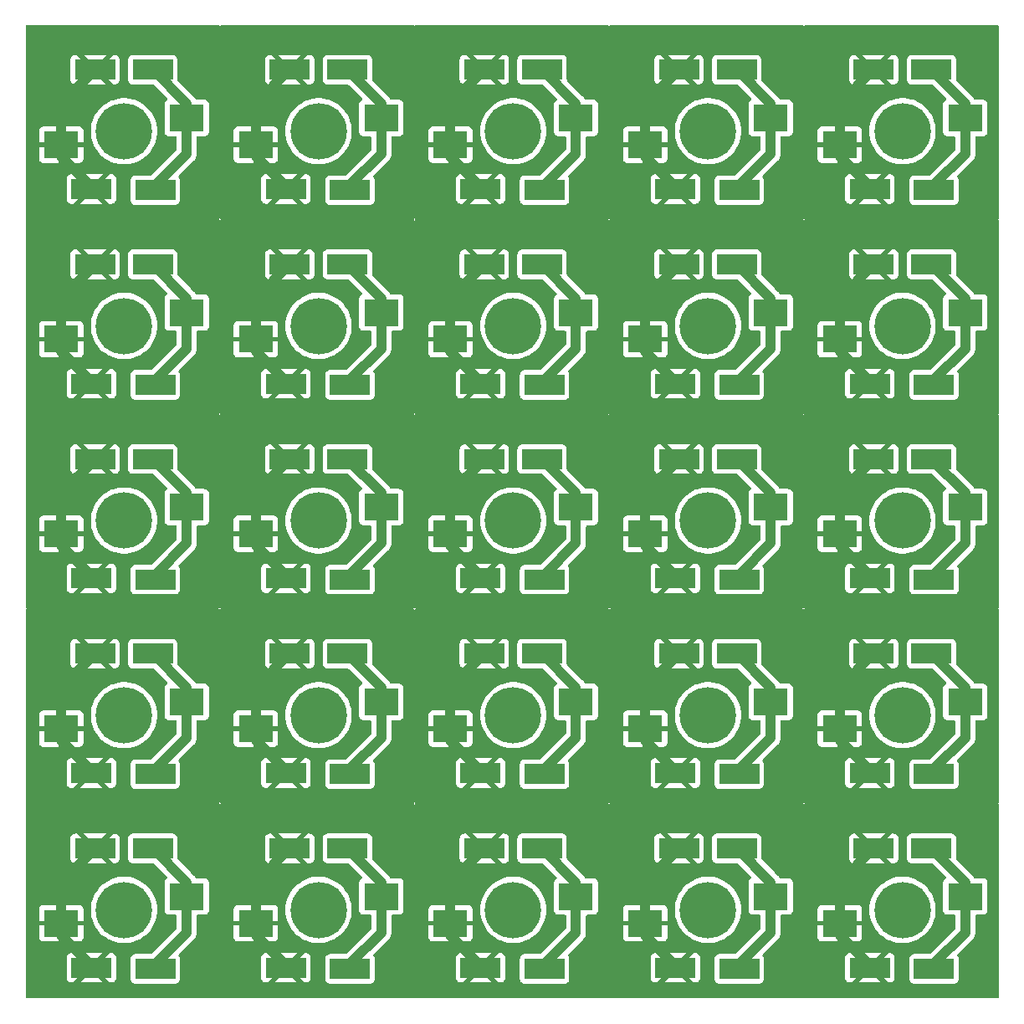
<source format=gbr>
%TF.GenerationSoftware,KiCad,Pcbnew,7.0.9-7.0.9~ubuntu22.04.1*%
%TF.CreationDate,2023-12-17T21:38:24+01:00*%
%TF.ProjectId,StarPCB_panelized,53746172-5043-4425-9f70-616e656c697a,rev?*%
%TF.SameCoordinates,Original*%
%TF.FileFunction,Copper,L1,Top*%
%TF.FilePolarity,Positive*%
%FSLAX46Y46*%
G04 Gerber Fmt 4.6, Leading zero omitted, Abs format (unit mm)*
G04 Created by KiCad (PCBNEW 7.0.9-7.0.9~ubuntu22.04.1) date 2023-12-17 21:38:24*
%MOMM*%
%LPD*%
G01*
G04 APERTURE LIST*
G04 Aperture macros list*
%AMRoundRect*
0 Rectangle with rounded corners*
0 $1 Rounding radius*
0 $2 $3 $4 $5 $6 $7 $8 $9 X,Y pos of 4 corners*
0 Add a 4 corners polygon primitive as box body*
4,1,4,$2,$3,$4,$5,$6,$7,$8,$9,$2,$3,0*
0 Add four circle primitives for the rounded corners*
1,1,$1+$1,$2,$3*
1,1,$1+$1,$4,$5*
1,1,$1+$1,$6,$7*
1,1,$1+$1,$8,$9*
0 Add four rect primitives between the rounded corners*
20,1,$1+$1,$2,$3,$4,$5,0*
20,1,$1+$1,$4,$5,$6,$7,0*
20,1,$1+$1,$6,$7,$8,$9,0*
20,1,$1+$1,$8,$9,$2,$3,0*%
G04 Aperture macros list end*
%TA.AperFunction,SMDPad,CuDef*%
%ADD10RoundRect,0.020000X-1.980000X-0.980000X1.980000X-0.980000X1.980000X0.980000X-1.980000X0.980000X0*%
%TD*%
%TA.AperFunction,SMDPad,CuDef*%
%ADD11R,3.500000X2.700000*%
%TD*%
%TA.AperFunction,SMDPad,CuDef*%
%ADD12C,5.700000*%
%TD*%
%TA.AperFunction,Conductor*%
%ADD13C,1.000000*%
%TD*%
%TA.AperFunction,Conductor*%
%ADD14C,0.250000*%
%TD*%
G04 APERTURE END LIST*
D10*
%TO.P,J1,1,Pin_1*%
%TO.N,VCC*%
X183431000Y-66423000D03*
%TD*%
%TO.P,J2,1,Pin_1*%
%TO.N,VCC*%
X144285000Y-157415000D03*
%TD*%
%TO.P,J1,1,Pin_1*%
%TO.N,VCC*%
X124331000Y-66423000D03*
%TD*%
%TO.P,J2,1,Pin_1*%
%TO.N,VCC*%
X163985000Y-98315000D03*
%TD*%
%TO.P,J1,1,Pin_1*%
%TO.N,VCC*%
X183431000Y-125523000D03*
%TD*%
D11*
%TO.P,D1,1,K*%
%TO.N,GND*%
X115062000Y-73994000D03*
%TO.P,D1,2,A*%
%TO.N,VCC*%
X127762000Y-71294000D03*
D12*
%TO.P,D1,3*%
%TO.N,N/C*%
X121412000Y-72644000D03*
%TD*%
D10*
%TO.P,J5,1,Pin_1*%
%TO.N,GND*%
X177589000Y-145223000D03*
%TD*%
D11*
%TO.P,D1,1,K*%
%TO.N,GND*%
X154462000Y-113394000D03*
%TO.P,D1,2,A*%
%TO.N,VCC*%
X167162000Y-110694000D03*
D12*
%TO.P,D1,3*%
%TO.N,N/C*%
X160812000Y-112044000D03*
%TD*%
D10*
%TO.P,J1,1,Pin_1*%
%TO.N,VCC*%
X183431000Y-86123000D03*
%TD*%
%TO.P,J1,1,Pin_1*%
%TO.N,VCC*%
X203131000Y-66423000D03*
%TD*%
%TO.P,J5,1,Pin_1*%
%TO.N,GND*%
X118489000Y-105823000D03*
%TD*%
D11*
%TO.P,D1,1,K*%
%TO.N,GND*%
X174162000Y-133094000D03*
%TO.P,D1,2,A*%
%TO.N,VCC*%
X186862000Y-130394000D03*
D12*
%TO.P,D1,3*%
%TO.N,N/C*%
X180512000Y-131744000D03*
%TD*%
D10*
%TO.P,J4,1,Pin_1*%
%TO.N,GND*%
X177210000Y-117886000D03*
%TD*%
%TO.P,J4,1,Pin_1*%
%TO.N,GND*%
X196910000Y-78486000D03*
%TD*%
%TO.P,J5,1,Pin_1*%
%TO.N,GND*%
X197289000Y-125523000D03*
%TD*%
D11*
%TO.P,D1,1,K*%
%TO.N,GND*%
X174162000Y-152794000D03*
%TO.P,D1,2,A*%
%TO.N,VCC*%
X186862000Y-150094000D03*
D12*
%TO.P,D1,3*%
%TO.N,N/C*%
X180512000Y-151444000D03*
%TD*%
D10*
%TO.P,J5,1,Pin_1*%
%TO.N,GND*%
X197289000Y-86123000D03*
%TD*%
D11*
%TO.P,D1,1,K*%
%TO.N,GND*%
X134762000Y-113394000D03*
%TO.P,D1,2,A*%
%TO.N,VCC*%
X147462000Y-110694000D03*
D12*
%TO.P,D1,3*%
%TO.N,N/C*%
X141112000Y-112044000D03*
%TD*%
D10*
%TO.P,J1,1,Pin_1*%
%TO.N,VCC*%
X124331000Y-105823000D03*
%TD*%
%TO.P,J1,1,Pin_1*%
%TO.N,VCC*%
X144031000Y-125523000D03*
%TD*%
%TO.P,J2,1,Pin_1*%
%TO.N,VCC*%
X203385000Y-78615000D03*
%TD*%
%TO.P,J5,1,Pin_1*%
%TO.N,GND*%
X138189000Y-66423000D03*
%TD*%
%TO.P,J4,1,Pin_1*%
%TO.N,GND*%
X137810000Y-78486000D03*
%TD*%
%TO.P,J4,1,Pin_1*%
%TO.N,GND*%
X118110000Y-78486000D03*
%TD*%
%TO.P,J5,1,Pin_1*%
%TO.N,GND*%
X118489000Y-66423000D03*
%TD*%
%TO.P,J2,1,Pin_1*%
%TO.N,VCC*%
X144285000Y-98315000D03*
%TD*%
%TO.P,J5,1,Pin_1*%
%TO.N,GND*%
X177589000Y-86123000D03*
%TD*%
%TO.P,J2,1,Pin_1*%
%TO.N,VCC*%
X124585000Y-137715000D03*
%TD*%
D11*
%TO.P,D1,1,K*%
%TO.N,GND*%
X154462000Y-93694000D03*
%TO.P,D1,2,A*%
%TO.N,VCC*%
X167162000Y-90994000D03*
D12*
%TO.P,D1,3*%
%TO.N,N/C*%
X160812000Y-92344000D03*
%TD*%
D10*
%TO.P,J5,1,Pin_1*%
%TO.N,GND*%
X197289000Y-66423000D03*
%TD*%
%TO.P,J4,1,Pin_1*%
%TO.N,GND*%
X157510000Y-117886000D03*
%TD*%
%TO.P,J5,1,Pin_1*%
%TO.N,GND*%
X118489000Y-125523000D03*
%TD*%
%TO.P,J1,1,Pin_1*%
%TO.N,VCC*%
X203131000Y-125523000D03*
%TD*%
%TO.P,J2,1,Pin_1*%
%TO.N,VCC*%
X124585000Y-157415000D03*
%TD*%
%TO.P,J2,1,Pin_1*%
%TO.N,VCC*%
X183685000Y-98315000D03*
%TD*%
%TO.P,J1,1,Pin_1*%
%TO.N,VCC*%
X203131000Y-105823000D03*
%TD*%
%TO.P,J4,1,Pin_1*%
%TO.N,GND*%
X177210000Y-98186000D03*
%TD*%
%TO.P,J4,1,Pin_1*%
%TO.N,GND*%
X196910000Y-157286000D03*
%TD*%
%TO.P,J4,1,Pin_1*%
%TO.N,GND*%
X137810000Y-157286000D03*
%TD*%
%TO.P,J4,1,Pin_1*%
%TO.N,GND*%
X118110000Y-117886000D03*
%TD*%
%TO.P,J5,1,Pin_1*%
%TO.N,GND*%
X138189000Y-145223000D03*
%TD*%
%TO.P,J5,1,Pin_1*%
%TO.N,GND*%
X118489000Y-145223000D03*
%TD*%
%TO.P,J2,1,Pin_1*%
%TO.N,VCC*%
X163985000Y-137715000D03*
%TD*%
%TO.P,J4,1,Pin_1*%
%TO.N,GND*%
X177210000Y-137586000D03*
%TD*%
D11*
%TO.P,D1,1,K*%
%TO.N,GND*%
X193862000Y-152794000D03*
%TO.P,D1,2,A*%
%TO.N,VCC*%
X206562000Y-150094000D03*
D12*
%TO.P,D1,3*%
%TO.N,N/C*%
X200212000Y-151444000D03*
%TD*%
D10*
%TO.P,J2,1,Pin_1*%
%TO.N,VCC*%
X183685000Y-157415000D03*
%TD*%
%TO.P,J2,1,Pin_1*%
%TO.N,VCC*%
X203385000Y-98315000D03*
%TD*%
%TO.P,J1,1,Pin_1*%
%TO.N,VCC*%
X124331000Y-145223000D03*
%TD*%
D11*
%TO.P,D1,1,K*%
%TO.N,GND*%
X134762000Y-133094000D03*
%TO.P,D1,2,A*%
%TO.N,VCC*%
X147462000Y-130394000D03*
D12*
%TO.P,D1,3*%
%TO.N,N/C*%
X141112000Y-131744000D03*
%TD*%
D10*
%TO.P,J2,1,Pin_1*%
%TO.N,VCC*%
X183685000Y-78615000D03*
%TD*%
%TO.P,J1,1,Pin_1*%
%TO.N,VCC*%
X163731000Y-66423000D03*
%TD*%
%TO.P,J1,1,Pin_1*%
%TO.N,VCC*%
X144031000Y-145223000D03*
%TD*%
%TO.P,J4,1,Pin_1*%
%TO.N,GND*%
X137810000Y-98186000D03*
%TD*%
%TO.P,J2,1,Pin_1*%
%TO.N,VCC*%
X124585000Y-118015000D03*
%TD*%
%TO.P,J5,1,Pin_1*%
%TO.N,GND*%
X157889000Y-86123000D03*
%TD*%
%TO.P,J1,1,Pin_1*%
%TO.N,VCC*%
X203131000Y-145223000D03*
%TD*%
%TO.P,J1,1,Pin_1*%
%TO.N,VCC*%
X144031000Y-105823000D03*
%TD*%
%TO.P,J2,1,Pin_1*%
%TO.N,VCC*%
X203385000Y-118015000D03*
%TD*%
D11*
%TO.P,D1,1,K*%
%TO.N,GND*%
X154462000Y-133094000D03*
%TO.P,D1,2,A*%
%TO.N,VCC*%
X167162000Y-130394000D03*
D12*
%TO.P,D1,3*%
%TO.N,N/C*%
X160812000Y-131744000D03*
%TD*%
D10*
%TO.P,J5,1,Pin_1*%
%TO.N,GND*%
X157889000Y-66423000D03*
%TD*%
%TO.P,J1,1,Pin_1*%
%TO.N,VCC*%
X124331000Y-125523000D03*
%TD*%
%TO.P,J1,1,Pin_1*%
%TO.N,VCC*%
X183431000Y-145223000D03*
%TD*%
%TO.P,J4,1,Pin_1*%
%TO.N,GND*%
X118110000Y-98186000D03*
%TD*%
%TO.P,J2,1,Pin_1*%
%TO.N,VCC*%
X203385000Y-157415000D03*
%TD*%
%TO.P,J5,1,Pin_1*%
%TO.N,GND*%
X138189000Y-86123000D03*
%TD*%
%TO.P,J4,1,Pin_1*%
%TO.N,GND*%
X196910000Y-137586000D03*
%TD*%
%TO.P,J2,1,Pin_1*%
%TO.N,VCC*%
X183685000Y-137715000D03*
%TD*%
%TO.P,J1,1,Pin_1*%
%TO.N,VCC*%
X183431000Y-105823000D03*
%TD*%
%TO.P,J1,1,Pin_1*%
%TO.N,VCC*%
X144031000Y-66423000D03*
%TD*%
%TO.P,J5,1,Pin_1*%
%TO.N,GND*%
X177589000Y-125523000D03*
%TD*%
D11*
%TO.P,D1,1,K*%
%TO.N,GND*%
X193862000Y-113394000D03*
%TO.P,D1,2,A*%
%TO.N,VCC*%
X206562000Y-110694000D03*
D12*
%TO.P,D1,3*%
%TO.N,N/C*%
X200212000Y-112044000D03*
%TD*%
D10*
%TO.P,J5,1,Pin_1*%
%TO.N,GND*%
X177589000Y-66423000D03*
%TD*%
%TO.P,J4,1,Pin_1*%
%TO.N,GND*%
X177210000Y-157286000D03*
%TD*%
%TO.P,J2,1,Pin_1*%
%TO.N,VCC*%
X124585000Y-98315000D03*
%TD*%
%TO.P,J5,1,Pin_1*%
%TO.N,GND*%
X197289000Y-145223000D03*
%TD*%
%TO.P,J1,1,Pin_1*%
%TO.N,VCC*%
X163731000Y-105823000D03*
%TD*%
D11*
%TO.P,D1,1,K*%
%TO.N,GND*%
X193862000Y-93694000D03*
%TO.P,D1,2,A*%
%TO.N,VCC*%
X206562000Y-90994000D03*
D12*
%TO.P,D1,3*%
%TO.N,N/C*%
X200212000Y-92344000D03*
%TD*%
D10*
%TO.P,J5,1,Pin_1*%
%TO.N,GND*%
X157889000Y-105823000D03*
%TD*%
%TO.P,J2,1,Pin_1*%
%TO.N,VCC*%
X163985000Y-157415000D03*
%TD*%
%TO.P,J4,1,Pin_1*%
%TO.N,GND*%
X196910000Y-98186000D03*
%TD*%
D11*
%TO.P,D1,1,K*%
%TO.N,GND*%
X174162000Y-113394000D03*
%TO.P,D1,2,A*%
%TO.N,VCC*%
X186862000Y-110694000D03*
D12*
%TO.P,D1,3*%
%TO.N,N/C*%
X180512000Y-112044000D03*
%TD*%
D10*
%TO.P,J4,1,Pin_1*%
%TO.N,GND*%
X137810000Y-137586000D03*
%TD*%
%TO.P,J1,1,Pin_1*%
%TO.N,VCC*%
X124331000Y-86123000D03*
%TD*%
%TO.P,J1,1,Pin_1*%
%TO.N,VCC*%
X163731000Y-125523000D03*
%TD*%
%TO.P,J1,1,Pin_1*%
%TO.N,VCC*%
X203131000Y-86123000D03*
%TD*%
%TO.P,J1,1,Pin_1*%
%TO.N,VCC*%
X163731000Y-145223000D03*
%TD*%
D11*
%TO.P,D1,1,K*%
%TO.N,GND*%
X174162000Y-73994000D03*
%TO.P,D1,2,A*%
%TO.N,VCC*%
X186862000Y-71294000D03*
D12*
%TO.P,D1,3*%
%TO.N,N/C*%
X180512000Y-72644000D03*
%TD*%
D11*
%TO.P,D1,1,K*%
%TO.N,GND*%
X193862000Y-73994000D03*
%TO.P,D1,2,A*%
%TO.N,VCC*%
X206562000Y-71294000D03*
D12*
%TO.P,D1,3*%
%TO.N,N/C*%
X200212000Y-72644000D03*
%TD*%
D10*
%TO.P,J5,1,Pin_1*%
%TO.N,GND*%
X157889000Y-145223000D03*
%TD*%
%TO.P,J2,1,Pin_1*%
%TO.N,VCC*%
X144285000Y-118015000D03*
%TD*%
D11*
%TO.P,D1,1,K*%
%TO.N,GND*%
X134762000Y-152794000D03*
%TO.P,D1,2,A*%
%TO.N,VCC*%
X147462000Y-150094000D03*
D12*
%TO.P,D1,3*%
%TO.N,N/C*%
X141112000Y-151444000D03*
%TD*%
D10*
%TO.P,J4,1,Pin_1*%
%TO.N,GND*%
X157510000Y-98186000D03*
%TD*%
D11*
%TO.P,D1,1,K*%
%TO.N,GND*%
X154462000Y-152794000D03*
%TO.P,D1,2,A*%
%TO.N,VCC*%
X167162000Y-150094000D03*
D12*
%TO.P,D1,3*%
%TO.N,N/C*%
X160812000Y-151444000D03*
%TD*%
D11*
%TO.P,D1,1,K*%
%TO.N,GND*%
X115062000Y-133094000D03*
%TO.P,D1,2,A*%
%TO.N,VCC*%
X127762000Y-130394000D03*
D12*
%TO.P,D1,3*%
%TO.N,N/C*%
X121412000Y-131744000D03*
%TD*%
D10*
%TO.P,J2,1,Pin_1*%
%TO.N,VCC*%
X183685000Y-118015000D03*
%TD*%
%TO.P,J5,1,Pin_1*%
%TO.N,GND*%
X138189000Y-125523000D03*
%TD*%
%TO.P,J4,1,Pin_1*%
%TO.N,GND*%
X118110000Y-157286000D03*
%TD*%
D11*
%TO.P,D1,1,K*%
%TO.N,GND*%
X115062000Y-93694000D03*
%TO.P,D1,2,A*%
%TO.N,VCC*%
X127762000Y-90994000D03*
D12*
%TO.P,D1,3*%
%TO.N,N/C*%
X121412000Y-92344000D03*
%TD*%
D10*
%TO.P,J5,1,Pin_1*%
%TO.N,GND*%
X138189000Y-105823000D03*
%TD*%
D11*
%TO.P,D1,1,K*%
%TO.N,GND*%
X115062000Y-113394000D03*
%TO.P,D1,2,A*%
%TO.N,VCC*%
X127762000Y-110694000D03*
D12*
%TO.P,D1,3*%
%TO.N,N/C*%
X121412000Y-112044000D03*
%TD*%
D10*
%TO.P,J2,1,Pin_1*%
%TO.N,VCC*%
X144285000Y-137715000D03*
%TD*%
%TO.P,J5,1,Pin_1*%
%TO.N,GND*%
X177589000Y-105823000D03*
%TD*%
D11*
%TO.P,D1,1,K*%
%TO.N,GND*%
X154462000Y-73994000D03*
%TO.P,D1,2,A*%
%TO.N,VCC*%
X167162000Y-71294000D03*
D12*
%TO.P,D1,3*%
%TO.N,N/C*%
X160812000Y-72644000D03*
%TD*%
D11*
%TO.P,D1,1,K*%
%TO.N,GND*%
X134762000Y-73994000D03*
%TO.P,D1,2,A*%
%TO.N,VCC*%
X147462000Y-71294000D03*
D12*
%TO.P,D1,3*%
%TO.N,N/C*%
X141112000Y-72644000D03*
%TD*%
D10*
%TO.P,J4,1,Pin_1*%
%TO.N,GND*%
X118110000Y-137586000D03*
%TD*%
%TO.P,J4,1,Pin_1*%
%TO.N,GND*%
X157510000Y-78486000D03*
%TD*%
%TO.P,J5,1,Pin_1*%
%TO.N,GND*%
X157889000Y-125523000D03*
%TD*%
D11*
%TO.P,D1,1,K*%
%TO.N,GND*%
X134762000Y-93694000D03*
%TO.P,D1,2,A*%
%TO.N,VCC*%
X147462000Y-90994000D03*
D12*
%TO.P,D1,3*%
%TO.N,N/C*%
X141112000Y-92344000D03*
%TD*%
D10*
%TO.P,J4,1,Pin_1*%
%TO.N,GND*%
X177210000Y-78486000D03*
%TD*%
%TO.P,J2,1,Pin_1*%
%TO.N,VCC*%
X163985000Y-118015000D03*
%TD*%
%TO.P,J4,1,Pin_1*%
%TO.N,GND*%
X196910000Y-117886000D03*
%TD*%
%TO.P,J2,1,Pin_1*%
%TO.N,VCC*%
X163985000Y-78615000D03*
%TD*%
%TO.P,J1,1,Pin_1*%
%TO.N,VCC*%
X163731000Y-86123000D03*
%TD*%
%TO.P,J4,1,Pin_1*%
%TO.N,GND*%
X137810000Y-117886000D03*
%TD*%
%TO.P,J4,1,Pin_1*%
%TO.N,GND*%
X157510000Y-157286000D03*
%TD*%
D11*
%TO.P,D1,1,K*%
%TO.N,GND*%
X174162000Y-93694000D03*
%TO.P,D1,2,A*%
%TO.N,VCC*%
X186862000Y-90994000D03*
D12*
%TO.P,D1,3*%
%TO.N,N/C*%
X180512000Y-92344000D03*
%TD*%
D10*
%TO.P,J2,1,Pin_1*%
%TO.N,VCC*%
X203385000Y-137715000D03*
%TD*%
%TO.P,J2,1,Pin_1*%
%TO.N,VCC*%
X124585000Y-78615000D03*
%TD*%
%TO.P,J5,1,Pin_1*%
%TO.N,GND*%
X118489000Y-86123000D03*
%TD*%
D11*
%TO.P,D1,1,K*%
%TO.N,GND*%
X193862000Y-133094000D03*
%TO.P,D1,2,A*%
%TO.N,VCC*%
X206562000Y-130394000D03*
D12*
%TO.P,D1,3*%
%TO.N,N/C*%
X200212000Y-131744000D03*
%TD*%
D11*
%TO.P,D1,1,K*%
%TO.N,GND*%
X115062000Y-152794000D03*
%TO.P,D1,2,A*%
%TO.N,VCC*%
X127762000Y-150094000D03*
D12*
%TO.P,D1,3*%
%TO.N,N/C*%
X121412000Y-151444000D03*
%TD*%
D10*
%TO.P,J2,1,Pin_1*%
%TO.N,VCC*%
X144285000Y-78615000D03*
%TD*%
%TO.P,J1,1,Pin_1*%
%TO.N,VCC*%
X144031000Y-86123000D03*
%TD*%
%TO.P,J4,1,Pin_1*%
%TO.N,GND*%
X157510000Y-137586000D03*
%TD*%
%TO.P,J5,1,Pin_1*%
%TO.N,GND*%
X197289000Y-105823000D03*
%TD*%
D13*
%TO.N,GND*%
X137810000Y-137336000D02*
X137810000Y-137586000D01*
X193862000Y-109250000D02*
X193862000Y-114588000D01*
X193862000Y-128950000D02*
X193862000Y-134288000D01*
X118489000Y-145223000D02*
X115062000Y-148650000D01*
X137810000Y-157036000D02*
X137810000Y-157286000D01*
X154462000Y-94888000D02*
X157510000Y-97936000D01*
X174162000Y-148650000D02*
X174162000Y-153988000D01*
X118489000Y-105823000D02*
X115062000Y-109250000D01*
X154462000Y-153988000D02*
X157510000Y-157036000D01*
X118489000Y-66423000D02*
X115062000Y-69850000D01*
X134762000Y-75188000D02*
X137810000Y-78236000D01*
X134762000Y-148650000D02*
X134762000Y-153988000D01*
X177210000Y-117636000D02*
X177210000Y-117886000D01*
X193862000Y-153988000D02*
X196910000Y-157036000D01*
X197289000Y-66423000D02*
X193862000Y-69850000D01*
X118110000Y-137336000D02*
X118110000Y-137586000D01*
X154462000Y-75188000D02*
X157510000Y-78236000D01*
X115062000Y-153988000D02*
X118110000Y-157036000D01*
X174162000Y-128950000D02*
X174162000Y-134288000D01*
X154462000Y-148650000D02*
X154462000Y-153988000D01*
X138189000Y-145223000D02*
X134762000Y-148650000D01*
X115062000Y-94888000D02*
X118110000Y-97936000D01*
X193862000Y-75188000D02*
X196910000Y-78236000D01*
X197289000Y-145223000D02*
X193862000Y-148650000D01*
X115062000Y-148650000D02*
X115062000Y-153988000D01*
X137810000Y-117636000D02*
X137810000Y-117886000D01*
X177210000Y-157036000D02*
X177210000Y-157286000D01*
X174162000Y-89550000D02*
X174162000Y-94888000D01*
X174162000Y-69850000D02*
X174162000Y-75188000D01*
X118110000Y-78236000D02*
X118110000Y-78486000D01*
X154462000Y-89550000D02*
X154462000Y-94888000D01*
X174162000Y-109250000D02*
X174162000Y-114588000D01*
X174162000Y-94888000D02*
X177210000Y-97936000D01*
X134762000Y-109250000D02*
X134762000Y-114588000D01*
X196910000Y-157036000D02*
X196910000Y-157286000D01*
X174162000Y-114588000D02*
X177210000Y-117636000D01*
X193862000Y-94888000D02*
X196910000Y-97936000D01*
X174162000Y-153988000D02*
X177210000Y-157036000D01*
X134762000Y-69850000D02*
X134762000Y-75188000D01*
X193862000Y-89550000D02*
X193862000Y-94888000D01*
X157510000Y-97936000D02*
X157510000Y-98186000D01*
X154462000Y-69850000D02*
X154462000Y-75188000D01*
X138189000Y-66423000D02*
X134762000Y-69850000D01*
X197289000Y-86123000D02*
X193862000Y-89550000D01*
X196910000Y-78236000D02*
X196910000Y-78486000D01*
X115062000Y-75188000D02*
X118110000Y-78236000D01*
X115062000Y-134288000D02*
X118110000Y-137336000D01*
X115062000Y-128950000D02*
X115062000Y-134288000D01*
X177589000Y-105823000D02*
X174162000Y-109250000D01*
X134762000Y-114588000D02*
X137810000Y-117636000D01*
X154462000Y-128950000D02*
X154462000Y-134288000D01*
X197289000Y-105823000D02*
X193862000Y-109250000D01*
X177589000Y-145223000D02*
X174162000Y-148650000D01*
X196910000Y-137336000D02*
X196910000Y-137586000D01*
X115062000Y-114588000D02*
X118110000Y-117636000D01*
X118110000Y-117636000D02*
X118110000Y-117886000D01*
X157889000Y-105823000D02*
X154462000Y-109250000D01*
X157889000Y-66423000D02*
X154462000Y-69850000D01*
X154462000Y-134288000D02*
X157510000Y-137336000D01*
X177210000Y-78236000D02*
X177210000Y-78486000D01*
X193862000Y-148650000D02*
X193862000Y-153988000D01*
X174162000Y-75188000D02*
X177210000Y-78236000D01*
X177210000Y-97936000D02*
X177210000Y-98186000D01*
X115062000Y-109250000D02*
X115062000Y-114588000D01*
X118110000Y-97936000D02*
X118110000Y-98186000D01*
X134762000Y-134288000D02*
X137810000Y-137336000D01*
X154462000Y-114588000D02*
X157510000Y-117636000D01*
X154462000Y-109250000D02*
X154462000Y-114588000D01*
X177589000Y-66423000D02*
X174162000Y-69850000D01*
X115062000Y-69850000D02*
X115062000Y-75188000D01*
X137810000Y-97936000D02*
X137810000Y-98186000D01*
X157510000Y-78236000D02*
X157510000Y-78486000D01*
X137810000Y-78236000D02*
X137810000Y-78486000D01*
X118489000Y-125523000D02*
X115062000Y-128950000D01*
X134762000Y-153988000D02*
X137810000Y-157036000D01*
X134762000Y-94888000D02*
X137810000Y-97936000D01*
X196910000Y-97936000D02*
X196910000Y-98186000D01*
X193862000Y-69850000D02*
X193862000Y-75188000D01*
X138189000Y-125523000D02*
X134762000Y-128950000D01*
X174162000Y-134288000D02*
X177210000Y-137336000D01*
X157510000Y-117636000D02*
X157510000Y-117886000D01*
X157889000Y-86123000D02*
X154462000Y-89550000D01*
X157889000Y-145223000D02*
X154462000Y-148650000D01*
X196910000Y-117636000D02*
X196910000Y-117886000D01*
X157510000Y-137336000D02*
X157510000Y-137586000D01*
X177210000Y-137336000D02*
X177210000Y-137586000D01*
X134762000Y-89550000D02*
X134762000Y-94888000D01*
X138189000Y-86123000D02*
X134762000Y-89550000D01*
X157889000Y-125523000D02*
X154462000Y-128950000D01*
X118110000Y-157036000D02*
X118110000Y-157286000D01*
X134762000Y-128950000D02*
X134762000Y-134288000D01*
X157510000Y-157036000D02*
X157510000Y-157286000D01*
X177589000Y-125523000D02*
X174162000Y-128950000D01*
X193862000Y-114588000D02*
X196910000Y-117636000D01*
X115062000Y-89550000D02*
X115062000Y-94888000D01*
X177589000Y-86123000D02*
X174162000Y-89550000D01*
X193862000Y-134288000D02*
X196910000Y-137336000D01*
X118489000Y-86123000D02*
X115062000Y-89550000D01*
X197289000Y-125523000D02*
X193862000Y-128950000D01*
X138189000Y-105823000D02*
X134762000Y-109250000D01*
%TO.N,VCC*%
X186862000Y-150094000D02*
X186862000Y-148654000D01*
X183685000Y-157415000D02*
X183685000Y-156907000D01*
X186862000Y-114330000D02*
X186862000Y-110266000D01*
X183685000Y-156907000D02*
X186862000Y-153730000D01*
X127762000Y-89554000D02*
X124331000Y-86123000D01*
X163985000Y-118015000D02*
X163985000Y-117507000D01*
X147462000Y-69854000D02*
X144031000Y-66423000D01*
D14*
X147462000Y-129966000D02*
X147462000Y-130394000D01*
D13*
X147462000Y-89554000D02*
X144031000Y-86123000D01*
X127762000Y-69854000D02*
X124331000Y-66423000D01*
X167162000Y-71294000D02*
X167162000Y-69854000D01*
X186862000Y-110694000D02*
X186862000Y-109254000D01*
X163985000Y-97807000D02*
X167162000Y-94630000D01*
D14*
X127762000Y-90566000D02*
X127762000Y-90994000D01*
X127762000Y-149666000D02*
X127762000Y-150094000D01*
X186862000Y-129966000D02*
X186862000Y-130394000D01*
D13*
X127762000Y-94630000D02*
X127762000Y-90566000D01*
X144285000Y-156907000D02*
X147462000Y-153730000D01*
X144285000Y-97807000D02*
X147462000Y-94630000D01*
X127762000Y-114330000D02*
X127762000Y-110266000D01*
X167162000Y-150094000D02*
X167162000Y-148654000D01*
X144285000Y-137715000D02*
X144285000Y-137207000D01*
X186862000Y-109254000D02*
X183431000Y-105823000D01*
X163985000Y-117507000D02*
X167162000Y-114330000D01*
X186862000Y-69854000D02*
X183431000Y-66423000D01*
X186862000Y-90994000D02*
X186862000Y-89554000D01*
X203385000Y-98315000D02*
X203385000Y-97807000D01*
X203385000Y-78107000D02*
X206562000Y-74930000D01*
X203385000Y-97807000D02*
X206562000Y-94630000D01*
X186862000Y-128954000D02*
X183431000Y-125523000D01*
X183685000Y-137715000D02*
X183685000Y-137207000D01*
X203385000Y-156907000D02*
X206562000Y-153730000D01*
X167162000Y-114330000D02*
X167162000Y-110266000D01*
X206562000Y-94630000D02*
X206562000Y-90566000D01*
X147462000Y-150094000D02*
X147462000Y-148654000D01*
X206562000Y-74930000D02*
X206562000Y-70866000D01*
D14*
X127762000Y-129966000D02*
X127762000Y-130394000D01*
D13*
X124585000Y-78615000D02*
X124585000Y-78107000D01*
X127762000Y-134030000D02*
X127762000Y-129966000D01*
X183685000Y-78107000D02*
X186862000Y-74930000D01*
X206562000Y-89554000D02*
X203131000Y-86123000D01*
X124585000Y-97807000D02*
X127762000Y-94630000D01*
X206562000Y-110694000D02*
X206562000Y-109254000D01*
X127762000Y-148654000D02*
X124331000Y-145223000D01*
X124585000Y-137207000D02*
X127762000Y-134030000D01*
X206562000Y-71294000D02*
X206562000Y-69854000D01*
X147462000Y-128954000D02*
X144031000Y-125523000D01*
D14*
X206562000Y-129966000D02*
X206562000Y-130394000D01*
D13*
X206562000Y-150094000D02*
X206562000Y-148654000D01*
X127762000Y-153730000D02*
X127762000Y-149666000D01*
X144285000Y-78107000D02*
X147462000Y-74930000D01*
X186862000Y-130394000D02*
X186862000Y-128954000D01*
X186862000Y-153730000D02*
X186862000Y-149666000D01*
D14*
X127762000Y-110266000D02*
X127762000Y-110694000D01*
D13*
X167162000Y-134030000D02*
X167162000Y-129966000D01*
X183685000Y-78615000D02*
X183685000Y-78107000D01*
D14*
X167162000Y-110266000D02*
X167162000Y-110694000D01*
D13*
X186862000Y-74930000D02*
X186862000Y-70866000D01*
D14*
X186862000Y-149666000D02*
X186862000Y-150094000D01*
D13*
X127762000Y-128954000D02*
X124331000Y-125523000D01*
X163985000Y-78107000D02*
X167162000Y-74930000D01*
X206562000Y-153730000D02*
X206562000Y-149666000D01*
X144285000Y-117507000D02*
X147462000Y-114330000D01*
X124585000Y-137715000D02*
X124585000Y-137207000D01*
X163985000Y-137715000D02*
X163985000Y-137207000D01*
D14*
X186862000Y-90566000D02*
X186862000Y-90994000D01*
X206562000Y-110266000D02*
X206562000Y-110694000D01*
D13*
X147462000Y-74930000D02*
X147462000Y-70866000D01*
X183685000Y-98315000D02*
X183685000Y-97807000D01*
X147462000Y-94630000D02*
X147462000Y-90566000D01*
X206562000Y-114330000D02*
X206562000Y-110266000D01*
X203385000Y-78615000D02*
X203385000Y-78107000D01*
X167162000Y-153730000D02*
X167162000Y-149666000D01*
X127762000Y-90994000D02*
X127762000Y-89554000D01*
D14*
X206562000Y-70866000D02*
X206562000Y-71294000D01*
D13*
X203385000Y-117507000D02*
X206562000Y-114330000D01*
D14*
X147462000Y-110266000D02*
X147462000Y-110694000D01*
D13*
X147462000Y-114330000D02*
X147462000Y-110266000D01*
X127762000Y-110694000D02*
X127762000Y-109254000D01*
X147462000Y-148654000D02*
X144031000Y-145223000D01*
D14*
X147462000Y-149666000D02*
X147462000Y-150094000D01*
D13*
X163985000Y-156907000D02*
X167162000Y-153730000D01*
X147462000Y-110694000D02*
X147462000Y-109254000D01*
X147462000Y-153730000D02*
X147462000Y-149666000D01*
X144285000Y-137207000D02*
X147462000Y-134030000D01*
X163985000Y-78615000D02*
X163985000Y-78107000D01*
X206562000Y-130394000D02*
X206562000Y-128954000D01*
X147462000Y-71294000D02*
X147462000Y-69854000D01*
X124585000Y-118015000D02*
X124585000Y-117507000D01*
X127762000Y-130394000D02*
X127762000Y-128954000D01*
X127762000Y-71294000D02*
X127762000Y-69854000D01*
X183685000Y-118015000D02*
X183685000Y-117507000D01*
D14*
X167162000Y-90566000D02*
X167162000Y-90994000D01*
X147462000Y-70866000D02*
X147462000Y-71294000D01*
D13*
X127762000Y-109254000D02*
X124331000Y-105823000D01*
X124585000Y-98315000D02*
X124585000Y-97807000D01*
X183685000Y-137207000D02*
X186862000Y-134030000D01*
X203385000Y-137715000D02*
X203385000Y-137207000D01*
X183685000Y-97807000D02*
X186862000Y-94630000D01*
X124585000Y-78107000D02*
X127762000Y-74930000D01*
X147462000Y-130394000D02*
X147462000Y-128954000D01*
X167162000Y-74930000D02*
X167162000Y-70866000D01*
X183685000Y-117507000D02*
X186862000Y-114330000D01*
X163985000Y-157415000D02*
X163985000Y-156907000D01*
X167162000Y-90994000D02*
X167162000Y-89554000D01*
D14*
X167162000Y-149666000D02*
X167162000Y-150094000D01*
D13*
X186862000Y-71294000D02*
X186862000Y-69854000D01*
D14*
X186862000Y-70866000D02*
X186862000Y-71294000D01*
D13*
X124585000Y-156907000D02*
X127762000Y-153730000D01*
X167162000Y-69854000D02*
X163731000Y-66423000D01*
X206562000Y-69854000D02*
X203131000Y-66423000D01*
X186862000Y-94630000D02*
X186862000Y-90566000D01*
D14*
X206562000Y-149666000D02*
X206562000Y-150094000D01*
D13*
X163985000Y-137207000D02*
X167162000Y-134030000D01*
X206562000Y-109254000D02*
X203131000Y-105823000D01*
X167162000Y-130394000D02*
X167162000Y-128954000D01*
X144285000Y-118015000D02*
X144285000Y-117507000D01*
X144285000Y-157415000D02*
X144285000Y-156907000D01*
X167162000Y-109254000D02*
X163731000Y-105823000D01*
X147462000Y-90994000D02*
X147462000Y-89554000D01*
X144285000Y-78615000D02*
X144285000Y-78107000D01*
X186862000Y-89554000D02*
X183431000Y-86123000D01*
X144285000Y-98315000D02*
X144285000Y-97807000D01*
X167162000Y-110694000D02*
X167162000Y-109254000D01*
X206562000Y-128954000D02*
X203131000Y-125523000D01*
D14*
X127762000Y-70866000D02*
X127762000Y-71294000D01*
X147462000Y-90566000D02*
X147462000Y-90994000D01*
D13*
X186862000Y-134030000D02*
X186862000Y-129966000D01*
X203385000Y-157415000D02*
X203385000Y-156907000D01*
X124585000Y-117507000D02*
X127762000Y-114330000D01*
X167162000Y-89554000D02*
X163731000Y-86123000D01*
X206562000Y-148654000D02*
X203131000Y-145223000D01*
X206562000Y-90994000D02*
X206562000Y-89554000D01*
X127762000Y-150094000D02*
X127762000Y-148654000D01*
X167162000Y-128954000D02*
X163731000Y-125523000D01*
X147462000Y-134030000D02*
X147462000Y-129966000D01*
X167162000Y-94630000D02*
X167162000Y-90566000D01*
X127762000Y-74930000D02*
X127762000Y-70866000D01*
X167162000Y-148654000D02*
X163731000Y-145223000D01*
D14*
X167162000Y-70866000D02*
X167162000Y-71294000D01*
D13*
X206562000Y-134030000D02*
X206562000Y-129966000D01*
X124585000Y-157415000D02*
X124585000Y-156907000D01*
X203385000Y-118015000D02*
X203385000Y-117507000D01*
X186862000Y-148654000D02*
X183431000Y-145223000D01*
D14*
X167162000Y-129966000D02*
X167162000Y-130394000D01*
X186862000Y-110266000D02*
X186862000Y-110694000D01*
D13*
X147462000Y-109254000D02*
X144031000Y-105823000D01*
X163985000Y-98315000D02*
X163985000Y-97807000D01*
X203385000Y-137207000D02*
X206562000Y-134030000D01*
D14*
X206562000Y-90566000D02*
X206562000Y-90994000D01*
%TD*%
%TA.AperFunction,Conductor*%
%TO.N,GND*%
G36*
X150756539Y-81570185D02*
G01*
X150802294Y-81622989D01*
X150813500Y-81674500D01*
X150813500Y-83505318D01*
X148366000Y-83566000D01*
X148302353Y-81550500D01*
X150689500Y-81550500D01*
X150756539Y-81570185D01*
G37*
%TD.AperFunction*%
%TA.AperFunction,Conductor*%
G36*
X170456539Y-81570185D02*
G01*
X170502294Y-81622989D01*
X170513500Y-81674500D01*
X170513500Y-83016888D01*
X150814500Y-83505293D01*
X150814500Y-81674500D01*
X150834185Y-81607461D01*
X150886989Y-81561706D01*
X150938500Y-81550500D01*
X170389500Y-81550500D01*
X170456539Y-81570185D01*
G37*
%TD.AperFunction*%
%TA.AperFunction,Conductor*%
G36*
X179100000Y-82804000D02*
G01*
X170514500Y-83016863D01*
X170514500Y-81674500D01*
X170534185Y-81607461D01*
X170586989Y-81561706D01*
X170638500Y-81550500D01*
X178828624Y-81550500D01*
X179100000Y-82804000D01*
G37*
%TD.AperFunction*%
%TA.AperFunction,Conductor*%
G36*
X150756539Y-61920185D02*
G01*
X150802294Y-61972989D01*
X150813500Y-62024500D01*
X150813500Y-81425500D01*
X150793815Y-81492539D01*
X150741011Y-81538294D01*
X150689500Y-81549500D01*
X148302321Y-81549500D01*
X148117273Y-75689646D01*
X148160487Y-75646433D01*
X148225053Y-75585059D01*
X148260119Y-75534675D01*
X148262912Y-75530972D01*
X148301697Y-75483408D01*
X148317604Y-75452952D01*
X148321666Y-75446248D01*
X148341295Y-75418049D01*
X148365497Y-75361650D01*
X148367500Y-75357431D01*
X148395909Y-75303049D01*
X148405357Y-75270022D01*
X148407988Y-75262633D01*
X148421540Y-75231058D01*
X148433894Y-75170936D01*
X148435006Y-75166404D01*
X148451886Y-75107418D01*
X148454493Y-75073166D01*
X148455585Y-75065386D01*
X148462500Y-75031739D01*
X148462500Y-74970388D01*
X148462679Y-74965679D01*
X148463757Y-74951520D01*
X148467336Y-74904524D01*
X148462997Y-74870449D01*
X148462500Y-74862610D01*
X148462500Y-73268499D01*
X148482185Y-73201460D01*
X148534989Y-73155705D01*
X148586500Y-73144499D01*
X149259871Y-73144499D01*
X149259872Y-73144499D01*
X149319483Y-73138091D01*
X149454331Y-73087796D01*
X149569546Y-73001546D01*
X149655796Y-72886331D01*
X149706091Y-72751483D01*
X149712500Y-72691873D01*
X149712499Y-69896128D01*
X149706091Y-69836517D01*
X149655796Y-69701669D01*
X149655795Y-69701668D01*
X149655793Y-69701664D01*
X149569547Y-69586455D01*
X149569544Y-69586452D01*
X149454335Y-69500206D01*
X149454328Y-69500202D01*
X149319482Y-69449908D01*
X149319483Y-69449908D01*
X149259883Y-69443501D01*
X149259881Y-69443500D01*
X149259873Y-69443500D01*
X149259865Y-69443500D01*
X148456488Y-69443500D01*
X148389449Y-69423815D01*
X148352952Y-69387737D01*
X148319617Y-69337158D01*
X148317183Y-69333142D01*
X148287409Y-69279498D01*
X148265034Y-69253434D01*
X148260306Y-69247163D01*
X148241404Y-69218484D01*
X148241399Y-69218478D01*
X148219715Y-69196795D01*
X148198019Y-69175099D01*
X148194828Y-69171655D01*
X148154865Y-69125104D01*
X148127694Y-69104072D01*
X148121807Y-69098887D01*
X147902209Y-68879289D01*
X147681826Y-61900500D01*
X150689500Y-61900500D01*
X150756539Y-61920185D01*
G37*
%TD.AperFunction*%
%TA.AperFunction,Conductor*%
G36*
X170456539Y-61920185D02*
G01*
X170502294Y-61972989D01*
X170513500Y-62024500D01*
X170513500Y-81425500D01*
X170493815Y-81492539D01*
X170441011Y-81538294D01*
X170389500Y-81549500D01*
X150938500Y-81549500D01*
X150871461Y-81529815D01*
X150825706Y-81477011D01*
X150814500Y-81425500D01*
X150814500Y-79506712D01*
X155010000Y-79506712D01*
X155020035Y-79590274D01*
X155020036Y-79590279D01*
X155072473Y-79723249D01*
X155072476Y-79723255D01*
X155158847Y-79837152D01*
X155272744Y-79923523D01*
X155272750Y-79923526D01*
X155405720Y-79975963D01*
X155405725Y-79975964D01*
X155489287Y-79986000D01*
X155656447Y-79986000D01*
X155656447Y-79985999D01*
X156363553Y-79985999D01*
X156363554Y-79986000D01*
X158656446Y-79986000D01*
X158656446Y-79985999D01*
X157510001Y-78839553D01*
X157509999Y-78839553D01*
X156363553Y-79985999D01*
X155656447Y-79985999D01*
X157156447Y-78486000D01*
X157863553Y-78486000D01*
X159363553Y-79986000D01*
X159530713Y-79986000D01*
X159614274Y-79975964D01*
X159614279Y-79975963D01*
X159747249Y-79923526D01*
X159747255Y-79923523D01*
X159861152Y-79837152D01*
X159947523Y-79723255D01*
X159947526Y-79723249D01*
X159999963Y-79590279D01*
X159999964Y-79590274D01*
X160010000Y-79506712D01*
X160010000Y-77465287D01*
X159999964Y-77381725D01*
X159999963Y-77381720D01*
X159947526Y-77248750D01*
X159947523Y-77248744D01*
X159861152Y-77134847D01*
X159747255Y-77048476D01*
X159747249Y-77048473D01*
X159614279Y-76996036D01*
X159614274Y-76996035D01*
X159530713Y-76986000D01*
X159363552Y-76986000D01*
X157863553Y-78486000D01*
X157156447Y-78486000D01*
X155656447Y-76986000D01*
X156363553Y-76986000D01*
X157510000Y-78132446D01*
X158656446Y-76986000D01*
X156363553Y-76986000D01*
X155656447Y-76986000D01*
X155489287Y-76986000D01*
X155405725Y-76996035D01*
X155405720Y-76996036D01*
X155272750Y-77048473D01*
X155272744Y-77048476D01*
X155158847Y-77134847D01*
X155072476Y-77248744D01*
X155072473Y-77248750D01*
X155020036Y-77381720D01*
X155020035Y-77381725D01*
X155010000Y-77465287D01*
X155010000Y-79506712D01*
X150814500Y-79506712D01*
X150814500Y-74244000D01*
X152212000Y-74244000D01*
X152212000Y-75391844D01*
X152218401Y-75451372D01*
X152218403Y-75451379D01*
X152268645Y-75586086D01*
X152268649Y-75586093D01*
X152354809Y-75701187D01*
X152354812Y-75701190D01*
X152469906Y-75787350D01*
X152469913Y-75787354D01*
X152604620Y-75837596D01*
X152604627Y-75837598D01*
X152664155Y-75843999D01*
X152664172Y-75844000D01*
X154212000Y-75844000D01*
X154212000Y-74244000D01*
X154712000Y-74244000D01*
X154712000Y-75844000D01*
X156259828Y-75844000D01*
X156259844Y-75843999D01*
X156319372Y-75837598D01*
X156319379Y-75837596D01*
X156454086Y-75787354D01*
X156454093Y-75787350D01*
X156569187Y-75701190D01*
X156569190Y-75701187D01*
X156655350Y-75586093D01*
X156655354Y-75586086D01*
X156705596Y-75451379D01*
X156705598Y-75451372D01*
X156711999Y-75391844D01*
X156712000Y-75391827D01*
X156712000Y-74244000D01*
X154712000Y-74244000D01*
X154212000Y-74244000D01*
X152212000Y-74244000D01*
X150814500Y-74244000D01*
X150814500Y-73744000D01*
X152212000Y-73744000D01*
X154212000Y-73744000D01*
X154212000Y-72144000D01*
X154712000Y-72144000D01*
X154712000Y-73744000D01*
X156712000Y-73744000D01*
X156712000Y-72644002D01*
X157456579Y-72644002D01*
X157476248Y-73006782D01*
X157476250Y-73006799D01*
X157535024Y-73365303D01*
X157535030Y-73365329D01*
X157632221Y-73715381D01*
X157632226Y-73715396D01*
X157766700Y-74052901D01*
X157766706Y-74052913D01*
X157936878Y-74373892D01*
X157936884Y-74373901D01*
X158140772Y-74674613D01*
X158336060Y-74904524D01*
X158375979Y-74951521D01*
X158639746Y-75201375D01*
X158928981Y-75421245D01*
X159240292Y-75608555D01*
X159240294Y-75608556D01*
X159240296Y-75608557D01*
X159240300Y-75608559D01*
X159440513Y-75701187D01*
X159570031Y-75761108D01*
X159914330Y-75877116D01*
X160269153Y-75955218D01*
X160630341Y-75994500D01*
X160630347Y-75994500D01*
X160993653Y-75994500D01*
X160993659Y-75994500D01*
X161354847Y-75955218D01*
X161709670Y-75877116D01*
X162053969Y-75761108D01*
X162383708Y-75608555D01*
X162695019Y-75421245D01*
X162984254Y-75201375D01*
X163248021Y-74951521D01*
X163483227Y-74674614D01*
X163687117Y-74373900D01*
X163857298Y-74052905D01*
X163991775Y-73715391D01*
X164088973Y-73365316D01*
X164134470Y-73087796D01*
X164147749Y-73006799D01*
X164147751Y-73006782D01*
X164167421Y-72644002D01*
X164167421Y-72643997D01*
X164147751Y-72281217D01*
X164147749Y-72281200D01*
X164088975Y-71922696D01*
X164088974Y-71922695D01*
X164088973Y-71922684D01*
X164071097Y-71858303D01*
X163991778Y-71572618D01*
X163991773Y-71572603D01*
X163857299Y-71235098D01*
X163857298Y-71235095D01*
X163687117Y-70914100D01*
X163483227Y-70613386D01*
X163248021Y-70336479D01*
X162984254Y-70086625D01*
X162984244Y-70086617D01*
X162915635Y-70034462D01*
X162695019Y-69866755D01*
X162383708Y-69679445D01*
X162383707Y-69679444D01*
X162383703Y-69679442D01*
X162383699Y-69679440D01*
X162053979Y-69526896D01*
X162053974Y-69526894D01*
X162053969Y-69526892D01*
X161886143Y-69470344D01*
X161709669Y-69410883D01*
X161354845Y-69332781D01*
X160993660Y-69293500D01*
X160993659Y-69293500D01*
X160630341Y-69293500D01*
X160630339Y-69293500D01*
X160269154Y-69332781D01*
X159914330Y-69410883D01*
X159676421Y-69491045D01*
X159570031Y-69526892D01*
X159570028Y-69526893D01*
X159570020Y-69526896D01*
X159240300Y-69679440D01*
X159240296Y-69679442D01*
X159008453Y-69818937D01*
X158928981Y-69866755D01*
X158839332Y-69934903D01*
X158639755Y-70086617D01*
X158639745Y-70086625D01*
X158375978Y-70336479D01*
X158140772Y-70613386D01*
X157936884Y-70914098D01*
X157936878Y-70914107D01*
X157766706Y-71235086D01*
X157766700Y-71235098D01*
X157632226Y-71572603D01*
X157632221Y-71572618D01*
X157535030Y-71922670D01*
X157535024Y-71922696D01*
X157476250Y-72281200D01*
X157476248Y-72281217D01*
X157456579Y-72643997D01*
X157456579Y-72644002D01*
X156712000Y-72644002D01*
X156712000Y-72596172D01*
X156711999Y-72596155D01*
X156705598Y-72536627D01*
X156705596Y-72536620D01*
X156655354Y-72401913D01*
X156655350Y-72401906D01*
X156569190Y-72286812D01*
X156569187Y-72286809D01*
X156454093Y-72200649D01*
X156454086Y-72200645D01*
X156319379Y-72150403D01*
X156319372Y-72150401D01*
X156259844Y-72144000D01*
X154712000Y-72144000D01*
X154212000Y-72144000D01*
X152664155Y-72144000D01*
X152604627Y-72150401D01*
X152604620Y-72150403D01*
X152469913Y-72200645D01*
X152469906Y-72200649D01*
X152354812Y-72286809D01*
X152354809Y-72286812D01*
X152268649Y-72401906D01*
X152268645Y-72401913D01*
X152218403Y-72536620D01*
X152218401Y-72536627D01*
X152212000Y-72596155D01*
X152212000Y-73744000D01*
X150814500Y-73744000D01*
X150814500Y-67443712D01*
X155389000Y-67443712D01*
X155399035Y-67527274D01*
X155399036Y-67527279D01*
X155451473Y-67660249D01*
X155451476Y-67660255D01*
X155537847Y-67774152D01*
X155651744Y-67860523D01*
X155651750Y-67860526D01*
X155784720Y-67912963D01*
X155784725Y-67912964D01*
X155868287Y-67923000D01*
X156035447Y-67923000D01*
X156035447Y-67922999D01*
X156742553Y-67922999D01*
X156742554Y-67923000D01*
X159035446Y-67923000D01*
X159035446Y-67922999D01*
X157889001Y-66776553D01*
X157888999Y-66776553D01*
X156742553Y-67922999D01*
X156035447Y-67922999D01*
X157535447Y-66423000D01*
X158242553Y-66423000D01*
X159742553Y-67923000D01*
X159909713Y-67923000D01*
X159993274Y-67912964D01*
X159993279Y-67912963D01*
X160126249Y-67860526D01*
X160126255Y-67860523D01*
X160240152Y-67774152D01*
X160326523Y-67660255D01*
X160326526Y-67660249D01*
X160378963Y-67527279D01*
X160378964Y-67527274D01*
X160388995Y-67443754D01*
X161230500Y-67443754D01*
X161235204Y-67482927D01*
X161240544Y-67527396D01*
X161293033Y-67660498D01*
X161293034Y-67660500D01*
X161293035Y-67660501D01*
X161379490Y-67774510D01*
X161492916Y-67860523D01*
X161493499Y-67860965D01*
X161493501Y-67860966D01*
X161560052Y-67887210D01*
X161626605Y-67913456D01*
X161710246Y-67923500D01*
X163765217Y-67923500D01*
X163832256Y-67943185D01*
X163852898Y-67959819D01*
X165197176Y-69304097D01*
X165230661Y-69365420D01*
X165225677Y-69435112D01*
X165183805Y-69491045D01*
X165170346Y-69499695D01*
X165054455Y-69586452D01*
X165054452Y-69586455D01*
X164968206Y-69701664D01*
X164968202Y-69701671D01*
X164917908Y-69836517D01*
X164911501Y-69896116D01*
X164911501Y-69896123D01*
X164911500Y-69896135D01*
X164911500Y-72691870D01*
X164911501Y-72691876D01*
X164917908Y-72751483D01*
X164968202Y-72886328D01*
X164968206Y-72886335D01*
X165054452Y-73001544D01*
X165054455Y-73001547D01*
X165169664Y-73087793D01*
X165169671Y-73087797D01*
X165304517Y-73138091D01*
X165304516Y-73138091D01*
X165311444Y-73138835D01*
X165364127Y-73144500D01*
X166037500Y-73144499D01*
X166104539Y-73164183D01*
X166150294Y-73216987D01*
X166161500Y-73268499D01*
X166161500Y-74464217D01*
X166141815Y-74531256D01*
X166125181Y-74551898D01*
X163598899Y-77078181D01*
X163537576Y-77111666D01*
X163511218Y-77114500D01*
X161964246Y-77114500D01*
X161904502Y-77121674D01*
X161880603Y-77124544D01*
X161747501Y-77177033D01*
X161747499Y-77177034D01*
X161633490Y-77263490D01*
X161547034Y-77377499D01*
X161547033Y-77377501D01*
X161494544Y-77510603D01*
X161494544Y-77510605D01*
X161484500Y-77594246D01*
X161484500Y-79635754D01*
X161493109Y-79707446D01*
X161494544Y-79719396D01*
X161547033Y-79852498D01*
X161547034Y-79852500D01*
X161547035Y-79852501D01*
X161633490Y-79966510D01*
X161747499Y-80052965D01*
X161747501Y-80052966D01*
X161814052Y-80079210D01*
X161880605Y-80105456D01*
X161964246Y-80115500D01*
X161964251Y-80115500D01*
X166005749Y-80115500D01*
X166005754Y-80115500D01*
X166089395Y-80105456D01*
X166222501Y-80052965D01*
X166336510Y-79966510D01*
X166422965Y-79852501D01*
X166475456Y-79719395D01*
X166485500Y-79635754D01*
X166485500Y-77594246D01*
X166475456Y-77510605D01*
X166422966Y-77377501D01*
X166422966Y-77377500D01*
X166403266Y-77351521D01*
X166361696Y-77296703D01*
X166336874Y-77231394D01*
X166351302Y-77163030D01*
X166372817Y-77134102D01*
X167860487Y-75646433D01*
X167925053Y-75585059D01*
X167960119Y-75534675D01*
X167962912Y-75530972D01*
X168001697Y-75483408D01*
X168017604Y-75452952D01*
X168021666Y-75446248D01*
X168041295Y-75418049D01*
X168065497Y-75361650D01*
X168067500Y-75357431D01*
X168095909Y-75303049D01*
X168105357Y-75270022D01*
X168107988Y-75262633D01*
X168121540Y-75231058D01*
X168133894Y-75170936D01*
X168135006Y-75166404D01*
X168151886Y-75107418D01*
X168154493Y-75073166D01*
X168155585Y-75065386D01*
X168162500Y-75031739D01*
X168162500Y-74970388D01*
X168162679Y-74965679D01*
X168163757Y-74951520D01*
X168167336Y-74904524D01*
X168162997Y-74870449D01*
X168162500Y-74862610D01*
X168162500Y-73268499D01*
X168182185Y-73201460D01*
X168234989Y-73155705D01*
X168286500Y-73144499D01*
X168959871Y-73144499D01*
X168959872Y-73144499D01*
X169019483Y-73138091D01*
X169154331Y-73087796D01*
X169269546Y-73001546D01*
X169355796Y-72886331D01*
X169406091Y-72751483D01*
X169412500Y-72691873D01*
X169412499Y-69896128D01*
X169406091Y-69836517D01*
X169355796Y-69701669D01*
X169355795Y-69701668D01*
X169355793Y-69701664D01*
X169269547Y-69586455D01*
X169269544Y-69586452D01*
X169154335Y-69500206D01*
X169154328Y-69500202D01*
X169019482Y-69449908D01*
X169019483Y-69449908D01*
X168959883Y-69443501D01*
X168959881Y-69443500D01*
X168959873Y-69443500D01*
X168959865Y-69443500D01*
X168156488Y-69443500D01*
X168089449Y-69423815D01*
X168052952Y-69387737D01*
X168019617Y-69337158D01*
X168017183Y-69333142D01*
X167987409Y-69279498D01*
X167965034Y-69253434D01*
X167960306Y-69247163D01*
X167941404Y-69218484D01*
X167941399Y-69218478D01*
X167919715Y-69196795D01*
X167898019Y-69175099D01*
X167894828Y-69171655D01*
X167854865Y-69125104D01*
X167827694Y-69104072D01*
X167821807Y-69098887D01*
X166267170Y-67544250D01*
X166233685Y-67482927D01*
X166232013Y-67447492D01*
X166231279Y-67447449D01*
X166231500Y-67443757D01*
X166231500Y-65402251D01*
X166231500Y-65402246D01*
X166221456Y-65318605D01*
X166168965Y-65185499D01*
X166082510Y-65071490D01*
X165968501Y-64985035D01*
X165968500Y-64985034D01*
X165968498Y-64985033D01*
X165835396Y-64932544D01*
X165821454Y-64930870D01*
X165751754Y-64922500D01*
X161710246Y-64922500D01*
X161650502Y-64929674D01*
X161626603Y-64932544D01*
X161493501Y-64985033D01*
X161493499Y-64985034D01*
X161379490Y-65071490D01*
X161293034Y-65185499D01*
X161293033Y-65185501D01*
X161240544Y-65318603D01*
X161237674Y-65342502D01*
X161230500Y-65402246D01*
X161230500Y-67443754D01*
X160388995Y-67443754D01*
X160389000Y-67443712D01*
X160389000Y-65402287D01*
X160378964Y-65318725D01*
X160378963Y-65318720D01*
X160326526Y-65185750D01*
X160326523Y-65185744D01*
X160240152Y-65071847D01*
X160126255Y-64985476D01*
X160126249Y-64985473D01*
X159993279Y-64933036D01*
X159993274Y-64933035D01*
X159909713Y-64923000D01*
X159742552Y-64923000D01*
X158242553Y-66423000D01*
X157535447Y-66423000D01*
X156035447Y-64923000D01*
X156742553Y-64923000D01*
X157889000Y-66069446D01*
X159035446Y-64923000D01*
X156742553Y-64923000D01*
X156035447Y-64923000D01*
X155868287Y-64923000D01*
X155784725Y-64933035D01*
X155784720Y-64933036D01*
X155651750Y-64985473D01*
X155651744Y-64985476D01*
X155537847Y-65071847D01*
X155451476Y-65185744D01*
X155451473Y-65185750D01*
X155399036Y-65318720D01*
X155399035Y-65318725D01*
X155389000Y-65402287D01*
X155389000Y-67443712D01*
X150814500Y-67443712D01*
X150814500Y-62024500D01*
X150834185Y-61957461D01*
X150886989Y-61911706D01*
X150938500Y-61900500D01*
X170389500Y-61900500D01*
X170456539Y-61920185D01*
G37*
%TD.AperFunction*%
%TA.AperFunction,Conductor*%
G36*
X175257803Y-65056713D02*
G01*
X175237847Y-65071847D01*
X175151476Y-65185744D01*
X175151473Y-65185750D01*
X175099036Y-65318720D01*
X175099035Y-65318725D01*
X175089000Y-65402287D01*
X175089000Y-67443712D01*
X175099035Y-67527274D01*
X175099036Y-67527279D01*
X175151473Y-67660249D01*
X175151476Y-67660255D01*
X175237847Y-67774152D01*
X175351744Y-67860523D01*
X175351750Y-67860526D01*
X175484720Y-67912963D01*
X175484725Y-67912964D01*
X175568287Y-67923000D01*
X175735447Y-67923000D01*
X175735447Y-67922999D01*
X175852909Y-67805536D01*
X177840433Y-76986000D01*
X176063554Y-76986000D01*
X177210000Y-78132447D01*
X177475872Y-78398319D01*
X177509357Y-78459642D01*
X177504373Y-78529334D01*
X177475872Y-78573681D01*
X176063553Y-79985999D01*
X176063554Y-79986000D01*
X178489918Y-79986000D01*
X178828407Y-81549500D01*
X170638500Y-81549500D01*
X170571461Y-81529815D01*
X170525706Y-81477011D01*
X170514500Y-81425500D01*
X170514500Y-79506712D01*
X174710000Y-79506712D01*
X174720035Y-79590274D01*
X174720036Y-79590279D01*
X174772473Y-79723249D01*
X174772476Y-79723255D01*
X174858847Y-79837152D01*
X174972744Y-79923523D01*
X174972750Y-79923526D01*
X175105720Y-79975963D01*
X175105725Y-79975964D01*
X175189287Y-79986000D01*
X175356447Y-79986000D01*
X175356447Y-79985999D01*
X176856447Y-78486000D01*
X175356447Y-76986000D01*
X175189287Y-76986000D01*
X175105725Y-76996035D01*
X175105720Y-76996036D01*
X174972750Y-77048473D01*
X174972744Y-77048476D01*
X174858847Y-77134847D01*
X174772476Y-77248744D01*
X174772473Y-77248750D01*
X174720036Y-77381720D01*
X174720035Y-77381725D01*
X174710000Y-77465287D01*
X174710000Y-79506712D01*
X170514500Y-79506712D01*
X170514500Y-74244000D01*
X171912000Y-74244000D01*
X171912000Y-75391844D01*
X171918401Y-75451372D01*
X171918403Y-75451379D01*
X171968645Y-75586086D01*
X171968649Y-75586093D01*
X172054809Y-75701187D01*
X172054812Y-75701190D01*
X172169906Y-75787350D01*
X172169913Y-75787354D01*
X172304620Y-75837596D01*
X172304627Y-75837598D01*
X172364155Y-75843999D01*
X172364172Y-75844000D01*
X173912000Y-75844000D01*
X173912000Y-74244000D01*
X174412000Y-74244000D01*
X174412000Y-75844000D01*
X175959828Y-75844000D01*
X175959844Y-75843999D01*
X176019372Y-75837598D01*
X176019379Y-75837596D01*
X176154086Y-75787354D01*
X176154093Y-75787350D01*
X176269187Y-75701190D01*
X176269190Y-75701187D01*
X176355350Y-75586093D01*
X176355354Y-75586086D01*
X176405596Y-75451379D01*
X176405598Y-75451372D01*
X176411999Y-75391844D01*
X176412000Y-75391827D01*
X176412000Y-74244000D01*
X174412000Y-74244000D01*
X173912000Y-74244000D01*
X171912000Y-74244000D01*
X170514500Y-74244000D01*
X170514500Y-73744000D01*
X171912000Y-73744000D01*
X173912000Y-73744000D01*
X173912000Y-72144000D01*
X174412000Y-72144000D01*
X174412000Y-73744000D01*
X176412000Y-73744000D01*
X176412000Y-72596172D01*
X176411999Y-72596155D01*
X176405598Y-72536627D01*
X176405596Y-72536620D01*
X176355354Y-72401913D01*
X176355350Y-72401906D01*
X176269190Y-72286812D01*
X176269187Y-72286809D01*
X176154093Y-72200649D01*
X176154086Y-72200645D01*
X176019379Y-72150403D01*
X176019372Y-72150401D01*
X175959844Y-72144000D01*
X174412000Y-72144000D01*
X173912000Y-72144000D01*
X172364155Y-72144000D01*
X172304627Y-72150401D01*
X172304620Y-72150403D01*
X172169913Y-72200645D01*
X172169906Y-72200649D01*
X172054812Y-72286809D01*
X172054809Y-72286812D01*
X171968649Y-72401906D01*
X171968645Y-72401913D01*
X171918403Y-72536620D01*
X171918401Y-72536627D01*
X171912000Y-72596155D01*
X171912000Y-73744000D01*
X170514500Y-73744000D01*
X170514500Y-62024500D01*
X170534185Y-61957461D01*
X170586989Y-61911706D01*
X170638500Y-61900500D01*
X174574500Y-61900500D01*
X175257803Y-65056713D01*
G37*
%TD.AperFunction*%
%TD*%
%TA.AperFunction,Conductor*%
%TO.N,GND*%
G36*
X190156539Y-101270185D02*
G01*
X190202294Y-101322989D01*
X190213500Y-101374500D01*
X190213500Y-103205318D01*
X187766000Y-103266000D01*
X187702353Y-101250500D01*
X190089500Y-101250500D01*
X190156539Y-101270185D01*
G37*
%TD.AperFunction*%
%TA.AperFunction,Conductor*%
G36*
X209906539Y-101270185D02*
G01*
X209952294Y-101322989D01*
X209963500Y-101374500D01*
X209963500Y-102715647D01*
X190214500Y-103205293D01*
X190214500Y-101374500D01*
X190234185Y-101307461D01*
X190286989Y-101261706D01*
X190338500Y-101250500D01*
X209839500Y-101250500D01*
X209906539Y-101270185D01*
G37*
%TD.AperFunction*%
%TA.AperFunction,Conductor*%
G36*
X190156539Y-81570185D02*
G01*
X190202294Y-81622989D01*
X190213500Y-81674500D01*
X190213500Y-101125500D01*
X190193815Y-101192539D01*
X190141011Y-101238294D01*
X190089500Y-101249500D01*
X187702321Y-101249500D01*
X187517273Y-95389646D01*
X187560487Y-95346433D01*
X187625053Y-95285059D01*
X187660119Y-95234675D01*
X187662912Y-95230972D01*
X187701697Y-95183408D01*
X187717604Y-95152952D01*
X187721666Y-95146248D01*
X187741295Y-95118049D01*
X187765497Y-95061650D01*
X187767500Y-95057431D01*
X187795909Y-95003049D01*
X187805357Y-94970022D01*
X187807988Y-94962633D01*
X187821540Y-94931058D01*
X187833894Y-94870936D01*
X187835006Y-94866404D01*
X187851886Y-94807418D01*
X187854493Y-94773166D01*
X187855585Y-94765386D01*
X187862500Y-94731739D01*
X187862500Y-94670388D01*
X187862679Y-94665679D01*
X187863757Y-94651520D01*
X187867336Y-94604524D01*
X187862997Y-94570449D01*
X187862500Y-94562610D01*
X187862500Y-92968499D01*
X187882185Y-92901460D01*
X187934989Y-92855705D01*
X187986500Y-92844499D01*
X188659871Y-92844499D01*
X188659872Y-92844499D01*
X188719483Y-92838091D01*
X188854331Y-92787796D01*
X188969546Y-92701546D01*
X189055796Y-92586331D01*
X189106091Y-92451483D01*
X189112500Y-92391873D01*
X189112499Y-89596128D01*
X189106091Y-89536517D01*
X189055796Y-89401669D01*
X189055795Y-89401668D01*
X189055793Y-89401664D01*
X188969547Y-89286455D01*
X188969544Y-89286452D01*
X188854335Y-89200206D01*
X188854328Y-89200202D01*
X188719482Y-89149908D01*
X188719483Y-89149908D01*
X188659883Y-89143501D01*
X188659881Y-89143500D01*
X188659873Y-89143500D01*
X188659865Y-89143500D01*
X187856488Y-89143500D01*
X187789449Y-89123815D01*
X187752952Y-89087737D01*
X187719617Y-89037158D01*
X187717183Y-89033142D01*
X187687409Y-88979498D01*
X187665034Y-88953434D01*
X187660306Y-88947163D01*
X187641404Y-88918484D01*
X187641399Y-88918478D01*
X187619715Y-88896795D01*
X187598019Y-88875099D01*
X187594828Y-88871655D01*
X187554865Y-88825104D01*
X187527694Y-88804072D01*
X187521807Y-88798887D01*
X187302209Y-88579289D01*
X187080247Y-81550500D01*
X190089500Y-81550500D01*
X190156539Y-81570185D01*
G37*
%TD.AperFunction*%
%TA.AperFunction,Conductor*%
G36*
X209906539Y-81570185D02*
G01*
X209952294Y-81622989D01*
X209963500Y-81674500D01*
X209963500Y-101125500D01*
X209943815Y-101192539D01*
X209891011Y-101238294D01*
X209839500Y-101249500D01*
X190338500Y-101249500D01*
X190271461Y-101229815D01*
X190225706Y-101177011D01*
X190214500Y-101125500D01*
X190214500Y-99206712D01*
X194410000Y-99206712D01*
X194420035Y-99290274D01*
X194420036Y-99290279D01*
X194472473Y-99423249D01*
X194472476Y-99423255D01*
X194558847Y-99537152D01*
X194672744Y-99623523D01*
X194672750Y-99623526D01*
X194805720Y-99675963D01*
X194805725Y-99675964D01*
X194889287Y-99686000D01*
X195056447Y-99686000D01*
X195056447Y-99685999D01*
X195763553Y-99685999D01*
X195763554Y-99686000D01*
X198056446Y-99686000D01*
X198056446Y-99685999D01*
X196910001Y-98539553D01*
X196909999Y-98539553D01*
X195763553Y-99685999D01*
X195056447Y-99685999D01*
X196556447Y-98186000D01*
X197263553Y-98186000D01*
X198763553Y-99686000D01*
X198930713Y-99686000D01*
X199014274Y-99675964D01*
X199014279Y-99675963D01*
X199147249Y-99623526D01*
X199147255Y-99623523D01*
X199261152Y-99537152D01*
X199347523Y-99423255D01*
X199347526Y-99423249D01*
X199399963Y-99290279D01*
X199399964Y-99290274D01*
X199410000Y-99206712D01*
X199410000Y-97165287D01*
X199399964Y-97081725D01*
X199399963Y-97081720D01*
X199347526Y-96948750D01*
X199347523Y-96948744D01*
X199261152Y-96834847D01*
X199147255Y-96748476D01*
X199147249Y-96748473D01*
X199014279Y-96696036D01*
X199014274Y-96696035D01*
X198930713Y-96686000D01*
X198763552Y-96686000D01*
X197263553Y-98186000D01*
X196556447Y-98186000D01*
X195056447Y-96686000D01*
X195763553Y-96686000D01*
X196910000Y-97832446D01*
X198056446Y-96686000D01*
X195763553Y-96686000D01*
X195056447Y-96686000D01*
X194889287Y-96686000D01*
X194805725Y-96696035D01*
X194805720Y-96696036D01*
X194672750Y-96748473D01*
X194672744Y-96748476D01*
X194558847Y-96834847D01*
X194472476Y-96948744D01*
X194472473Y-96948750D01*
X194420036Y-97081720D01*
X194420035Y-97081725D01*
X194410000Y-97165287D01*
X194410000Y-99206712D01*
X190214500Y-99206712D01*
X190214500Y-93944000D01*
X191612000Y-93944000D01*
X191612000Y-95091844D01*
X191618401Y-95151372D01*
X191618403Y-95151379D01*
X191668645Y-95286086D01*
X191668649Y-95286093D01*
X191754809Y-95401187D01*
X191754812Y-95401190D01*
X191869906Y-95487350D01*
X191869913Y-95487354D01*
X192004620Y-95537596D01*
X192004627Y-95537598D01*
X192064155Y-95543999D01*
X192064172Y-95544000D01*
X193612000Y-95544000D01*
X193612000Y-93944000D01*
X194112000Y-93944000D01*
X194112000Y-95544000D01*
X195659828Y-95544000D01*
X195659844Y-95543999D01*
X195719372Y-95537598D01*
X195719379Y-95537596D01*
X195854086Y-95487354D01*
X195854093Y-95487350D01*
X195969187Y-95401190D01*
X195969190Y-95401187D01*
X196055350Y-95286093D01*
X196055354Y-95286086D01*
X196105596Y-95151379D01*
X196105598Y-95151372D01*
X196111999Y-95091844D01*
X196112000Y-95091827D01*
X196112000Y-93944000D01*
X194112000Y-93944000D01*
X193612000Y-93944000D01*
X191612000Y-93944000D01*
X190214500Y-93944000D01*
X190214500Y-93444000D01*
X191612000Y-93444000D01*
X193612000Y-93444000D01*
X193612000Y-91844000D01*
X194112000Y-91844000D01*
X194112000Y-93444000D01*
X196112000Y-93444000D01*
X196112000Y-92344002D01*
X196856579Y-92344002D01*
X196876248Y-92706782D01*
X196876250Y-92706799D01*
X196935024Y-93065303D01*
X196935030Y-93065329D01*
X197032221Y-93415381D01*
X197032226Y-93415396D01*
X197166700Y-93752901D01*
X197166706Y-93752913D01*
X197336878Y-94073892D01*
X197336884Y-94073901D01*
X197540772Y-94374613D01*
X197736060Y-94604524D01*
X197775979Y-94651521D01*
X198039746Y-94901375D01*
X198328981Y-95121245D01*
X198640292Y-95308555D01*
X198640294Y-95308556D01*
X198640296Y-95308557D01*
X198640300Y-95308559D01*
X198840513Y-95401187D01*
X198970031Y-95461108D01*
X199314330Y-95577116D01*
X199669153Y-95655218D01*
X200030341Y-95694500D01*
X200030347Y-95694500D01*
X200393653Y-95694500D01*
X200393659Y-95694500D01*
X200754847Y-95655218D01*
X201109670Y-95577116D01*
X201453969Y-95461108D01*
X201783708Y-95308555D01*
X202095019Y-95121245D01*
X202384254Y-94901375D01*
X202648021Y-94651521D01*
X202883227Y-94374614D01*
X203087117Y-94073900D01*
X203257298Y-93752905D01*
X203391775Y-93415391D01*
X203488973Y-93065316D01*
X203534470Y-92787796D01*
X203547749Y-92706799D01*
X203547751Y-92706782D01*
X203567421Y-92344002D01*
X203567421Y-92343997D01*
X203547751Y-91981217D01*
X203547749Y-91981200D01*
X203488975Y-91622696D01*
X203488974Y-91622695D01*
X203488973Y-91622684D01*
X203471097Y-91558303D01*
X203391778Y-91272618D01*
X203391773Y-91272603D01*
X203257299Y-90935098D01*
X203257298Y-90935095D01*
X203087117Y-90614100D01*
X202883227Y-90313386D01*
X202648021Y-90036479D01*
X202384254Y-89786625D01*
X202384244Y-89786617D01*
X202315635Y-89734462D01*
X202095019Y-89566755D01*
X201783708Y-89379445D01*
X201783707Y-89379444D01*
X201783703Y-89379442D01*
X201783699Y-89379440D01*
X201453979Y-89226896D01*
X201453974Y-89226894D01*
X201453969Y-89226892D01*
X201286143Y-89170344D01*
X201109669Y-89110883D01*
X200754845Y-89032781D01*
X200393660Y-88993500D01*
X200393659Y-88993500D01*
X200030341Y-88993500D01*
X200030339Y-88993500D01*
X199669154Y-89032781D01*
X199314330Y-89110883D01*
X199076421Y-89191045D01*
X198970031Y-89226892D01*
X198970028Y-89226893D01*
X198970020Y-89226896D01*
X198640300Y-89379440D01*
X198640296Y-89379442D01*
X198408453Y-89518937D01*
X198328981Y-89566755D01*
X198239332Y-89634903D01*
X198039755Y-89786617D01*
X198039745Y-89786625D01*
X197775978Y-90036479D01*
X197540772Y-90313386D01*
X197336884Y-90614098D01*
X197336878Y-90614107D01*
X197166706Y-90935086D01*
X197166700Y-90935098D01*
X197032226Y-91272603D01*
X197032221Y-91272618D01*
X196935030Y-91622670D01*
X196935024Y-91622696D01*
X196876250Y-91981200D01*
X196876248Y-91981217D01*
X196856579Y-92343997D01*
X196856579Y-92344002D01*
X196112000Y-92344002D01*
X196112000Y-92296172D01*
X196111999Y-92296155D01*
X196105598Y-92236627D01*
X196105596Y-92236620D01*
X196055354Y-92101913D01*
X196055350Y-92101906D01*
X195969190Y-91986812D01*
X195969187Y-91986809D01*
X195854093Y-91900649D01*
X195854086Y-91900645D01*
X195719379Y-91850403D01*
X195719372Y-91850401D01*
X195659844Y-91844000D01*
X194112000Y-91844000D01*
X193612000Y-91844000D01*
X192064155Y-91844000D01*
X192004627Y-91850401D01*
X192004620Y-91850403D01*
X191869913Y-91900645D01*
X191869906Y-91900649D01*
X191754812Y-91986809D01*
X191754809Y-91986812D01*
X191668649Y-92101906D01*
X191668645Y-92101913D01*
X191618403Y-92236620D01*
X191618401Y-92236627D01*
X191612000Y-92296155D01*
X191612000Y-93444000D01*
X190214500Y-93444000D01*
X190214500Y-87143712D01*
X194789000Y-87143712D01*
X194799035Y-87227274D01*
X194799036Y-87227279D01*
X194851473Y-87360249D01*
X194851476Y-87360255D01*
X194937847Y-87474152D01*
X195051744Y-87560523D01*
X195051750Y-87560526D01*
X195184720Y-87612963D01*
X195184725Y-87612964D01*
X195268287Y-87623000D01*
X195435447Y-87623000D01*
X195435447Y-87622999D01*
X196142553Y-87622999D01*
X196142554Y-87623000D01*
X198435446Y-87623000D01*
X198435446Y-87622999D01*
X197289001Y-86476553D01*
X197288999Y-86476553D01*
X196142553Y-87622999D01*
X195435447Y-87622999D01*
X196935447Y-86123000D01*
X197642553Y-86123000D01*
X199142553Y-87623000D01*
X199309713Y-87623000D01*
X199393274Y-87612964D01*
X199393279Y-87612963D01*
X199526249Y-87560526D01*
X199526255Y-87560523D01*
X199640152Y-87474152D01*
X199726523Y-87360255D01*
X199726526Y-87360249D01*
X199778963Y-87227279D01*
X199778964Y-87227274D01*
X199788995Y-87143754D01*
X200630500Y-87143754D01*
X200635204Y-87182927D01*
X200640544Y-87227396D01*
X200693033Y-87360498D01*
X200693034Y-87360500D01*
X200693035Y-87360501D01*
X200779490Y-87474510D01*
X200892916Y-87560523D01*
X200893499Y-87560965D01*
X200893501Y-87560966D01*
X200960052Y-87587210D01*
X201026605Y-87613456D01*
X201110246Y-87623500D01*
X203165217Y-87623500D01*
X203232256Y-87643185D01*
X203252898Y-87659819D01*
X204597176Y-89004097D01*
X204630661Y-89065420D01*
X204625677Y-89135112D01*
X204583805Y-89191045D01*
X204570346Y-89199695D01*
X204454455Y-89286452D01*
X204454452Y-89286455D01*
X204368206Y-89401664D01*
X204368202Y-89401671D01*
X204317908Y-89536517D01*
X204311501Y-89596116D01*
X204311501Y-89596123D01*
X204311500Y-89596135D01*
X204311500Y-92391870D01*
X204311501Y-92391876D01*
X204317908Y-92451483D01*
X204368202Y-92586328D01*
X204368206Y-92586335D01*
X204454452Y-92701544D01*
X204454455Y-92701547D01*
X204569664Y-92787793D01*
X204569671Y-92787797D01*
X204704517Y-92838091D01*
X204704516Y-92838091D01*
X204711444Y-92838835D01*
X204764127Y-92844500D01*
X205437500Y-92844499D01*
X205504539Y-92864183D01*
X205550294Y-92916987D01*
X205561500Y-92968499D01*
X205561500Y-94164217D01*
X205541815Y-94231256D01*
X205525181Y-94251898D01*
X202998899Y-96778181D01*
X202937576Y-96811666D01*
X202911218Y-96814500D01*
X201364246Y-96814500D01*
X201304502Y-96821674D01*
X201280603Y-96824544D01*
X201147501Y-96877033D01*
X201147499Y-96877034D01*
X201033490Y-96963490D01*
X200947034Y-97077499D01*
X200947033Y-97077501D01*
X200894544Y-97210603D01*
X200894544Y-97210605D01*
X200884500Y-97294246D01*
X200884500Y-99335754D01*
X200893109Y-99407446D01*
X200894544Y-99419396D01*
X200947033Y-99552498D01*
X200947034Y-99552500D01*
X200947035Y-99552501D01*
X201033490Y-99666510D01*
X201147499Y-99752965D01*
X201147501Y-99752966D01*
X201214052Y-99779210D01*
X201280605Y-99805456D01*
X201364246Y-99815500D01*
X201364251Y-99815500D01*
X205405749Y-99815500D01*
X205405754Y-99815500D01*
X205489395Y-99805456D01*
X205622501Y-99752965D01*
X205736510Y-99666510D01*
X205822965Y-99552501D01*
X205875456Y-99419395D01*
X205885500Y-99335754D01*
X205885500Y-97294246D01*
X205875456Y-97210605D01*
X205822966Y-97077501D01*
X205822966Y-97077500D01*
X205803266Y-97051521D01*
X205761696Y-96996703D01*
X205736874Y-96931394D01*
X205751302Y-96863030D01*
X205772817Y-96834102D01*
X207260487Y-95346433D01*
X207325053Y-95285059D01*
X207360119Y-95234675D01*
X207362912Y-95230972D01*
X207401697Y-95183408D01*
X207417604Y-95152952D01*
X207421666Y-95146248D01*
X207441295Y-95118049D01*
X207465497Y-95061650D01*
X207467500Y-95057431D01*
X207495909Y-95003049D01*
X207505357Y-94970022D01*
X207507988Y-94962633D01*
X207521540Y-94931058D01*
X207533894Y-94870936D01*
X207535006Y-94866404D01*
X207551886Y-94807418D01*
X207554493Y-94773166D01*
X207555585Y-94765386D01*
X207562500Y-94731739D01*
X207562500Y-94670388D01*
X207562679Y-94665679D01*
X207563757Y-94651520D01*
X207567336Y-94604524D01*
X207562997Y-94570449D01*
X207562500Y-94562610D01*
X207562500Y-92968499D01*
X207582185Y-92901460D01*
X207634989Y-92855705D01*
X207686500Y-92844499D01*
X208359871Y-92844499D01*
X208359872Y-92844499D01*
X208419483Y-92838091D01*
X208554331Y-92787796D01*
X208669546Y-92701546D01*
X208755796Y-92586331D01*
X208806091Y-92451483D01*
X208812500Y-92391873D01*
X208812499Y-89596128D01*
X208806091Y-89536517D01*
X208755796Y-89401669D01*
X208755795Y-89401668D01*
X208755793Y-89401664D01*
X208669547Y-89286455D01*
X208669544Y-89286452D01*
X208554335Y-89200206D01*
X208554328Y-89200202D01*
X208419482Y-89149908D01*
X208419483Y-89149908D01*
X208359883Y-89143501D01*
X208359881Y-89143500D01*
X208359873Y-89143500D01*
X208359865Y-89143500D01*
X207556488Y-89143500D01*
X207489449Y-89123815D01*
X207452952Y-89087737D01*
X207419617Y-89037158D01*
X207417183Y-89033142D01*
X207387409Y-88979498D01*
X207365034Y-88953434D01*
X207360306Y-88947163D01*
X207341404Y-88918484D01*
X207341399Y-88918478D01*
X207319715Y-88896795D01*
X207298019Y-88875099D01*
X207294828Y-88871655D01*
X207254865Y-88825104D01*
X207227694Y-88804072D01*
X207221807Y-88798887D01*
X205667170Y-87244250D01*
X205633685Y-87182927D01*
X205632013Y-87147492D01*
X205631279Y-87147449D01*
X205631500Y-87143757D01*
X205631500Y-85102251D01*
X205631500Y-85102246D01*
X205621456Y-85018605D01*
X205568965Y-84885499D01*
X205482510Y-84771490D01*
X205368501Y-84685035D01*
X205368500Y-84685034D01*
X205368498Y-84685033D01*
X205235396Y-84632544D01*
X205221454Y-84630870D01*
X205151754Y-84622500D01*
X201110246Y-84622500D01*
X201050502Y-84629674D01*
X201026603Y-84632544D01*
X200893501Y-84685033D01*
X200893499Y-84685034D01*
X200779490Y-84771490D01*
X200693034Y-84885499D01*
X200693033Y-84885501D01*
X200640544Y-85018603D01*
X200637674Y-85042502D01*
X200630500Y-85102246D01*
X200630500Y-87143754D01*
X199788995Y-87143754D01*
X199789000Y-87143712D01*
X199789000Y-85102287D01*
X199778964Y-85018725D01*
X199778963Y-85018720D01*
X199726526Y-84885750D01*
X199726523Y-84885744D01*
X199640152Y-84771847D01*
X199526255Y-84685476D01*
X199526249Y-84685473D01*
X199393279Y-84633036D01*
X199393274Y-84633035D01*
X199309713Y-84623000D01*
X199142552Y-84623000D01*
X197642553Y-86123000D01*
X196935447Y-86123000D01*
X195435447Y-84623000D01*
X196142553Y-84623000D01*
X197289000Y-85769446D01*
X198435446Y-84623000D01*
X196142553Y-84623000D01*
X195435447Y-84623000D01*
X195268287Y-84623000D01*
X195184725Y-84633035D01*
X195184720Y-84633036D01*
X195051750Y-84685473D01*
X195051744Y-84685476D01*
X194937847Y-84771847D01*
X194851476Y-84885744D01*
X194851473Y-84885750D01*
X194799036Y-85018720D01*
X194799035Y-85018725D01*
X194789000Y-85102287D01*
X194789000Y-87143712D01*
X190214500Y-87143712D01*
X190214500Y-81674500D01*
X190234185Y-81607461D01*
X190286989Y-81561706D01*
X190338500Y-81550500D01*
X209839500Y-81550500D01*
X209906539Y-81570185D01*
G37*
%TD.AperFunction*%
%TA.AperFunction,Conductor*%
G36*
X190213500Y-81425500D02*
G01*
X190193815Y-81492539D01*
X190141011Y-81538294D01*
X190089500Y-81549500D01*
X187080216Y-81549500D01*
X187004000Y-79136000D01*
X190213500Y-78980199D01*
X190213500Y-81425500D01*
G37*
%TD.AperFunction*%
%TA.AperFunction,Conductor*%
G36*
X209963500Y-81425500D02*
G01*
X209943815Y-81492539D01*
X209891011Y-81538294D01*
X209839500Y-81549500D01*
X190338500Y-81549500D01*
X190271461Y-81529815D01*
X190225706Y-81477011D01*
X190214500Y-81425500D01*
X190214500Y-78980150D01*
X194410000Y-78776485D01*
X194410000Y-79506712D01*
X194420035Y-79590274D01*
X194420036Y-79590279D01*
X194472473Y-79723249D01*
X194472476Y-79723255D01*
X194558847Y-79837152D01*
X194672744Y-79923523D01*
X194672750Y-79923526D01*
X194805720Y-79975963D01*
X194805725Y-79975964D01*
X194889287Y-79986000D01*
X195056447Y-79986000D01*
X195056447Y-79985999D01*
X195763553Y-79985999D01*
X195763554Y-79986000D01*
X198056446Y-79986000D01*
X198056446Y-79985999D01*
X196910001Y-78839553D01*
X196909999Y-78839553D01*
X195763553Y-79985999D01*
X195056447Y-79985999D01*
X196360653Y-78681793D01*
X197408481Y-78630928D01*
X198763553Y-79986000D01*
X198930713Y-79986000D01*
X199014274Y-79975964D01*
X199014279Y-79975963D01*
X199147249Y-79923526D01*
X199147255Y-79923523D01*
X199261152Y-79837152D01*
X199347523Y-79723255D01*
X199347526Y-79723249D01*
X199399963Y-79590279D01*
X199399964Y-79590274D01*
X199410000Y-79506712D01*
X199410000Y-78533766D01*
X200884500Y-78462189D01*
X200884500Y-79635754D01*
X200893109Y-79707446D01*
X200894544Y-79719396D01*
X200947033Y-79852498D01*
X200947034Y-79852500D01*
X200947035Y-79852501D01*
X201033490Y-79966510D01*
X201147499Y-80052965D01*
X201147501Y-80052966D01*
X201214052Y-80079210D01*
X201280605Y-80105456D01*
X201364246Y-80115500D01*
X201364251Y-80115500D01*
X205405749Y-80115500D01*
X205405754Y-80115500D01*
X205489395Y-80105456D01*
X205622501Y-80052965D01*
X205736510Y-79966510D01*
X205822965Y-79852501D01*
X205875456Y-79719395D01*
X205885500Y-79635754D01*
X205885500Y-78219422D01*
X209963500Y-78021461D01*
X209963500Y-81425500D01*
G37*
%TD.AperFunction*%
%TD*%
%TA.AperFunction,Conductor*%
%TO.N,GND*%
G36*
X190156539Y-140670185D02*
G01*
X190202294Y-140722989D01*
X190213500Y-140774500D01*
X190213500Y-142605318D01*
X187766000Y-142666000D01*
X187702353Y-140650500D01*
X190089500Y-140650500D01*
X190156539Y-140670185D01*
G37*
%TD.AperFunction*%
%TA.AperFunction,Conductor*%
G36*
X209906539Y-140670185D02*
G01*
X209952294Y-140722989D01*
X209963500Y-140774500D01*
X209963500Y-142115647D01*
X190214500Y-142605293D01*
X190214500Y-140774500D01*
X190234185Y-140707461D01*
X190286989Y-140661706D01*
X190338500Y-140650500D01*
X209839500Y-140650500D01*
X209906539Y-140670185D01*
G37*
%TD.AperFunction*%
%TA.AperFunction,Conductor*%
G36*
X190156539Y-120970185D02*
G01*
X190202294Y-121022989D01*
X190213500Y-121074500D01*
X190213500Y-140525500D01*
X190193815Y-140592539D01*
X190141011Y-140638294D01*
X190089500Y-140649500D01*
X187702321Y-140649500D01*
X187517273Y-134789646D01*
X187560487Y-134746433D01*
X187625053Y-134685059D01*
X187660119Y-134634675D01*
X187662912Y-134630972D01*
X187701697Y-134583408D01*
X187717604Y-134552952D01*
X187721666Y-134546248D01*
X187741295Y-134518049D01*
X187765497Y-134461650D01*
X187767500Y-134457431D01*
X187795909Y-134403049D01*
X187805357Y-134370022D01*
X187807988Y-134362633D01*
X187821540Y-134331058D01*
X187833894Y-134270936D01*
X187835006Y-134266404D01*
X187851886Y-134207418D01*
X187854493Y-134173166D01*
X187855585Y-134165386D01*
X187862500Y-134131739D01*
X187862500Y-134070388D01*
X187862679Y-134065679D01*
X187863757Y-134051520D01*
X187867336Y-134004524D01*
X187862997Y-133970449D01*
X187862500Y-133962610D01*
X187862500Y-132368499D01*
X187882185Y-132301460D01*
X187934989Y-132255705D01*
X187986500Y-132244499D01*
X188659871Y-132244499D01*
X188659872Y-132244499D01*
X188719483Y-132238091D01*
X188854331Y-132187796D01*
X188969546Y-132101546D01*
X189055796Y-131986331D01*
X189106091Y-131851483D01*
X189112500Y-131791873D01*
X189112499Y-128996128D01*
X189106091Y-128936517D01*
X189055796Y-128801669D01*
X189055795Y-128801668D01*
X189055793Y-128801664D01*
X188969547Y-128686455D01*
X188969544Y-128686452D01*
X188854335Y-128600206D01*
X188854328Y-128600202D01*
X188719482Y-128549908D01*
X188719483Y-128549908D01*
X188659883Y-128543501D01*
X188659881Y-128543500D01*
X188659873Y-128543500D01*
X188659865Y-128543500D01*
X187856488Y-128543500D01*
X187789449Y-128523815D01*
X187752952Y-128487737D01*
X187719617Y-128437158D01*
X187717183Y-128433142D01*
X187687409Y-128379498D01*
X187665034Y-128353434D01*
X187660306Y-128347163D01*
X187641404Y-128318484D01*
X187641399Y-128318478D01*
X187619715Y-128296795D01*
X187598019Y-128275099D01*
X187594828Y-128271655D01*
X187554865Y-128225104D01*
X187527694Y-128204072D01*
X187521807Y-128198887D01*
X187302209Y-127979289D01*
X187080247Y-120950500D01*
X190089500Y-120950500D01*
X190156539Y-120970185D01*
G37*
%TD.AperFunction*%
%TA.AperFunction,Conductor*%
G36*
X209906539Y-120970185D02*
G01*
X209952294Y-121022989D01*
X209963500Y-121074500D01*
X209963500Y-140525500D01*
X209943815Y-140592539D01*
X209891011Y-140638294D01*
X209839500Y-140649500D01*
X190338500Y-140649500D01*
X190271461Y-140629815D01*
X190225706Y-140577011D01*
X190214500Y-140525500D01*
X190214500Y-138606712D01*
X194410000Y-138606712D01*
X194420035Y-138690274D01*
X194420036Y-138690279D01*
X194472473Y-138823249D01*
X194472476Y-138823255D01*
X194558847Y-138937152D01*
X194672744Y-139023523D01*
X194672750Y-139023526D01*
X194805720Y-139075963D01*
X194805725Y-139075964D01*
X194889287Y-139086000D01*
X195056447Y-139086000D01*
X195056447Y-139085999D01*
X195763553Y-139085999D01*
X195763554Y-139086000D01*
X198056446Y-139086000D01*
X198056446Y-139085999D01*
X196910001Y-137939553D01*
X196909999Y-137939553D01*
X195763553Y-139085999D01*
X195056447Y-139085999D01*
X196556447Y-137586000D01*
X197263553Y-137586000D01*
X198763553Y-139086000D01*
X198930713Y-139086000D01*
X199014274Y-139075964D01*
X199014279Y-139075963D01*
X199147249Y-139023526D01*
X199147255Y-139023523D01*
X199261152Y-138937152D01*
X199347523Y-138823255D01*
X199347526Y-138823249D01*
X199399963Y-138690279D01*
X199399964Y-138690274D01*
X199410000Y-138606712D01*
X199410000Y-136565287D01*
X199399964Y-136481725D01*
X199399963Y-136481720D01*
X199347526Y-136348750D01*
X199347523Y-136348744D01*
X199261152Y-136234847D01*
X199147255Y-136148476D01*
X199147249Y-136148473D01*
X199014279Y-136096036D01*
X199014274Y-136096035D01*
X198930713Y-136086000D01*
X198763552Y-136086000D01*
X197263553Y-137586000D01*
X196556447Y-137586000D01*
X195056447Y-136086000D01*
X195763553Y-136086000D01*
X196910000Y-137232446D01*
X198056446Y-136086000D01*
X195763553Y-136086000D01*
X195056447Y-136086000D01*
X194889287Y-136086000D01*
X194805725Y-136096035D01*
X194805720Y-136096036D01*
X194672750Y-136148473D01*
X194672744Y-136148476D01*
X194558847Y-136234847D01*
X194472476Y-136348744D01*
X194472473Y-136348750D01*
X194420036Y-136481720D01*
X194420035Y-136481725D01*
X194410000Y-136565287D01*
X194410000Y-138606712D01*
X190214500Y-138606712D01*
X190214500Y-133344000D01*
X191612000Y-133344000D01*
X191612000Y-134491844D01*
X191618401Y-134551372D01*
X191618403Y-134551379D01*
X191668645Y-134686086D01*
X191668649Y-134686093D01*
X191754809Y-134801187D01*
X191754812Y-134801190D01*
X191869906Y-134887350D01*
X191869913Y-134887354D01*
X192004620Y-134937596D01*
X192004627Y-134937598D01*
X192064155Y-134943999D01*
X192064172Y-134944000D01*
X193612000Y-134944000D01*
X193612000Y-133344000D01*
X194112000Y-133344000D01*
X194112000Y-134944000D01*
X195659828Y-134944000D01*
X195659844Y-134943999D01*
X195719372Y-134937598D01*
X195719379Y-134937596D01*
X195854086Y-134887354D01*
X195854093Y-134887350D01*
X195969187Y-134801190D01*
X195969190Y-134801187D01*
X196055350Y-134686093D01*
X196055354Y-134686086D01*
X196105596Y-134551379D01*
X196105598Y-134551372D01*
X196111999Y-134491844D01*
X196112000Y-134491827D01*
X196112000Y-133344000D01*
X194112000Y-133344000D01*
X193612000Y-133344000D01*
X191612000Y-133344000D01*
X190214500Y-133344000D01*
X190214500Y-132844000D01*
X191612000Y-132844000D01*
X193612000Y-132844000D01*
X193612000Y-131244000D01*
X194112000Y-131244000D01*
X194112000Y-132844000D01*
X196112000Y-132844000D01*
X196112000Y-131744002D01*
X196856579Y-131744002D01*
X196876248Y-132106782D01*
X196876250Y-132106799D01*
X196935024Y-132465303D01*
X196935030Y-132465329D01*
X197032221Y-132815381D01*
X197032226Y-132815396D01*
X197166700Y-133152901D01*
X197166706Y-133152913D01*
X197336878Y-133473892D01*
X197336884Y-133473901D01*
X197540772Y-133774613D01*
X197736060Y-134004524D01*
X197775979Y-134051521D01*
X198039746Y-134301375D01*
X198328981Y-134521245D01*
X198640292Y-134708555D01*
X198640294Y-134708556D01*
X198640296Y-134708557D01*
X198640300Y-134708559D01*
X198840513Y-134801187D01*
X198970031Y-134861108D01*
X199314330Y-134977116D01*
X199669153Y-135055218D01*
X200030341Y-135094500D01*
X200030347Y-135094500D01*
X200393653Y-135094500D01*
X200393659Y-135094500D01*
X200754847Y-135055218D01*
X201109670Y-134977116D01*
X201453969Y-134861108D01*
X201783708Y-134708555D01*
X202095019Y-134521245D01*
X202384254Y-134301375D01*
X202648021Y-134051521D01*
X202883227Y-133774614D01*
X203087117Y-133473900D01*
X203257298Y-133152905D01*
X203391775Y-132815391D01*
X203488973Y-132465316D01*
X203534470Y-132187796D01*
X203547749Y-132106799D01*
X203547751Y-132106782D01*
X203567421Y-131744002D01*
X203567421Y-131743997D01*
X203547751Y-131381217D01*
X203547749Y-131381200D01*
X203488975Y-131022696D01*
X203488974Y-131022695D01*
X203488973Y-131022684D01*
X203471097Y-130958303D01*
X203391778Y-130672618D01*
X203391773Y-130672603D01*
X203257299Y-130335098D01*
X203257298Y-130335095D01*
X203087117Y-130014100D01*
X202883227Y-129713386D01*
X202648021Y-129436479D01*
X202384254Y-129186625D01*
X202384244Y-129186617D01*
X202315635Y-129134462D01*
X202095019Y-128966755D01*
X201783708Y-128779445D01*
X201783707Y-128779444D01*
X201783703Y-128779442D01*
X201783699Y-128779440D01*
X201453979Y-128626896D01*
X201453974Y-128626894D01*
X201453969Y-128626892D01*
X201286143Y-128570344D01*
X201109669Y-128510883D01*
X200754845Y-128432781D01*
X200393660Y-128393500D01*
X200393659Y-128393500D01*
X200030341Y-128393500D01*
X200030339Y-128393500D01*
X199669154Y-128432781D01*
X199314330Y-128510883D01*
X199076421Y-128591045D01*
X198970031Y-128626892D01*
X198970028Y-128626893D01*
X198970020Y-128626896D01*
X198640300Y-128779440D01*
X198640296Y-128779442D01*
X198408453Y-128918937D01*
X198328981Y-128966755D01*
X198239332Y-129034903D01*
X198039755Y-129186617D01*
X198039745Y-129186625D01*
X197775978Y-129436479D01*
X197540772Y-129713386D01*
X197336884Y-130014098D01*
X197336878Y-130014107D01*
X197166706Y-130335086D01*
X197166700Y-130335098D01*
X197032226Y-130672603D01*
X197032221Y-130672618D01*
X196935030Y-131022670D01*
X196935024Y-131022696D01*
X196876250Y-131381200D01*
X196876248Y-131381217D01*
X196856579Y-131743997D01*
X196856579Y-131744002D01*
X196112000Y-131744002D01*
X196112000Y-131696172D01*
X196111999Y-131696155D01*
X196105598Y-131636627D01*
X196105596Y-131636620D01*
X196055354Y-131501913D01*
X196055350Y-131501906D01*
X195969190Y-131386812D01*
X195969187Y-131386809D01*
X195854093Y-131300649D01*
X195854086Y-131300645D01*
X195719379Y-131250403D01*
X195719372Y-131250401D01*
X195659844Y-131244000D01*
X194112000Y-131244000D01*
X193612000Y-131244000D01*
X192064155Y-131244000D01*
X192004627Y-131250401D01*
X192004620Y-131250403D01*
X191869913Y-131300645D01*
X191869906Y-131300649D01*
X191754812Y-131386809D01*
X191754809Y-131386812D01*
X191668649Y-131501906D01*
X191668645Y-131501913D01*
X191618403Y-131636620D01*
X191618401Y-131636627D01*
X191612000Y-131696155D01*
X191612000Y-132844000D01*
X190214500Y-132844000D01*
X190214500Y-126543712D01*
X194789000Y-126543712D01*
X194799035Y-126627274D01*
X194799036Y-126627279D01*
X194851473Y-126760249D01*
X194851476Y-126760255D01*
X194937847Y-126874152D01*
X195051744Y-126960523D01*
X195051750Y-126960526D01*
X195184720Y-127012963D01*
X195184725Y-127012964D01*
X195268287Y-127023000D01*
X195435447Y-127023000D01*
X195435447Y-127022999D01*
X196142553Y-127022999D01*
X196142554Y-127023000D01*
X198435446Y-127023000D01*
X198435446Y-127022999D01*
X197289001Y-125876553D01*
X197288999Y-125876553D01*
X196142553Y-127022999D01*
X195435447Y-127022999D01*
X196935447Y-125523000D01*
X197642553Y-125523000D01*
X199142553Y-127023000D01*
X199309713Y-127023000D01*
X199393274Y-127012964D01*
X199393279Y-127012963D01*
X199526249Y-126960526D01*
X199526255Y-126960523D01*
X199640152Y-126874152D01*
X199726523Y-126760255D01*
X199726526Y-126760249D01*
X199778963Y-126627279D01*
X199778964Y-126627274D01*
X199788995Y-126543754D01*
X200630500Y-126543754D01*
X200635204Y-126582927D01*
X200640544Y-126627396D01*
X200693033Y-126760498D01*
X200693034Y-126760500D01*
X200693035Y-126760501D01*
X200779490Y-126874510D01*
X200892916Y-126960523D01*
X200893499Y-126960965D01*
X200893501Y-126960966D01*
X200960052Y-126987210D01*
X201026605Y-127013456D01*
X201110246Y-127023500D01*
X203165217Y-127023500D01*
X203232256Y-127043185D01*
X203252898Y-127059819D01*
X204597176Y-128404097D01*
X204630661Y-128465420D01*
X204625677Y-128535112D01*
X204583805Y-128591045D01*
X204570346Y-128599695D01*
X204454455Y-128686452D01*
X204454452Y-128686455D01*
X204368206Y-128801664D01*
X204368202Y-128801671D01*
X204317908Y-128936517D01*
X204311501Y-128996116D01*
X204311501Y-128996123D01*
X204311500Y-128996135D01*
X204311500Y-131791870D01*
X204311501Y-131791876D01*
X204317908Y-131851483D01*
X204368202Y-131986328D01*
X204368206Y-131986335D01*
X204454452Y-132101544D01*
X204454455Y-132101547D01*
X204569664Y-132187793D01*
X204569671Y-132187797D01*
X204704517Y-132238091D01*
X204704516Y-132238091D01*
X204711444Y-132238835D01*
X204764127Y-132244500D01*
X205437500Y-132244499D01*
X205504539Y-132264183D01*
X205550294Y-132316987D01*
X205561500Y-132368499D01*
X205561500Y-133564217D01*
X205541815Y-133631256D01*
X205525181Y-133651898D01*
X202998899Y-136178181D01*
X202937576Y-136211666D01*
X202911218Y-136214500D01*
X201364246Y-136214500D01*
X201304502Y-136221674D01*
X201280603Y-136224544D01*
X201147501Y-136277033D01*
X201147499Y-136277034D01*
X201033490Y-136363490D01*
X200947034Y-136477499D01*
X200947033Y-136477501D01*
X200894544Y-136610603D01*
X200894544Y-136610605D01*
X200884500Y-136694246D01*
X200884500Y-138735754D01*
X200893109Y-138807446D01*
X200894544Y-138819396D01*
X200947033Y-138952498D01*
X200947034Y-138952500D01*
X200947035Y-138952501D01*
X201033490Y-139066510D01*
X201147499Y-139152965D01*
X201147501Y-139152966D01*
X201214052Y-139179210D01*
X201280605Y-139205456D01*
X201364246Y-139215500D01*
X201364251Y-139215500D01*
X205405749Y-139215500D01*
X205405754Y-139215500D01*
X205489395Y-139205456D01*
X205622501Y-139152965D01*
X205736510Y-139066510D01*
X205822965Y-138952501D01*
X205875456Y-138819395D01*
X205885500Y-138735754D01*
X205885500Y-136694246D01*
X205875456Y-136610605D01*
X205822966Y-136477501D01*
X205822966Y-136477500D01*
X205803266Y-136451521D01*
X205761696Y-136396703D01*
X205736874Y-136331394D01*
X205751302Y-136263030D01*
X205772817Y-136234102D01*
X207260487Y-134746433D01*
X207325053Y-134685059D01*
X207360119Y-134634675D01*
X207362912Y-134630972D01*
X207401697Y-134583408D01*
X207417604Y-134552952D01*
X207421666Y-134546248D01*
X207441295Y-134518049D01*
X207465497Y-134461650D01*
X207467500Y-134457431D01*
X207495909Y-134403049D01*
X207505357Y-134370022D01*
X207507988Y-134362633D01*
X207521540Y-134331058D01*
X207533894Y-134270936D01*
X207535006Y-134266404D01*
X207551886Y-134207418D01*
X207554493Y-134173166D01*
X207555585Y-134165386D01*
X207562500Y-134131739D01*
X207562500Y-134070388D01*
X207562679Y-134065679D01*
X207563757Y-134051520D01*
X207567336Y-134004524D01*
X207562997Y-133970449D01*
X207562500Y-133962610D01*
X207562500Y-132368499D01*
X207582185Y-132301460D01*
X207634989Y-132255705D01*
X207686500Y-132244499D01*
X208359871Y-132244499D01*
X208359872Y-132244499D01*
X208419483Y-132238091D01*
X208554331Y-132187796D01*
X208669546Y-132101546D01*
X208755796Y-131986331D01*
X208806091Y-131851483D01*
X208812500Y-131791873D01*
X208812499Y-128996128D01*
X208806091Y-128936517D01*
X208755796Y-128801669D01*
X208755795Y-128801668D01*
X208755793Y-128801664D01*
X208669547Y-128686455D01*
X208669544Y-128686452D01*
X208554335Y-128600206D01*
X208554328Y-128600202D01*
X208419482Y-128549908D01*
X208419483Y-128549908D01*
X208359883Y-128543501D01*
X208359881Y-128543500D01*
X208359873Y-128543500D01*
X208359865Y-128543500D01*
X207556488Y-128543500D01*
X207489449Y-128523815D01*
X207452952Y-128487737D01*
X207419617Y-128437158D01*
X207417183Y-128433142D01*
X207387409Y-128379498D01*
X207365034Y-128353434D01*
X207360306Y-128347163D01*
X207341404Y-128318484D01*
X207341399Y-128318478D01*
X207319715Y-128296795D01*
X207298019Y-128275099D01*
X207294828Y-128271655D01*
X207254865Y-128225104D01*
X207227694Y-128204072D01*
X207221807Y-128198887D01*
X205667170Y-126644250D01*
X205633685Y-126582927D01*
X205632013Y-126547492D01*
X205631279Y-126547449D01*
X205631500Y-126543757D01*
X205631500Y-124502251D01*
X205631500Y-124502246D01*
X205621456Y-124418605D01*
X205568965Y-124285499D01*
X205482510Y-124171490D01*
X205368501Y-124085035D01*
X205368500Y-124085034D01*
X205368498Y-124085033D01*
X205235396Y-124032544D01*
X205221454Y-124030870D01*
X205151754Y-124022500D01*
X201110246Y-124022500D01*
X201050502Y-124029674D01*
X201026603Y-124032544D01*
X200893501Y-124085033D01*
X200893499Y-124085034D01*
X200779490Y-124171490D01*
X200693034Y-124285499D01*
X200693033Y-124285501D01*
X200640544Y-124418603D01*
X200637674Y-124442502D01*
X200630500Y-124502246D01*
X200630500Y-126543754D01*
X199788995Y-126543754D01*
X199789000Y-126543712D01*
X199789000Y-124502287D01*
X199778964Y-124418725D01*
X199778963Y-124418720D01*
X199726526Y-124285750D01*
X199726523Y-124285744D01*
X199640152Y-124171847D01*
X199526255Y-124085476D01*
X199526249Y-124085473D01*
X199393279Y-124033036D01*
X199393274Y-124033035D01*
X199309713Y-124023000D01*
X199142552Y-124023000D01*
X197642553Y-125523000D01*
X196935447Y-125523000D01*
X195435447Y-124023000D01*
X196142553Y-124023000D01*
X197289000Y-125169446D01*
X198435446Y-124023000D01*
X196142553Y-124023000D01*
X195435447Y-124023000D01*
X195268287Y-124023000D01*
X195184725Y-124033035D01*
X195184720Y-124033036D01*
X195051750Y-124085473D01*
X195051744Y-124085476D01*
X194937847Y-124171847D01*
X194851476Y-124285744D01*
X194851473Y-124285750D01*
X194799036Y-124418720D01*
X194799035Y-124418725D01*
X194789000Y-124502287D01*
X194789000Y-126543712D01*
X190214500Y-126543712D01*
X190214500Y-121074500D01*
X190234185Y-121007461D01*
X190286989Y-120961706D01*
X190338500Y-120950500D01*
X209839500Y-120950500D01*
X209906539Y-120970185D01*
G37*
%TD.AperFunction*%
%TA.AperFunction,Conductor*%
G36*
X190213500Y-120825500D02*
G01*
X190193815Y-120892539D01*
X190141011Y-120938294D01*
X190089500Y-120949500D01*
X187080216Y-120949500D01*
X187004000Y-118536000D01*
X190213500Y-118380199D01*
X190213500Y-120825500D01*
G37*
%TD.AperFunction*%
%TA.AperFunction,Conductor*%
G36*
X209963500Y-120825500D02*
G01*
X209943815Y-120892539D01*
X209891011Y-120938294D01*
X209839500Y-120949500D01*
X190338500Y-120949500D01*
X190271461Y-120929815D01*
X190225706Y-120877011D01*
X190214500Y-120825500D01*
X190214500Y-118380150D01*
X194410000Y-118176485D01*
X194410000Y-118906712D01*
X194420035Y-118990274D01*
X194420036Y-118990279D01*
X194472473Y-119123249D01*
X194472476Y-119123255D01*
X194558847Y-119237152D01*
X194672744Y-119323523D01*
X194672750Y-119323526D01*
X194805720Y-119375963D01*
X194805725Y-119375964D01*
X194889287Y-119386000D01*
X195056447Y-119386000D01*
X195056447Y-119385999D01*
X195763553Y-119385999D01*
X195763554Y-119386000D01*
X198056446Y-119386000D01*
X198056446Y-119385999D01*
X196910001Y-118239553D01*
X196909999Y-118239553D01*
X195763553Y-119385999D01*
X195056447Y-119385999D01*
X196360653Y-118081793D01*
X197408481Y-118030928D01*
X198763553Y-119386000D01*
X198930713Y-119386000D01*
X199014274Y-119375964D01*
X199014279Y-119375963D01*
X199147249Y-119323526D01*
X199147255Y-119323523D01*
X199261152Y-119237152D01*
X199347523Y-119123255D01*
X199347526Y-119123249D01*
X199399963Y-118990279D01*
X199399964Y-118990274D01*
X199410000Y-118906712D01*
X199410000Y-117933766D01*
X200884500Y-117862189D01*
X200884500Y-119035754D01*
X200893109Y-119107446D01*
X200894544Y-119119396D01*
X200947033Y-119252498D01*
X200947034Y-119252500D01*
X200947035Y-119252501D01*
X201033490Y-119366510D01*
X201147499Y-119452965D01*
X201147501Y-119452966D01*
X201214052Y-119479210D01*
X201280605Y-119505456D01*
X201364246Y-119515500D01*
X201364251Y-119515500D01*
X205405749Y-119515500D01*
X205405754Y-119515500D01*
X205489395Y-119505456D01*
X205622501Y-119452965D01*
X205736510Y-119366510D01*
X205822965Y-119252501D01*
X205875456Y-119119395D01*
X205885500Y-119035754D01*
X205885500Y-117619422D01*
X209963500Y-117421461D01*
X209963500Y-120825500D01*
G37*
%TD.AperFunction*%
%TD*%
%TA.AperFunction,Conductor*%
%TO.N,GND*%
G36*
X170456539Y-81570185D02*
G01*
X170502294Y-81622989D01*
X170513500Y-81674500D01*
X170513500Y-83505318D01*
X168066000Y-83566000D01*
X168002353Y-81550500D01*
X170389500Y-81550500D01*
X170456539Y-81570185D01*
G37*
%TD.AperFunction*%
%TA.AperFunction,Conductor*%
G36*
X190156539Y-81570185D02*
G01*
X190202294Y-81622989D01*
X190213500Y-81674500D01*
X190213500Y-83016888D01*
X170514500Y-83505293D01*
X170514500Y-81674500D01*
X170534185Y-81607461D01*
X170586989Y-81561706D01*
X170638500Y-81550500D01*
X190089500Y-81550500D01*
X190156539Y-81570185D01*
G37*
%TD.AperFunction*%
%TA.AperFunction,Conductor*%
G36*
X198800000Y-82804000D02*
G01*
X190214500Y-83016863D01*
X190214500Y-81674500D01*
X190234185Y-81607461D01*
X190286989Y-81561706D01*
X190338500Y-81550500D01*
X198528624Y-81550500D01*
X198800000Y-82804000D01*
G37*
%TD.AperFunction*%
%TA.AperFunction,Conductor*%
G36*
X170456539Y-61920185D02*
G01*
X170502294Y-61972989D01*
X170513500Y-62024500D01*
X170513500Y-81425500D01*
X170493815Y-81492539D01*
X170441011Y-81538294D01*
X170389500Y-81549500D01*
X168002321Y-81549500D01*
X167817273Y-75689646D01*
X167860487Y-75646433D01*
X167925053Y-75585059D01*
X167960119Y-75534675D01*
X167962912Y-75530972D01*
X168001697Y-75483408D01*
X168017604Y-75452952D01*
X168021666Y-75446248D01*
X168041295Y-75418049D01*
X168065497Y-75361650D01*
X168067500Y-75357431D01*
X168095909Y-75303049D01*
X168105357Y-75270022D01*
X168107988Y-75262633D01*
X168121540Y-75231058D01*
X168133894Y-75170936D01*
X168135006Y-75166404D01*
X168151886Y-75107418D01*
X168154493Y-75073166D01*
X168155585Y-75065386D01*
X168162500Y-75031739D01*
X168162500Y-74970388D01*
X168162679Y-74965679D01*
X168163757Y-74951520D01*
X168167336Y-74904524D01*
X168162997Y-74870449D01*
X168162500Y-74862610D01*
X168162500Y-73268499D01*
X168182185Y-73201460D01*
X168234989Y-73155705D01*
X168286500Y-73144499D01*
X168959871Y-73144499D01*
X168959872Y-73144499D01*
X169019483Y-73138091D01*
X169154331Y-73087796D01*
X169269546Y-73001546D01*
X169355796Y-72886331D01*
X169406091Y-72751483D01*
X169412500Y-72691873D01*
X169412499Y-69896128D01*
X169406091Y-69836517D01*
X169355796Y-69701669D01*
X169355795Y-69701668D01*
X169355793Y-69701664D01*
X169269547Y-69586455D01*
X169269544Y-69586452D01*
X169154335Y-69500206D01*
X169154328Y-69500202D01*
X169019482Y-69449908D01*
X169019483Y-69449908D01*
X168959883Y-69443501D01*
X168959881Y-69443500D01*
X168959873Y-69443500D01*
X168959865Y-69443500D01*
X168156488Y-69443500D01*
X168089449Y-69423815D01*
X168052952Y-69387737D01*
X168019617Y-69337158D01*
X168017183Y-69333142D01*
X167987409Y-69279498D01*
X167965034Y-69253434D01*
X167960306Y-69247163D01*
X167941404Y-69218484D01*
X167941399Y-69218478D01*
X167919715Y-69196795D01*
X167898019Y-69175099D01*
X167894828Y-69171655D01*
X167854865Y-69125104D01*
X167827694Y-69104072D01*
X167821807Y-69098887D01*
X167602209Y-68879289D01*
X167381826Y-61900500D01*
X170389500Y-61900500D01*
X170456539Y-61920185D01*
G37*
%TD.AperFunction*%
%TA.AperFunction,Conductor*%
G36*
X190156539Y-61920185D02*
G01*
X190202294Y-61972989D01*
X190213500Y-62024500D01*
X190213500Y-81425500D01*
X190193815Y-81492539D01*
X190141011Y-81538294D01*
X190089500Y-81549500D01*
X170638500Y-81549500D01*
X170571461Y-81529815D01*
X170525706Y-81477011D01*
X170514500Y-81425500D01*
X170514500Y-79506712D01*
X174710000Y-79506712D01*
X174720035Y-79590274D01*
X174720036Y-79590279D01*
X174772473Y-79723249D01*
X174772476Y-79723255D01*
X174858847Y-79837152D01*
X174972744Y-79923523D01*
X174972750Y-79923526D01*
X175105720Y-79975963D01*
X175105725Y-79975964D01*
X175189287Y-79986000D01*
X175356447Y-79986000D01*
X175356447Y-79985999D01*
X176063553Y-79985999D01*
X176063554Y-79986000D01*
X178356446Y-79986000D01*
X178356446Y-79985999D01*
X177210001Y-78839553D01*
X177209999Y-78839553D01*
X176063553Y-79985999D01*
X175356447Y-79985999D01*
X176856447Y-78486000D01*
X177563553Y-78486000D01*
X179063553Y-79986000D01*
X179230713Y-79986000D01*
X179314274Y-79975964D01*
X179314279Y-79975963D01*
X179447249Y-79923526D01*
X179447255Y-79923523D01*
X179561152Y-79837152D01*
X179647523Y-79723255D01*
X179647526Y-79723249D01*
X179699963Y-79590279D01*
X179699964Y-79590274D01*
X179710000Y-79506712D01*
X179710000Y-77465287D01*
X179699964Y-77381725D01*
X179699963Y-77381720D01*
X179647526Y-77248750D01*
X179647523Y-77248744D01*
X179561152Y-77134847D01*
X179447255Y-77048476D01*
X179447249Y-77048473D01*
X179314279Y-76996036D01*
X179314274Y-76996035D01*
X179230713Y-76986000D01*
X179063552Y-76986000D01*
X177563553Y-78486000D01*
X176856447Y-78486000D01*
X175356447Y-76986000D01*
X176063553Y-76986000D01*
X177210000Y-78132446D01*
X178356446Y-76986000D01*
X176063553Y-76986000D01*
X175356447Y-76986000D01*
X175189287Y-76986000D01*
X175105725Y-76996035D01*
X175105720Y-76996036D01*
X174972750Y-77048473D01*
X174972744Y-77048476D01*
X174858847Y-77134847D01*
X174772476Y-77248744D01*
X174772473Y-77248750D01*
X174720036Y-77381720D01*
X174720035Y-77381725D01*
X174710000Y-77465287D01*
X174710000Y-79506712D01*
X170514500Y-79506712D01*
X170514500Y-74244000D01*
X171912000Y-74244000D01*
X171912000Y-75391844D01*
X171918401Y-75451372D01*
X171918403Y-75451379D01*
X171968645Y-75586086D01*
X171968649Y-75586093D01*
X172054809Y-75701187D01*
X172054812Y-75701190D01*
X172169906Y-75787350D01*
X172169913Y-75787354D01*
X172304620Y-75837596D01*
X172304627Y-75837598D01*
X172364155Y-75843999D01*
X172364172Y-75844000D01*
X173912000Y-75844000D01*
X173912000Y-74244000D01*
X174412000Y-74244000D01*
X174412000Y-75844000D01*
X175959828Y-75844000D01*
X175959844Y-75843999D01*
X176019372Y-75837598D01*
X176019379Y-75837596D01*
X176154086Y-75787354D01*
X176154093Y-75787350D01*
X176269187Y-75701190D01*
X176269190Y-75701187D01*
X176355350Y-75586093D01*
X176355354Y-75586086D01*
X176405596Y-75451379D01*
X176405598Y-75451372D01*
X176411999Y-75391844D01*
X176412000Y-75391827D01*
X176412000Y-74244000D01*
X174412000Y-74244000D01*
X173912000Y-74244000D01*
X171912000Y-74244000D01*
X170514500Y-74244000D01*
X170514500Y-73744000D01*
X171912000Y-73744000D01*
X173912000Y-73744000D01*
X173912000Y-72144000D01*
X174412000Y-72144000D01*
X174412000Y-73744000D01*
X176412000Y-73744000D01*
X176412000Y-72644002D01*
X177156579Y-72644002D01*
X177176248Y-73006782D01*
X177176250Y-73006799D01*
X177235024Y-73365303D01*
X177235030Y-73365329D01*
X177332221Y-73715381D01*
X177332226Y-73715396D01*
X177466700Y-74052901D01*
X177466706Y-74052913D01*
X177636878Y-74373892D01*
X177636884Y-74373901D01*
X177840772Y-74674613D01*
X178036060Y-74904524D01*
X178075979Y-74951521D01*
X178339746Y-75201375D01*
X178628981Y-75421245D01*
X178940292Y-75608555D01*
X178940294Y-75608556D01*
X178940296Y-75608557D01*
X178940300Y-75608559D01*
X179140513Y-75701187D01*
X179270031Y-75761108D01*
X179614330Y-75877116D01*
X179969153Y-75955218D01*
X180330341Y-75994500D01*
X180330347Y-75994500D01*
X180693653Y-75994500D01*
X180693659Y-75994500D01*
X181054847Y-75955218D01*
X181409670Y-75877116D01*
X181753969Y-75761108D01*
X182083708Y-75608555D01*
X182395019Y-75421245D01*
X182684254Y-75201375D01*
X182948021Y-74951521D01*
X183183227Y-74674614D01*
X183387117Y-74373900D01*
X183557298Y-74052905D01*
X183691775Y-73715391D01*
X183788973Y-73365316D01*
X183834470Y-73087796D01*
X183847749Y-73006799D01*
X183847751Y-73006782D01*
X183867421Y-72644002D01*
X183867421Y-72643997D01*
X183847751Y-72281217D01*
X183847749Y-72281200D01*
X183788975Y-71922696D01*
X183788974Y-71922695D01*
X183788973Y-71922684D01*
X183771097Y-71858303D01*
X183691778Y-71572618D01*
X183691773Y-71572603D01*
X183557299Y-71235098D01*
X183557298Y-71235095D01*
X183387117Y-70914100D01*
X183183227Y-70613386D01*
X182948021Y-70336479D01*
X182684254Y-70086625D01*
X182684244Y-70086617D01*
X182615635Y-70034462D01*
X182395019Y-69866755D01*
X182083708Y-69679445D01*
X182083707Y-69679444D01*
X182083703Y-69679442D01*
X182083699Y-69679440D01*
X181753979Y-69526896D01*
X181753974Y-69526894D01*
X181753969Y-69526892D01*
X181586143Y-69470344D01*
X181409669Y-69410883D01*
X181054845Y-69332781D01*
X180693660Y-69293500D01*
X180693659Y-69293500D01*
X180330341Y-69293500D01*
X180330339Y-69293500D01*
X179969154Y-69332781D01*
X179614330Y-69410883D01*
X179376421Y-69491045D01*
X179270031Y-69526892D01*
X179270028Y-69526893D01*
X179270020Y-69526896D01*
X178940300Y-69679440D01*
X178940296Y-69679442D01*
X178708453Y-69818937D01*
X178628981Y-69866755D01*
X178539332Y-69934903D01*
X178339755Y-70086617D01*
X178339745Y-70086625D01*
X178075978Y-70336479D01*
X177840772Y-70613386D01*
X177636884Y-70914098D01*
X177636878Y-70914107D01*
X177466706Y-71235086D01*
X177466700Y-71235098D01*
X177332226Y-71572603D01*
X177332221Y-71572618D01*
X177235030Y-71922670D01*
X177235024Y-71922696D01*
X177176250Y-72281200D01*
X177176248Y-72281217D01*
X177156579Y-72643997D01*
X177156579Y-72644002D01*
X176412000Y-72644002D01*
X176412000Y-72596172D01*
X176411999Y-72596155D01*
X176405598Y-72536627D01*
X176405596Y-72536620D01*
X176355354Y-72401913D01*
X176355350Y-72401906D01*
X176269190Y-72286812D01*
X176269187Y-72286809D01*
X176154093Y-72200649D01*
X176154086Y-72200645D01*
X176019379Y-72150403D01*
X176019372Y-72150401D01*
X175959844Y-72144000D01*
X174412000Y-72144000D01*
X173912000Y-72144000D01*
X172364155Y-72144000D01*
X172304627Y-72150401D01*
X172304620Y-72150403D01*
X172169913Y-72200645D01*
X172169906Y-72200649D01*
X172054812Y-72286809D01*
X172054809Y-72286812D01*
X171968649Y-72401906D01*
X171968645Y-72401913D01*
X171918403Y-72536620D01*
X171918401Y-72536627D01*
X171912000Y-72596155D01*
X171912000Y-73744000D01*
X170514500Y-73744000D01*
X170514500Y-67443712D01*
X175089000Y-67443712D01*
X175099035Y-67527274D01*
X175099036Y-67527279D01*
X175151473Y-67660249D01*
X175151476Y-67660255D01*
X175237847Y-67774152D01*
X175351744Y-67860523D01*
X175351750Y-67860526D01*
X175484720Y-67912963D01*
X175484725Y-67912964D01*
X175568287Y-67923000D01*
X175735447Y-67923000D01*
X175735447Y-67922999D01*
X176442553Y-67922999D01*
X176442554Y-67923000D01*
X178735446Y-67923000D01*
X178735446Y-67922999D01*
X177589001Y-66776553D01*
X177588999Y-66776553D01*
X176442553Y-67922999D01*
X175735447Y-67922999D01*
X177235447Y-66423000D01*
X177942553Y-66423000D01*
X179442553Y-67923000D01*
X179609713Y-67923000D01*
X179693274Y-67912964D01*
X179693279Y-67912963D01*
X179826249Y-67860526D01*
X179826255Y-67860523D01*
X179940152Y-67774152D01*
X180026523Y-67660255D01*
X180026526Y-67660249D01*
X180078963Y-67527279D01*
X180078964Y-67527274D01*
X180088995Y-67443754D01*
X180930500Y-67443754D01*
X180935204Y-67482927D01*
X180940544Y-67527396D01*
X180993033Y-67660498D01*
X180993034Y-67660500D01*
X180993035Y-67660501D01*
X181079490Y-67774510D01*
X181192916Y-67860523D01*
X181193499Y-67860965D01*
X181193501Y-67860966D01*
X181260052Y-67887210D01*
X181326605Y-67913456D01*
X181410246Y-67923500D01*
X183465217Y-67923500D01*
X183532256Y-67943185D01*
X183552898Y-67959819D01*
X184897176Y-69304097D01*
X184930661Y-69365420D01*
X184925677Y-69435112D01*
X184883805Y-69491045D01*
X184870346Y-69499695D01*
X184754455Y-69586452D01*
X184754452Y-69586455D01*
X184668206Y-69701664D01*
X184668202Y-69701671D01*
X184617908Y-69836517D01*
X184611501Y-69896116D01*
X184611501Y-69896123D01*
X184611500Y-69896135D01*
X184611500Y-72691870D01*
X184611501Y-72691876D01*
X184617908Y-72751483D01*
X184668202Y-72886328D01*
X184668206Y-72886335D01*
X184754452Y-73001544D01*
X184754455Y-73001547D01*
X184869664Y-73087793D01*
X184869671Y-73087797D01*
X185004517Y-73138091D01*
X185004516Y-73138091D01*
X185011444Y-73138835D01*
X185064127Y-73144500D01*
X185737500Y-73144499D01*
X185804539Y-73164183D01*
X185850294Y-73216987D01*
X185861500Y-73268499D01*
X185861500Y-74464217D01*
X185841815Y-74531256D01*
X185825181Y-74551898D01*
X183298899Y-77078181D01*
X183237576Y-77111666D01*
X183211218Y-77114500D01*
X181664246Y-77114500D01*
X181604502Y-77121674D01*
X181580603Y-77124544D01*
X181447501Y-77177033D01*
X181447499Y-77177034D01*
X181333490Y-77263490D01*
X181247034Y-77377499D01*
X181247033Y-77377501D01*
X181194544Y-77510603D01*
X181194544Y-77510605D01*
X181184500Y-77594246D01*
X181184500Y-79635754D01*
X181193109Y-79707446D01*
X181194544Y-79719396D01*
X181247033Y-79852498D01*
X181247034Y-79852500D01*
X181247035Y-79852501D01*
X181333490Y-79966510D01*
X181447499Y-80052965D01*
X181447501Y-80052966D01*
X181514052Y-80079210D01*
X181580605Y-80105456D01*
X181664246Y-80115500D01*
X181664251Y-80115500D01*
X185705749Y-80115500D01*
X185705754Y-80115500D01*
X185789395Y-80105456D01*
X185922501Y-80052965D01*
X186036510Y-79966510D01*
X186122965Y-79852501D01*
X186175456Y-79719395D01*
X186185500Y-79635754D01*
X186185500Y-77594246D01*
X186175456Y-77510605D01*
X186122966Y-77377501D01*
X186122966Y-77377500D01*
X186103266Y-77351521D01*
X186061696Y-77296703D01*
X186036874Y-77231394D01*
X186051302Y-77163030D01*
X186072817Y-77134102D01*
X187560487Y-75646433D01*
X187625053Y-75585059D01*
X187660119Y-75534675D01*
X187662912Y-75530972D01*
X187701697Y-75483408D01*
X187717604Y-75452952D01*
X187721666Y-75446248D01*
X187741295Y-75418049D01*
X187765497Y-75361650D01*
X187767500Y-75357431D01*
X187795909Y-75303049D01*
X187805357Y-75270022D01*
X187807988Y-75262633D01*
X187821540Y-75231058D01*
X187833894Y-75170936D01*
X187835006Y-75166404D01*
X187851886Y-75107418D01*
X187854493Y-75073166D01*
X187855585Y-75065386D01*
X187862500Y-75031739D01*
X187862500Y-74970388D01*
X187862679Y-74965679D01*
X187863757Y-74951520D01*
X187867336Y-74904524D01*
X187862997Y-74870449D01*
X187862500Y-74862610D01*
X187862500Y-73268499D01*
X187882185Y-73201460D01*
X187934989Y-73155705D01*
X187986500Y-73144499D01*
X188659871Y-73144499D01*
X188659872Y-73144499D01*
X188719483Y-73138091D01*
X188854331Y-73087796D01*
X188969546Y-73001546D01*
X189055796Y-72886331D01*
X189106091Y-72751483D01*
X189112500Y-72691873D01*
X189112499Y-69896128D01*
X189106091Y-69836517D01*
X189055796Y-69701669D01*
X189055795Y-69701668D01*
X189055793Y-69701664D01*
X188969547Y-69586455D01*
X188969544Y-69586452D01*
X188854335Y-69500206D01*
X188854328Y-69500202D01*
X188719482Y-69449908D01*
X188719483Y-69449908D01*
X188659883Y-69443501D01*
X188659881Y-69443500D01*
X188659873Y-69443500D01*
X188659865Y-69443500D01*
X187856488Y-69443500D01*
X187789449Y-69423815D01*
X187752952Y-69387737D01*
X187719617Y-69337158D01*
X187717183Y-69333142D01*
X187687409Y-69279498D01*
X187665034Y-69253434D01*
X187660306Y-69247163D01*
X187641404Y-69218484D01*
X187641399Y-69218478D01*
X187619715Y-69196795D01*
X187598019Y-69175099D01*
X187594828Y-69171655D01*
X187554865Y-69125104D01*
X187527694Y-69104072D01*
X187521807Y-69098887D01*
X185967170Y-67544250D01*
X185933685Y-67482927D01*
X185932013Y-67447492D01*
X185931279Y-67447449D01*
X185931500Y-67443757D01*
X185931500Y-65402251D01*
X185931500Y-65402246D01*
X185921456Y-65318605D01*
X185868965Y-65185499D01*
X185782510Y-65071490D01*
X185668501Y-64985035D01*
X185668500Y-64985034D01*
X185668498Y-64985033D01*
X185535396Y-64932544D01*
X185521454Y-64930870D01*
X185451754Y-64922500D01*
X181410246Y-64922500D01*
X181350502Y-64929674D01*
X181326603Y-64932544D01*
X181193501Y-64985033D01*
X181193499Y-64985034D01*
X181079490Y-65071490D01*
X180993034Y-65185499D01*
X180993033Y-65185501D01*
X180940544Y-65318603D01*
X180937674Y-65342502D01*
X180930500Y-65402246D01*
X180930500Y-67443754D01*
X180088995Y-67443754D01*
X180089000Y-67443712D01*
X180089000Y-65402287D01*
X180078964Y-65318725D01*
X180078963Y-65318720D01*
X180026526Y-65185750D01*
X180026523Y-65185744D01*
X179940152Y-65071847D01*
X179826255Y-64985476D01*
X179826249Y-64985473D01*
X179693279Y-64933036D01*
X179693274Y-64933035D01*
X179609713Y-64923000D01*
X179442552Y-64923000D01*
X177942553Y-66423000D01*
X177235447Y-66423000D01*
X175735447Y-64923000D01*
X176442553Y-64923000D01*
X177589000Y-66069446D01*
X178735446Y-64923000D01*
X176442553Y-64923000D01*
X175735447Y-64923000D01*
X175568287Y-64923000D01*
X175484725Y-64933035D01*
X175484720Y-64933036D01*
X175351750Y-64985473D01*
X175351744Y-64985476D01*
X175237847Y-65071847D01*
X175151476Y-65185744D01*
X175151473Y-65185750D01*
X175099036Y-65318720D01*
X175099035Y-65318725D01*
X175089000Y-65402287D01*
X175089000Y-67443712D01*
X170514500Y-67443712D01*
X170514500Y-62024500D01*
X170534185Y-61957461D01*
X170586989Y-61911706D01*
X170638500Y-61900500D01*
X190089500Y-61900500D01*
X190156539Y-61920185D01*
G37*
%TD.AperFunction*%
%TA.AperFunction,Conductor*%
G36*
X194957803Y-65056713D02*
G01*
X194937847Y-65071847D01*
X194851476Y-65185744D01*
X194851473Y-65185750D01*
X194799036Y-65318720D01*
X194799035Y-65318725D01*
X194789000Y-65402287D01*
X194789000Y-67443712D01*
X194799035Y-67527274D01*
X194799036Y-67527279D01*
X194851473Y-67660249D01*
X194851476Y-67660255D01*
X194937847Y-67774152D01*
X195051744Y-67860523D01*
X195051750Y-67860526D01*
X195184720Y-67912963D01*
X195184725Y-67912964D01*
X195268287Y-67923000D01*
X195435447Y-67923000D01*
X195435447Y-67922999D01*
X195552909Y-67805536D01*
X197540433Y-76986000D01*
X195763554Y-76986000D01*
X196910000Y-78132447D01*
X197175872Y-78398319D01*
X197209357Y-78459642D01*
X197204373Y-78529334D01*
X197175872Y-78573681D01*
X195763553Y-79985999D01*
X195763554Y-79986000D01*
X198189918Y-79986000D01*
X198528407Y-81549500D01*
X190338500Y-81549500D01*
X190271461Y-81529815D01*
X190225706Y-81477011D01*
X190214500Y-81425500D01*
X190214500Y-79506712D01*
X194410000Y-79506712D01*
X194420035Y-79590274D01*
X194420036Y-79590279D01*
X194472473Y-79723249D01*
X194472476Y-79723255D01*
X194558847Y-79837152D01*
X194672744Y-79923523D01*
X194672750Y-79923526D01*
X194805720Y-79975963D01*
X194805725Y-79975964D01*
X194889287Y-79986000D01*
X195056447Y-79986000D01*
X195056447Y-79985999D01*
X196556447Y-78486000D01*
X195056447Y-76986000D01*
X194889287Y-76986000D01*
X194805725Y-76996035D01*
X194805720Y-76996036D01*
X194672750Y-77048473D01*
X194672744Y-77048476D01*
X194558847Y-77134847D01*
X194472476Y-77248744D01*
X194472473Y-77248750D01*
X194420036Y-77381720D01*
X194420035Y-77381725D01*
X194410000Y-77465287D01*
X194410000Y-79506712D01*
X190214500Y-79506712D01*
X190214500Y-74244000D01*
X191612000Y-74244000D01*
X191612000Y-75391844D01*
X191618401Y-75451372D01*
X191618403Y-75451379D01*
X191668645Y-75586086D01*
X191668649Y-75586093D01*
X191754809Y-75701187D01*
X191754812Y-75701190D01*
X191869906Y-75787350D01*
X191869913Y-75787354D01*
X192004620Y-75837596D01*
X192004627Y-75837598D01*
X192064155Y-75843999D01*
X192064172Y-75844000D01*
X193612000Y-75844000D01*
X193612000Y-74244000D01*
X194112000Y-74244000D01*
X194112000Y-75844000D01*
X195659828Y-75844000D01*
X195659844Y-75843999D01*
X195719372Y-75837598D01*
X195719379Y-75837596D01*
X195854086Y-75787354D01*
X195854093Y-75787350D01*
X195969187Y-75701190D01*
X195969190Y-75701187D01*
X196055350Y-75586093D01*
X196055354Y-75586086D01*
X196105596Y-75451379D01*
X196105598Y-75451372D01*
X196111999Y-75391844D01*
X196112000Y-75391827D01*
X196112000Y-74244000D01*
X194112000Y-74244000D01*
X193612000Y-74244000D01*
X191612000Y-74244000D01*
X190214500Y-74244000D01*
X190214500Y-73744000D01*
X191612000Y-73744000D01*
X193612000Y-73744000D01*
X193612000Y-72144000D01*
X194112000Y-72144000D01*
X194112000Y-73744000D01*
X196112000Y-73744000D01*
X196112000Y-72596172D01*
X196111999Y-72596155D01*
X196105598Y-72536627D01*
X196105596Y-72536620D01*
X196055354Y-72401913D01*
X196055350Y-72401906D01*
X195969190Y-72286812D01*
X195969187Y-72286809D01*
X195854093Y-72200649D01*
X195854086Y-72200645D01*
X195719379Y-72150403D01*
X195719372Y-72150401D01*
X195659844Y-72144000D01*
X194112000Y-72144000D01*
X193612000Y-72144000D01*
X192064155Y-72144000D01*
X192004627Y-72150401D01*
X192004620Y-72150403D01*
X191869913Y-72200645D01*
X191869906Y-72200649D01*
X191754812Y-72286809D01*
X191754809Y-72286812D01*
X191668649Y-72401906D01*
X191668645Y-72401913D01*
X191618403Y-72536620D01*
X191618401Y-72536627D01*
X191612000Y-72596155D01*
X191612000Y-73744000D01*
X190214500Y-73744000D01*
X190214500Y-62024500D01*
X190234185Y-61957461D01*
X190286989Y-61911706D01*
X190338500Y-61900500D01*
X194274500Y-61900500D01*
X194957803Y-65056713D01*
G37*
%TD.AperFunction*%
%TD*%
%TA.AperFunction,Conductor*%
%TO.N,GND*%
G36*
X131056539Y-120970185D02*
G01*
X131102294Y-121022989D01*
X131113500Y-121074500D01*
X131113500Y-122905318D01*
X128666000Y-122966000D01*
X128602353Y-120950500D01*
X130989500Y-120950500D01*
X131056539Y-120970185D01*
G37*
%TD.AperFunction*%
%TA.AperFunction,Conductor*%
G36*
X150756539Y-120970185D02*
G01*
X150802294Y-121022989D01*
X150813500Y-121074500D01*
X150813500Y-122416888D01*
X131114500Y-122905293D01*
X131114500Y-121074500D01*
X131134185Y-121007461D01*
X131186989Y-120961706D01*
X131238500Y-120950500D01*
X150689500Y-120950500D01*
X150756539Y-120970185D01*
G37*
%TD.AperFunction*%
%TA.AperFunction,Conductor*%
G36*
X159400000Y-122204000D02*
G01*
X150814500Y-122416863D01*
X150814500Y-121074500D01*
X150834185Y-121007461D01*
X150886989Y-120961706D01*
X150938500Y-120950500D01*
X159128624Y-120950500D01*
X159400000Y-122204000D01*
G37*
%TD.AperFunction*%
%TA.AperFunction,Conductor*%
G36*
X131056539Y-101270185D02*
G01*
X131102294Y-101322989D01*
X131113500Y-101374500D01*
X131113500Y-120825500D01*
X131093815Y-120892539D01*
X131041011Y-120938294D01*
X130989500Y-120949500D01*
X128602321Y-120949500D01*
X128417273Y-115089646D01*
X128460487Y-115046433D01*
X128525053Y-114985059D01*
X128560119Y-114934675D01*
X128562912Y-114930972D01*
X128601697Y-114883408D01*
X128617604Y-114852952D01*
X128621666Y-114846248D01*
X128641295Y-114818049D01*
X128665497Y-114761650D01*
X128667500Y-114757431D01*
X128695909Y-114703049D01*
X128705357Y-114670022D01*
X128707988Y-114662633D01*
X128721540Y-114631058D01*
X128733894Y-114570936D01*
X128735006Y-114566404D01*
X128751886Y-114507418D01*
X128754493Y-114473166D01*
X128755585Y-114465386D01*
X128762500Y-114431739D01*
X128762500Y-114370388D01*
X128762679Y-114365679D01*
X128763757Y-114351520D01*
X128767336Y-114304524D01*
X128762997Y-114270449D01*
X128762500Y-114262610D01*
X128762500Y-112668499D01*
X128782185Y-112601460D01*
X128834989Y-112555705D01*
X128886500Y-112544499D01*
X129559871Y-112544499D01*
X129559872Y-112544499D01*
X129619483Y-112538091D01*
X129754331Y-112487796D01*
X129869546Y-112401546D01*
X129955796Y-112286331D01*
X130006091Y-112151483D01*
X130012500Y-112091873D01*
X130012499Y-109296128D01*
X130006091Y-109236517D01*
X129955796Y-109101669D01*
X129955795Y-109101668D01*
X129955793Y-109101664D01*
X129869547Y-108986455D01*
X129869544Y-108986452D01*
X129754335Y-108900206D01*
X129754328Y-108900202D01*
X129619482Y-108849908D01*
X129619483Y-108849908D01*
X129559883Y-108843501D01*
X129559881Y-108843500D01*
X129559873Y-108843500D01*
X129559865Y-108843500D01*
X128756488Y-108843500D01*
X128689449Y-108823815D01*
X128652952Y-108787737D01*
X128619617Y-108737158D01*
X128617183Y-108733142D01*
X128587409Y-108679498D01*
X128565034Y-108653434D01*
X128560306Y-108647163D01*
X128541404Y-108618484D01*
X128541399Y-108618478D01*
X128519715Y-108596795D01*
X128498019Y-108575099D01*
X128494828Y-108571655D01*
X128454865Y-108525104D01*
X128427694Y-108504072D01*
X128421807Y-108498887D01*
X128202209Y-108279289D01*
X127980247Y-101250500D01*
X130989500Y-101250500D01*
X131056539Y-101270185D01*
G37*
%TD.AperFunction*%
%TA.AperFunction,Conductor*%
G36*
X150756539Y-101270185D02*
G01*
X150802294Y-101322989D01*
X150813500Y-101374500D01*
X150813500Y-120825500D01*
X150793815Y-120892539D01*
X150741011Y-120938294D01*
X150689500Y-120949500D01*
X131238500Y-120949500D01*
X131171461Y-120929815D01*
X131125706Y-120877011D01*
X131114500Y-120825500D01*
X131114500Y-118906712D01*
X135310000Y-118906712D01*
X135320035Y-118990274D01*
X135320036Y-118990279D01*
X135372473Y-119123249D01*
X135372476Y-119123255D01*
X135458847Y-119237152D01*
X135572744Y-119323523D01*
X135572750Y-119323526D01*
X135705720Y-119375963D01*
X135705725Y-119375964D01*
X135789287Y-119386000D01*
X135956447Y-119386000D01*
X135956447Y-119385999D01*
X136663553Y-119385999D01*
X136663554Y-119386000D01*
X138956446Y-119386000D01*
X138956446Y-119385999D01*
X137810001Y-118239553D01*
X137809999Y-118239553D01*
X136663553Y-119385999D01*
X135956447Y-119385999D01*
X137456447Y-117886000D01*
X138163553Y-117886000D01*
X139663553Y-119386000D01*
X139830713Y-119386000D01*
X139914274Y-119375964D01*
X139914279Y-119375963D01*
X140047249Y-119323526D01*
X140047255Y-119323523D01*
X140161152Y-119237152D01*
X140247523Y-119123255D01*
X140247526Y-119123249D01*
X140299963Y-118990279D01*
X140299964Y-118990274D01*
X140310000Y-118906712D01*
X140310000Y-116865287D01*
X140299964Y-116781725D01*
X140299963Y-116781720D01*
X140247526Y-116648750D01*
X140247523Y-116648744D01*
X140161152Y-116534847D01*
X140047255Y-116448476D01*
X140047249Y-116448473D01*
X139914279Y-116396036D01*
X139914274Y-116396035D01*
X139830713Y-116386000D01*
X139663552Y-116386000D01*
X138163553Y-117886000D01*
X137456447Y-117886000D01*
X135956447Y-116386000D01*
X136663553Y-116386000D01*
X137810000Y-117532446D01*
X138956446Y-116386000D01*
X136663553Y-116386000D01*
X135956447Y-116386000D01*
X135789287Y-116386000D01*
X135705725Y-116396035D01*
X135705720Y-116396036D01*
X135572750Y-116448473D01*
X135572744Y-116448476D01*
X135458847Y-116534847D01*
X135372476Y-116648744D01*
X135372473Y-116648750D01*
X135320036Y-116781720D01*
X135320035Y-116781725D01*
X135310000Y-116865287D01*
X135310000Y-118906712D01*
X131114500Y-118906712D01*
X131114500Y-113644000D01*
X132512000Y-113644000D01*
X132512000Y-114791844D01*
X132518401Y-114851372D01*
X132518403Y-114851379D01*
X132568645Y-114986086D01*
X132568649Y-114986093D01*
X132654809Y-115101187D01*
X132654812Y-115101190D01*
X132769906Y-115187350D01*
X132769913Y-115187354D01*
X132904620Y-115237596D01*
X132904627Y-115237598D01*
X132964155Y-115243999D01*
X132964172Y-115244000D01*
X134512000Y-115244000D01*
X134512000Y-113644000D01*
X135012000Y-113644000D01*
X135012000Y-115244000D01*
X136559828Y-115244000D01*
X136559844Y-115243999D01*
X136619372Y-115237598D01*
X136619379Y-115237596D01*
X136754086Y-115187354D01*
X136754093Y-115187350D01*
X136869187Y-115101190D01*
X136869190Y-115101187D01*
X136955350Y-114986093D01*
X136955354Y-114986086D01*
X137005596Y-114851379D01*
X137005598Y-114851372D01*
X137011999Y-114791844D01*
X137012000Y-114791827D01*
X137012000Y-113644000D01*
X135012000Y-113644000D01*
X134512000Y-113644000D01*
X132512000Y-113644000D01*
X131114500Y-113644000D01*
X131114500Y-113144000D01*
X132512000Y-113144000D01*
X134512000Y-113144000D01*
X134512000Y-111544000D01*
X135012000Y-111544000D01*
X135012000Y-113144000D01*
X137012000Y-113144000D01*
X137012000Y-112044002D01*
X137756579Y-112044002D01*
X137776248Y-112406782D01*
X137776250Y-112406799D01*
X137835024Y-112765303D01*
X137835030Y-112765329D01*
X137932221Y-113115381D01*
X137932226Y-113115396D01*
X138066700Y-113452901D01*
X138066706Y-113452913D01*
X138236878Y-113773892D01*
X138236884Y-113773901D01*
X138440772Y-114074613D01*
X138636060Y-114304524D01*
X138675979Y-114351521D01*
X138939746Y-114601375D01*
X139228981Y-114821245D01*
X139540292Y-115008555D01*
X139540294Y-115008556D01*
X139540296Y-115008557D01*
X139540300Y-115008559D01*
X139740513Y-115101187D01*
X139870031Y-115161108D01*
X140214330Y-115277116D01*
X140569153Y-115355218D01*
X140930341Y-115394500D01*
X140930347Y-115394500D01*
X141293653Y-115394500D01*
X141293659Y-115394500D01*
X141654847Y-115355218D01*
X142009670Y-115277116D01*
X142353969Y-115161108D01*
X142683708Y-115008555D01*
X142995019Y-114821245D01*
X143284254Y-114601375D01*
X143548021Y-114351521D01*
X143783227Y-114074614D01*
X143987117Y-113773900D01*
X144157298Y-113452905D01*
X144291775Y-113115391D01*
X144388973Y-112765316D01*
X144434470Y-112487796D01*
X144447749Y-112406799D01*
X144447751Y-112406782D01*
X144467421Y-112044002D01*
X144467421Y-112043997D01*
X144447751Y-111681217D01*
X144447749Y-111681200D01*
X144388975Y-111322696D01*
X144388974Y-111322695D01*
X144388973Y-111322684D01*
X144371097Y-111258303D01*
X144291778Y-110972618D01*
X144291773Y-110972603D01*
X144157299Y-110635098D01*
X144157298Y-110635095D01*
X143987117Y-110314100D01*
X143783227Y-110013386D01*
X143548021Y-109736479D01*
X143284254Y-109486625D01*
X143284244Y-109486617D01*
X143215635Y-109434462D01*
X142995019Y-109266755D01*
X142683708Y-109079445D01*
X142683707Y-109079444D01*
X142683703Y-109079442D01*
X142683699Y-109079440D01*
X142353979Y-108926896D01*
X142353974Y-108926894D01*
X142353969Y-108926892D01*
X142186143Y-108870344D01*
X142009669Y-108810883D01*
X141654845Y-108732781D01*
X141293660Y-108693500D01*
X141293659Y-108693500D01*
X140930341Y-108693500D01*
X140930339Y-108693500D01*
X140569154Y-108732781D01*
X140214330Y-108810883D01*
X139976421Y-108891045D01*
X139870031Y-108926892D01*
X139870028Y-108926893D01*
X139870020Y-108926896D01*
X139540300Y-109079440D01*
X139540296Y-109079442D01*
X139308453Y-109218937D01*
X139228981Y-109266755D01*
X139139332Y-109334903D01*
X138939755Y-109486617D01*
X138939745Y-109486625D01*
X138675978Y-109736479D01*
X138440772Y-110013386D01*
X138236884Y-110314098D01*
X138236878Y-110314107D01*
X138066706Y-110635086D01*
X138066700Y-110635098D01*
X137932226Y-110972603D01*
X137932221Y-110972618D01*
X137835030Y-111322670D01*
X137835024Y-111322696D01*
X137776250Y-111681200D01*
X137776248Y-111681217D01*
X137756579Y-112043997D01*
X137756579Y-112044002D01*
X137012000Y-112044002D01*
X137012000Y-111996172D01*
X137011999Y-111996155D01*
X137005598Y-111936627D01*
X137005596Y-111936620D01*
X136955354Y-111801913D01*
X136955350Y-111801906D01*
X136869190Y-111686812D01*
X136869187Y-111686809D01*
X136754093Y-111600649D01*
X136754086Y-111600645D01*
X136619379Y-111550403D01*
X136619372Y-111550401D01*
X136559844Y-111544000D01*
X135012000Y-111544000D01*
X134512000Y-111544000D01*
X132964155Y-111544000D01*
X132904627Y-111550401D01*
X132904620Y-111550403D01*
X132769913Y-111600645D01*
X132769906Y-111600649D01*
X132654812Y-111686809D01*
X132654809Y-111686812D01*
X132568649Y-111801906D01*
X132568645Y-111801913D01*
X132518403Y-111936620D01*
X132518401Y-111936627D01*
X132512000Y-111996155D01*
X132512000Y-113144000D01*
X131114500Y-113144000D01*
X131114500Y-106843712D01*
X135689000Y-106843712D01*
X135699035Y-106927274D01*
X135699036Y-106927279D01*
X135751473Y-107060249D01*
X135751476Y-107060255D01*
X135837847Y-107174152D01*
X135951744Y-107260523D01*
X135951750Y-107260526D01*
X136084720Y-107312963D01*
X136084725Y-107312964D01*
X136168287Y-107323000D01*
X136335447Y-107323000D01*
X136335447Y-107322999D01*
X137042553Y-107322999D01*
X137042554Y-107323000D01*
X139335446Y-107323000D01*
X139335446Y-107322999D01*
X138189001Y-106176553D01*
X138188999Y-106176553D01*
X137042553Y-107322999D01*
X136335447Y-107322999D01*
X137835447Y-105823000D01*
X138542553Y-105823000D01*
X140042553Y-107323000D01*
X140209713Y-107323000D01*
X140293274Y-107312964D01*
X140293279Y-107312963D01*
X140426249Y-107260526D01*
X140426255Y-107260523D01*
X140540152Y-107174152D01*
X140626523Y-107060255D01*
X140626526Y-107060249D01*
X140678963Y-106927279D01*
X140678964Y-106927274D01*
X140688995Y-106843754D01*
X141530500Y-106843754D01*
X141535204Y-106882927D01*
X141540544Y-106927396D01*
X141593033Y-107060498D01*
X141593034Y-107060500D01*
X141593035Y-107060501D01*
X141679490Y-107174510D01*
X141792916Y-107260523D01*
X141793499Y-107260965D01*
X141793501Y-107260966D01*
X141860052Y-107287210D01*
X141926605Y-107313456D01*
X142010246Y-107323500D01*
X144065217Y-107323500D01*
X144132256Y-107343185D01*
X144152898Y-107359819D01*
X145497176Y-108704097D01*
X145530661Y-108765420D01*
X145525677Y-108835112D01*
X145483805Y-108891045D01*
X145470346Y-108899695D01*
X145354455Y-108986452D01*
X145354452Y-108986455D01*
X145268206Y-109101664D01*
X145268202Y-109101671D01*
X145217908Y-109236517D01*
X145211501Y-109296116D01*
X145211501Y-109296123D01*
X145211500Y-109296135D01*
X145211500Y-112091870D01*
X145211501Y-112091876D01*
X145217908Y-112151483D01*
X145268202Y-112286328D01*
X145268206Y-112286335D01*
X145354452Y-112401544D01*
X145354455Y-112401547D01*
X145469664Y-112487793D01*
X145469671Y-112487797D01*
X145604517Y-112538091D01*
X145604516Y-112538091D01*
X145611444Y-112538835D01*
X145664127Y-112544500D01*
X146337500Y-112544499D01*
X146404539Y-112564183D01*
X146450294Y-112616987D01*
X146461500Y-112668499D01*
X146461500Y-113864217D01*
X146441815Y-113931256D01*
X146425181Y-113951898D01*
X143898899Y-116478181D01*
X143837576Y-116511666D01*
X143811218Y-116514500D01*
X142264246Y-116514500D01*
X142204502Y-116521674D01*
X142180603Y-116524544D01*
X142047501Y-116577033D01*
X142047499Y-116577034D01*
X141933490Y-116663490D01*
X141847034Y-116777499D01*
X141847033Y-116777501D01*
X141794544Y-116910603D01*
X141794544Y-116910605D01*
X141784500Y-116994246D01*
X141784500Y-119035754D01*
X141793109Y-119107446D01*
X141794544Y-119119396D01*
X141847033Y-119252498D01*
X141847034Y-119252500D01*
X141847035Y-119252501D01*
X141933490Y-119366510D01*
X142047499Y-119452965D01*
X142047501Y-119452966D01*
X142114052Y-119479210D01*
X142180605Y-119505456D01*
X142264246Y-119515500D01*
X142264251Y-119515500D01*
X146305749Y-119515500D01*
X146305754Y-119515500D01*
X146389395Y-119505456D01*
X146522501Y-119452965D01*
X146636510Y-119366510D01*
X146722965Y-119252501D01*
X146775456Y-119119395D01*
X146785500Y-119035754D01*
X146785500Y-116994246D01*
X146775456Y-116910605D01*
X146722966Y-116777501D01*
X146722966Y-116777500D01*
X146703266Y-116751521D01*
X146661696Y-116696703D01*
X146636874Y-116631394D01*
X146651302Y-116563030D01*
X146672817Y-116534102D01*
X148160487Y-115046433D01*
X148225053Y-114985059D01*
X148260119Y-114934675D01*
X148262912Y-114930972D01*
X148301697Y-114883408D01*
X148317604Y-114852952D01*
X148321666Y-114846248D01*
X148341295Y-114818049D01*
X148365497Y-114761650D01*
X148367500Y-114757431D01*
X148395909Y-114703049D01*
X148405357Y-114670022D01*
X148407988Y-114662633D01*
X148421540Y-114631058D01*
X148433894Y-114570936D01*
X148435006Y-114566404D01*
X148451886Y-114507418D01*
X148454493Y-114473166D01*
X148455585Y-114465386D01*
X148462500Y-114431739D01*
X148462500Y-114370388D01*
X148462679Y-114365679D01*
X148463757Y-114351520D01*
X148467336Y-114304524D01*
X148462997Y-114270449D01*
X148462500Y-114262610D01*
X148462500Y-112668499D01*
X148482185Y-112601460D01*
X148534989Y-112555705D01*
X148586500Y-112544499D01*
X149259871Y-112544499D01*
X149259872Y-112544499D01*
X149319483Y-112538091D01*
X149454331Y-112487796D01*
X149569546Y-112401546D01*
X149655796Y-112286331D01*
X149706091Y-112151483D01*
X149712500Y-112091873D01*
X149712499Y-109296128D01*
X149706091Y-109236517D01*
X149655796Y-109101669D01*
X149655795Y-109101668D01*
X149655793Y-109101664D01*
X149569547Y-108986455D01*
X149569544Y-108986452D01*
X149454335Y-108900206D01*
X149454328Y-108900202D01*
X149319482Y-108849908D01*
X149319483Y-108849908D01*
X149259883Y-108843501D01*
X149259881Y-108843500D01*
X149259873Y-108843500D01*
X149259865Y-108843500D01*
X148456488Y-108843500D01*
X148389449Y-108823815D01*
X148352952Y-108787737D01*
X148319617Y-108737158D01*
X148317183Y-108733142D01*
X148287409Y-108679498D01*
X148265034Y-108653434D01*
X148260306Y-108647163D01*
X148241404Y-108618484D01*
X148241399Y-108618478D01*
X148219715Y-108596795D01*
X148198019Y-108575099D01*
X148194828Y-108571655D01*
X148154865Y-108525104D01*
X148127694Y-108504072D01*
X148121807Y-108498887D01*
X146567170Y-106944250D01*
X146533685Y-106882927D01*
X146532013Y-106847492D01*
X146531279Y-106847449D01*
X146531500Y-106843757D01*
X146531500Y-104802251D01*
X146531500Y-104802246D01*
X146521456Y-104718605D01*
X146468965Y-104585499D01*
X146382510Y-104471490D01*
X146268501Y-104385035D01*
X146268500Y-104385034D01*
X146268498Y-104385033D01*
X146135396Y-104332544D01*
X146121454Y-104330870D01*
X146051754Y-104322500D01*
X142010246Y-104322500D01*
X141950502Y-104329674D01*
X141926603Y-104332544D01*
X141793501Y-104385033D01*
X141793499Y-104385034D01*
X141679490Y-104471490D01*
X141593034Y-104585499D01*
X141593033Y-104585501D01*
X141540544Y-104718603D01*
X141537674Y-104742502D01*
X141530500Y-104802246D01*
X141530500Y-106843754D01*
X140688995Y-106843754D01*
X140689000Y-106843712D01*
X140689000Y-104802287D01*
X140678964Y-104718725D01*
X140678963Y-104718720D01*
X140626526Y-104585750D01*
X140626523Y-104585744D01*
X140540152Y-104471847D01*
X140426255Y-104385476D01*
X140426249Y-104385473D01*
X140293279Y-104333036D01*
X140293274Y-104333035D01*
X140209713Y-104323000D01*
X140042552Y-104323000D01*
X138542553Y-105823000D01*
X137835447Y-105823000D01*
X136335447Y-104323000D01*
X137042553Y-104323000D01*
X138189000Y-105469446D01*
X139335446Y-104323000D01*
X137042553Y-104323000D01*
X136335447Y-104323000D01*
X136168287Y-104323000D01*
X136084725Y-104333035D01*
X136084720Y-104333036D01*
X135951750Y-104385473D01*
X135951744Y-104385476D01*
X135837847Y-104471847D01*
X135751476Y-104585744D01*
X135751473Y-104585750D01*
X135699036Y-104718720D01*
X135699035Y-104718725D01*
X135689000Y-104802287D01*
X135689000Y-106843712D01*
X131114500Y-106843712D01*
X131114500Y-101374500D01*
X131134185Y-101307461D01*
X131186989Y-101261706D01*
X131238500Y-101250500D01*
X150689500Y-101250500D01*
X150756539Y-101270185D01*
G37*
%TD.AperFunction*%
%TA.AperFunction,Conductor*%
G36*
X155557803Y-104456713D02*
G01*
X155537847Y-104471847D01*
X155451476Y-104585744D01*
X155451473Y-104585750D01*
X155399036Y-104718720D01*
X155399035Y-104718725D01*
X155389000Y-104802287D01*
X155389000Y-106843712D01*
X155399035Y-106927274D01*
X155399036Y-106927279D01*
X155451473Y-107060249D01*
X155451476Y-107060255D01*
X155537847Y-107174152D01*
X155651744Y-107260523D01*
X155651750Y-107260526D01*
X155784720Y-107312963D01*
X155784725Y-107312964D01*
X155868287Y-107323000D01*
X156035447Y-107323000D01*
X156035447Y-107322999D01*
X156152909Y-107205536D01*
X158140433Y-116386000D01*
X156363554Y-116386000D01*
X157510000Y-117532447D01*
X157775872Y-117798319D01*
X157809357Y-117859642D01*
X157804373Y-117929334D01*
X157775872Y-117973681D01*
X156363553Y-119385999D01*
X156363554Y-119386000D01*
X158789918Y-119386000D01*
X159128407Y-120949500D01*
X150938500Y-120949500D01*
X150871461Y-120929815D01*
X150825706Y-120877011D01*
X150814500Y-120825500D01*
X150814500Y-118906712D01*
X155010000Y-118906712D01*
X155020035Y-118990274D01*
X155020036Y-118990279D01*
X155072473Y-119123249D01*
X155072476Y-119123255D01*
X155158847Y-119237152D01*
X155272744Y-119323523D01*
X155272750Y-119323526D01*
X155405720Y-119375963D01*
X155405725Y-119375964D01*
X155489287Y-119386000D01*
X155656447Y-119386000D01*
X155656447Y-119385999D01*
X157156447Y-117886000D01*
X155656447Y-116386000D01*
X155489287Y-116386000D01*
X155405725Y-116396035D01*
X155405720Y-116396036D01*
X155272750Y-116448473D01*
X155272744Y-116448476D01*
X155158847Y-116534847D01*
X155072476Y-116648744D01*
X155072473Y-116648750D01*
X155020036Y-116781720D01*
X155020035Y-116781725D01*
X155010000Y-116865287D01*
X155010000Y-118906712D01*
X150814500Y-118906712D01*
X150814500Y-113644000D01*
X152212000Y-113644000D01*
X152212000Y-114791844D01*
X152218401Y-114851372D01*
X152218403Y-114851379D01*
X152268645Y-114986086D01*
X152268649Y-114986093D01*
X152354809Y-115101187D01*
X152354812Y-115101190D01*
X152469906Y-115187350D01*
X152469913Y-115187354D01*
X152604620Y-115237596D01*
X152604627Y-115237598D01*
X152664155Y-115243999D01*
X152664172Y-115244000D01*
X154212000Y-115244000D01*
X154212000Y-113644000D01*
X154712000Y-113644000D01*
X154712000Y-115244000D01*
X156259828Y-115244000D01*
X156259844Y-115243999D01*
X156319372Y-115237598D01*
X156319379Y-115237596D01*
X156454086Y-115187354D01*
X156454093Y-115187350D01*
X156569187Y-115101190D01*
X156569190Y-115101187D01*
X156655350Y-114986093D01*
X156655354Y-114986086D01*
X156705596Y-114851379D01*
X156705598Y-114851372D01*
X156711999Y-114791844D01*
X156712000Y-114791827D01*
X156712000Y-113644000D01*
X154712000Y-113644000D01*
X154212000Y-113644000D01*
X152212000Y-113644000D01*
X150814500Y-113644000D01*
X150814500Y-113144000D01*
X152212000Y-113144000D01*
X154212000Y-113144000D01*
X154212000Y-111544000D01*
X154712000Y-111544000D01*
X154712000Y-113144000D01*
X156712000Y-113144000D01*
X156712000Y-111996172D01*
X156711999Y-111996155D01*
X156705598Y-111936627D01*
X156705596Y-111936620D01*
X156655354Y-111801913D01*
X156655350Y-111801906D01*
X156569190Y-111686812D01*
X156569187Y-111686809D01*
X156454093Y-111600649D01*
X156454086Y-111600645D01*
X156319379Y-111550403D01*
X156319372Y-111550401D01*
X156259844Y-111544000D01*
X154712000Y-111544000D01*
X154212000Y-111544000D01*
X152664155Y-111544000D01*
X152604627Y-111550401D01*
X152604620Y-111550403D01*
X152469913Y-111600645D01*
X152469906Y-111600649D01*
X152354812Y-111686809D01*
X152354809Y-111686812D01*
X152268649Y-111801906D01*
X152268645Y-111801913D01*
X152218403Y-111936620D01*
X152218401Y-111936627D01*
X152212000Y-111996155D01*
X152212000Y-113144000D01*
X150814500Y-113144000D01*
X150814500Y-101374500D01*
X150834185Y-101307461D01*
X150886989Y-101261706D01*
X150938500Y-101250500D01*
X154863675Y-101250500D01*
X155557803Y-104456713D01*
G37*
%TD.AperFunction*%
%TA.AperFunction,Conductor*%
G36*
X131113500Y-101125500D02*
G01*
X131093815Y-101192539D01*
X131041011Y-101238294D01*
X130989500Y-101249500D01*
X127980216Y-101249500D01*
X127904000Y-98836000D01*
X131113500Y-98680199D01*
X131113500Y-101125500D01*
G37*
%TD.AperFunction*%
%TA.AperFunction,Conductor*%
G36*
X150813500Y-101125500D02*
G01*
X150793815Y-101192539D01*
X150741011Y-101238294D01*
X150689500Y-101249500D01*
X131238500Y-101249500D01*
X131171461Y-101229815D01*
X131125706Y-101177011D01*
X131114500Y-101125500D01*
X131114500Y-98680150D01*
X135310000Y-98476485D01*
X135310000Y-99206712D01*
X135320035Y-99290274D01*
X135320036Y-99290279D01*
X135372473Y-99423249D01*
X135372476Y-99423255D01*
X135458847Y-99537152D01*
X135572744Y-99623523D01*
X135572750Y-99623526D01*
X135705720Y-99675963D01*
X135705725Y-99675964D01*
X135789287Y-99686000D01*
X135956447Y-99686000D01*
X135956447Y-99685999D01*
X136663553Y-99685999D01*
X136663554Y-99686000D01*
X138956446Y-99686000D01*
X138956446Y-99685999D01*
X137810001Y-98539553D01*
X137809999Y-98539553D01*
X136663553Y-99685999D01*
X135956447Y-99685999D01*
X137260653Y-98381793D01*
X138308481Y-98330928D01*
X139663553Y-99686000D01*
X139830713Y-99686000D01*
X139914274Y-99675964D01*
X139914279Y-99675963D01*
X140047249Y-99623526D01*
X140047255Y-99623523D01*
X140161152Y-99537152D01*
X140247523Y-99423255D01*
X140247526Y-99423249D01*
X140299963Y-99290279D01*
X140299964Y-99290274D01*
X140310000Y-99206712D01*
X140310000Y-98233766D01*
X141784500Y-98162189D01*
X141784500Y-99335754D01*
X141793109Y-99407446D01*
X141794544Y-99419396D01*
X141847033Y-99552498D01*
X141847034Y-99552500D01*
X141847035Y-99552501D01*
X141933490Y-99666510D01*
X142047499Y-99752965D01*
X142047501Y-99752966D01*
X142114052Y-99779210D01*
X142180605Y-99805456D01*
X142264246Y-99815500D01*
X142264251Y-99815500D01*
X146305749Y-99815500D01*
X146305754Y-99815500D01*
X146389395Y-99805456D01*
X146522501Y-99752965D01*
X146636510Y-99666510D01*
X146722965Y-99552501D01*
X146775456Y-99419395D01*
X146785500Y-99335754D01*
X146785500Y-97919422D01*
X150813500Y-97723888D01*
X150813500Y-101125500D01*
G37*
%TD.AperFunction*%
%TA.AperFunction,Conductor*%
G36*
X154863459Y-101249500D02*
G01*
X150938500Y-101249500D01*
X150871461Y-101229815D01*
X150825706Y-101177011D01*
X150814500Y-101125500D01*
X150814500Y-97723839D01*
X154066000Y-97566000D01*
X154863459Y-101249500D01*
G37*
%TD.AperFunction*%
%TD*%
%TA.AperFunction,Conductor*%
%TO.N,GND*%
G36*
X131056539Y-101270185D02*
G01*
X131102294Y-101322989D01*
X131113500Y-101374500D01*
X131113500Y-102716888D01*
X111464500Y-103204053D01*
X111464500Y-101374500D01*
X111484185Y-101307461D01*
X111536989Y-101261706D01*
X111588500Y-101250500D01*
X130989500Y-101250500D01*
X131056539Y-101270185D01*
G37*
%TD.AperFunction*%
%TA.AperFunction,Conductor*%
G36*
X139700000Y-102504000D02*
G01*
X131114500Y-102716863D01*
X131114500Y-101374500D01*
X131134185Y-101307461D01*
X131186989Y-101261706D01*
X131238500Y-101250500D01*
X139428624Y-101250500D01*
X139700000Y-102504000D01*
G37*
%TD.AperFunction*%
%TA.AperFunction,Conductor*%
G36*
X131056539Y-81570185D02*
G01*
X131102294Y-81622989D01*
X131113500Y-81674500D01*
X131113500Y-101125500D01*
X131093815Y-101192539D01*
X131041011Y-101238294D01*
X130989500Y-101249500D01*
X111588500Y-101249500D01*
X111521461Y-101229815D01*
X111475706Y-101177011D01*
X111464500Y-101125500D01*
X111464500Y-99206712D01*
X115610000Y-99206712D01*
X115620035Y-99290274D01*
X115620036Y-99290279D01*
X115672473Y-99423249D01*
X115672476Y-99423255D01*
X115758847Y-99537152D01*
X115872744Y-99623523D01*
X115872750Y-99623526D01*
X116005720Y-99675963D01*
X116005725Y-99675964D01*
X116089287Y-99686000D01*
X116256447Y-99686000D01*
X116256447Y-99685999D01*
X116963553Y-99685999D01*
X116963554Y-99686000D01*
X119256446Y-99686000D01*
X119256446Y-99685999D01*
X118110001Y-98539553D01*
X118109999Y-98539553D01*
X116963553Y-99685999D01*
X116256447Y-99685999D01*
X117756447Y-98186000D01*
X118463553Y-98186000D01*
X119963553Y-99686000D01*
X120130713Y-99686000D01*
X120214274Y-99675964D01*
X120214279Y-99675963D01*
X120347249Y-99623526D01*
X120347255Y-99623523D01*
X120461152Y-99537152D01*
X120547523Y-99423255D01*
X120547526Y-99423249D01*
X120599963Y-99290279D01*
X120599964Y-99290274D01*
X120610000Y-99206712D01*
X120610000Y-97165287D01*
X120599964Y-97081725D01*
X120599963Y-97081720D01*
X120547526Y-96948750D01*
X120547523Y-96948744D01*
X120461152Y-96834847D01*
X120347255Y-96748476D01*
X120347249Y-96748473D01*
X120214279Y-96696036D01*
X120214274Y-96696035D01*
X120130713Y-96686000D01*
X119963552Y-96686000D01*
X118463553Y-98186000D01*
X117756447Y-98186000D01*
X116256447Y-96686000D01*
X116963553Y-96686000D01*
X118110000Y-97832446D01*
X119256446Y-96686000D01*
X116963553Y-96686000D01*
X116256447Y-96686000D01*
X116089287Y-96686000D01*
X116005725Y-96696035D01*
X116005720Y-96696036D01*
X115872750Y-96748473D01*
X115872744Y-96748476D01*
X115758847Y-96834847D01*
X115672476Y-96948744D01*
X115672473Y-96948750D01*
X115620036Y-97081720D01*
X115620035Y-97081725D01*
X115610000Y-97165287D01*
X115610000Y-99206712D01*
X111464500Y-99206712D01*
X111464500Y-93944000D01*
X112812000Y-93944000D01*
X112812000Y-95091844D01*
X112818401Y-95151372D01*
X112818403Y-95151379D01*
X112868645Y-95286086D01*
X112868649Y-95286093D01*
X112954809Y-95401187D01*
X112954812Y-95401190D01*
X113069906Y-95487350D01*
X113069913Y-95487354D01*
X113204620Y-95537596D01*
X113204627Y-95537598D01*
X113264155Y-95543999D01*
X113264172Y-95544000D01*
X114812000Y-95544000D01*
X114812000Y-93944000D01*
X115312000Y-93944000D01*
X115312000Y-95544000D01*
X116859828Y-95544000D01*
X116859844Y-95543999D01*
X116919372Y-95537598D01*
X116919379Y-95537596D01*
X117054086Y-95487354D01*
X117054093Y-95487350D01*
X117169187Y-95401190D01*
X117169190Y-95401187D01*
X117255350Y-95286093D01*
X117255354Y-95286086D01*
X117305596Y-95151379D01*
X117305598Y-95151372D01*
X117311999Y-95091844D01*
X117312000Y-95091827D01*
X117312000Y-93944000D01*
X115312000Y-93944000D01*
X114812000Y-93944000D01*
X112812000Y-93944000D01*
X111464500Y-93944000D01*
X111464500Y-93444000D01*
X112812000Y-93444000D01*
X114812000Y-93444000D01*
X114812000Y-91844000D01*
X115312000Y-91844000D01*
X115312000Y-93444000D01*
X117312000Y-93444000D01*
X117312000Y-92344002D01*
X118056579Y-92344002D01*
X118076248Y-92706782D01*
X118076250Y-92706799D01*
X118135024Y-93065303D01*
X118135030Y-93065329D01*
X118232221Y-93415381D01*
X118232226Y-93415396D01*
X118366700Y-93752901D01*
X118366706Y-93752913D01*
X118536878Y-94073892D01*
X118536884Y-94073901D01*
X118740772Y-94374613D01*
X118936060Y-94604524D01*
X118975979Y-94651521D01*
X119239746Y-94901375D01*
X119528981Y-95121245D01*
X119840292Y-95308555D01*
X119840294Y-95308556D01*
X119840296Y-95308557D01*
X119840300Y-95308559D01*
X119922162Y-95346432D01*
X120170031Y-95461108D01*
X120514330Y-95577116D01*
X120869153Y-95655218D01*
X121230341Y-95694500D01*
X121230347Y-95694500D01*
X121593653Y-95694500D01*
X121593659Y-95694500D01*
X121954847Y-95655218D01*
X122309670Y-95577116D01*
X122653969Y-95461108D01*
X122983708Y-95308555D01*
X123295019Y-95121245D01*
X123584254Y-94901375D01*
X123848021Y-94651521D01*
X124083227Y-94374614D01*
X124287117Y-94073900D01*
X124457298Y-93752905D01*
X124591775Y-93415391D01*
X124688973Y-93065316D01*
X124734470Y-92787796D01*
X124747749Y-92706799D01*
X124747751Y-92706782D01*
X124767421Y-92344002D01*
X124767421Y-92343997D01*
X124747751Y-91981217D01*
X124747749Y-91981200D01*
X124688975Y-91622696D01*
X124688974Y-91622695D01*
X124688973Y-91622684D01*
X124671097Y-91558303D01*
X124591778Y-91272618D01*
X124591773Y-91272603D01*
X124457299Y-90935098D01*
X124457298Y-90935095D01*
X124287117Y-90614100D01*
X124083227Y-90313386D01*
X123848021Y-90036479D01*
X123584254Y-89786625D01*
X123584244Y-89786617D01*
X123515635Y-89734462D01*
X123295019Y-89566755D01*
X122983708Y-89379445D01*
X122983707Y-89379444D01*
X122983703Y-89379442D01*
X122983699Y-89379440D01*
X122653979Y-89226896D01*
X122653974Y-89226894D01*
X122653969Y-89226892D01*
X122486143Y-89170344D01*
X122309669Y-89110883D01*
X121954845Y-89032781D01*
X121593660Y-88993500D01*
X121593659Y-88993500D01*
X121230341Y-88993500D01*
X121230339Y-88993500D01*
X120869154Y-89032781D01*
X120514330Y-89110883D01*
X120276421Y-89191045D01*
X120170031Y-89226892D01*
X120170028Y-89226893D01*
X120170020Y-89226896D01*
X119840300Y-89379440D01*
X119840296Y-89379442D01*
X119608453Y-89518937D01*
X119528981Y-89566755D01*
X119439332Y-89634903D01*
X119239755Y-89786617D01*
X119239745Y-89786625D01*
X118975978Y-90036479D01*
X118740772Y-90313386D01*
X118536884Y-90614098D01*
X118536878Y-90614107D01*
X118366706Y-90935086D01*
X118366700Y-90935098D01*
X118232226Y-91272603D01*
X118232221Y-91272618D01*
X118135030Y-91622670D01*
X118135024Y-91622696D01*
X118076250Y-91981200D01*
X118076248Y-91981217D01*
X118056579Y-92343997D01*
X118056579Y-92344002D01*
X117312000Y-92344002D01*
X117312000Y-92296172D01*
X117311999Y-92296155D01*
X117305598Y-92236627D01*
X117305596Y-92236620D01*
X117255354Y-92101913D01*
X117255350Y-92101906D01*
X117169190Y-91986812D01*
X117169187Y-91986809D01*
X117054093Y-91900649D01*
X117054086Y-91900645D01*
X116919379Y-91850403D01*
X116919372Y-91850401D01*
X116859844Y-91844000D01*
X115312000Y-91844000D01*
X114812000Y-91844000D01*
X113264155Y-91844000D01*
X113204627Y-91850401D01*
X113204620Y-91850403D01*
X113069913Y-91900645D01*
X113069906Y-91900649D01*
X112954812Y-91986809D01*
X112954809Y-91986812D01*
X112868649Y-92101906D01*
X112868645Y-92101913D01*
X112818403Y-92236620D01*
X112818401Y-92236627D01*
X112812000Y-92296155D01*
X112812000Y-93444000D01*
X111464500Y-93444000D01*
X111464500Y-87143712D01*
X115989000Y-87143712D01*
X115999035Y-87227274D01*
X115999036Y-87227279D01*
X116051473Y-87360249D01*
X116051476Y-87360255D01*
X116137847Y-87474152D01*
X116251744Y-87560523D01*
X116251750Y-87560526D01*
X116384720Y-87612963D01*
X116384725Y-87612964D01*
X116468287Y-87623000D01*
X116635447Y-87623000D01*
X116635447Y-87622999D01*
X117342553Y-87622999D01*
X117342554Y-87623000D01*
X119635446Y-87623000D01*
X119635446Y-87622999D01*
X118489001Y-86476553D01*
X118488999Y-86476553D01*
X117342553Y-87622999D01*
X116635447Y-87622999D01*
X118135447Y-86123000D01*
X118842553Y-86123000D01*
X120342553Y-87623000D01*
X120509713Y-87623000D01*
X120593274Y-87612964D01*
X120593279Y-87612963D01*
X120726249Y-87560526D01*
X120726255Y-87560523D01*
X120840152Y-87474152D01*
X120926523Y-87360255D01*
X120926526Y-87360249D01*
X120978963Y-87227279D01*
X120978964Y-87227274D01*
X120988995Y-87143754D01*
X121830500Y-87143754D01*
X121835204Y-87182927D01*
X121840544Y-87227396D01*
X121893033Y-87360498D01*
X121893034Y-87360500D01*
X121893035Y-87360501D01*
X121979490Y-87474510D01*
X122092916Y-87560523D01*
X122093499Y-87560965D01*
X122093501Y-87560966D01*
X122160052Y-87587210D01*
X122226605Y-87613456D01*
X122310246Y-87623500D01*
X124365217Y-87623500D01*
X124432256Y-87643185D01*
X124452898Y-87659819D01*
X125797176Y-89004097D01*
X125830661Y-89065420D01*
X125825677Y-89135112D01*
X125783805Y-89191045D01*
X125770346Y-89199695D01*
X125654455Y-89286452D01*
X125654452Y-89286455D01*
X125568206Y-89401664D01*
X125568202Y-89401671D01*
X125517908Y-89536517D01*
X125511501Y-89596116D01*
X125511501Y-89596123D01*
X125511500Y-89596135D01*
X125511500Y-92391870D01*
X125511501Y-92391876D01*
X125517908Y-92451483D01*
X125568202Y-92586328D01*
X125568206Y-92586335D01*
X125654452Y-92701544D01*
X125654455Y-92701547D01*
X125769664Y-92787793D01*
X125769671Y-92787797D01*
X125904517Y-92838091D01*
X125904516Y-92838091D01*
X125911444Y-92838835D01*
X125964127Y-92844500D01*
X126637500Y-92844499D01*
X126704539Y-92864183D01*
X126750294Y-92916987D01*
X126761500Y-92968499D01*
X126761500Y-94164217D01*
X126741815Y-94231256D01*
X126725181Y-94251898D01*
X124198899Y-96778181D01*
X124137576Y-96811666D01*
X124111218Y-96814500D01*
X122564246Y-96814500D01*
X122504502Y-96821674D01*
X122480603Y-96824544D01*
X122347501Y-96877033D01*
X122347499Y-96877034D01*
X122233490Y-96963490D01*
X122147034Y-97077499D01*
X122147033Y-97077501D01*
X122094544Y-97210603D01*
X122094544Y-97210605D01*
X122084500Y-97294246D01*
X122084500Y-99335754D01*
X122093109Y-99407446D01*
X122094544Y-99419396D01*
X122147033Y-99552498D01*
X122147034Y-99552500D01*
X122147035Y-99552501D01*
X122233490Y-99666510D01*
X122347499Y-99752965D01*
X122347501Y-99752966D01*
X122414052Y-99779210D01*
X122480605Y-99805456D01*
X122564246Y-99815500D01*
X122564251Y-99815500D01*
X126605749Y-99815500D01*
X126605754Y-99815500D01*
X126689395Y-99805456D01*
X126822501Y-99752965D01*
X126936510Y-99666510D01*
X127022965Y-99552501D01*
X127075456Y-99419395D01*
X127085500Y-99335754D01*
X127085500Y-97294246D01*
X127075456Y-97210605D01*
X127022966Y-97077501D01*
X127022966Y-97077500D01*
X127003266Y-97051521D01*
X126961696Y-96996703D01*
X126936874Y-96931394D01*
X126951302Y-96863030D01*
X126972817Y-96834102D01*
X128460487Y-95346433D01*
X128525053Y-95285059D01*
X128560119Y-95234675D01*
X128562912Y-95230972D01*
X128601697Y-95183408D01*
X128617604Y-95152952D01*
X128621666Y-95146248D01*
X128641295Y-95118049D01*
X128665497Y-95061650D01*
X128667500Y-95057431D01*
X128695909Y-95003049D01*
X128705357Y-94970022D01*
X128707988Y-94962633D01*
X128721540Y-94931058D01*
X128733894Y-94870936D01*
X128735006Y-94866404D01*
X128751886Y-94807418D01*
X128754493Y-94773166D01*
X128755585Y-94765386D01*
X128762500Y-94731739D01*
X128762500Y-94670388D01*
X128762679Y-94665679D01*
X128763757Y-94651520D01*
X128767336Y-94604524D01*
X128762997Y-94570449D01*
X128762500Y-94562610D01*
X128762500Y-92968499D01*
X128782185Y-92901460D01*
X128834989Y-92855705D01*
X128886500Y-92844499D01*
X129559871Y-92844499D01*
X129559872Y-92844499D01*
X129619483Y-92838091D01*
X129754331Y-92787796D01*
X129869546Y-92701546D01*
X129955796Y-92586331D01*
X130006091Y-92451483D01*
X130012500Y-92391873D01*
X130012499Y-89596128D01*
X130006091Y-89536517D01*
X129955796Y-89401669D01*
X129955795Y-89401668D01*
X129955793Y-89401664D01*
X129869547Y-89286455D01*
X129869544Y-89286452D01*
X129754335Y-89200206D01*
X129754328Y-89200202D01*
X129619482Y-89149908D01*
X129619483Y-89149908D01*
X129559883Y-89143501D01*
X129559881Y-89143500D01*
X129559873Y-89143500D01*
X129559865Y-89143500D01*
X128756488Y-89143500D01*
X128689449Y-89123815D01*
X128652952Y-89087737D01*
X128619617Y-89037158D01*
X128617183Y-89033142D01*
X128587409Y-88979498D01*
X128565034Y-88953434D01*
X128560306Y-88947163D01*
X128541404Y-88918484D01*
X128541399Y-88918478D01*
X128519715Y-88896795D01*
X128498019Y-88875099D01*
X128494828Y-88871655D01*
X128454865Y-88825104D01*
X128427694Y-88804072D01*
X128421807Y-88798887D01*
X126867170Y-87244250D01*
X126833685Y-87182927D01*
X126832013Y-87147492D01*
X126831279Y-87147449D01*
X126831500Y-87143757D01*
X126831500Y-85102251D01*
X126831500Y-85102246D01*
X126821456Y-85018605D01*
X126768965Y-84885499D01*
X126682510Y-84771490D01*
X126568501Y-84685035D01*
X126568500Y-84685034D01*
X126568498Y-84685033D01*
X126435396Y-84632544D01*
X126421454Y-84630870D01*
X126351754Y-84622500D01*
X122310246Y-84622500D01*
X122250502Y-84629674D01*
X122226603Y-84632544D01*
X122093501Y-84685033D01*
X122093499Y-84685034D01*
X121979490Y-84771490D01*
X121893034Y-84885499D01*
X121893033Y-84885501D01*
X121840544Y-85018603D01*
X121837674Y-85042502D01*
X121830500Y-85102246D01*
X121830500Y-87143754D01*
X120988995Y-87143754D01*
X120989000Y-87143712D01*
X120989000Y-85102287D01*
X120978964Y-85018725D01*
X120978963Y-85018720D01*
X120926526Y-84885750D01*
X120926523Y-84885744D01*
X120840152Y-84771847D01*
X120726255Y-84685476D01*
X120726249Y-84685473D01*
X120593279Y-84633036D01*
X120593274Y-84633035D01*
X120509713Y-84623000D01*
X120342552Y-84623000D01*
X118842553Y-86123000D01*
X118135447Y-86123000D01*
X116635447Y-84623000D01*
X117342553Y-84623000D01*
X118489000Y-85769446D01*
X119635446Y-84623000D01*
X117342553Y-84623000D01*
X116635447Y-84623000D01*
X116468287Y-84623000D01*
X116384725Y-84633035D01*
X116384720Y-84633036D01*
X116251750Y-84685473D01*
X116251744Y-84685476D01*
X116137847Y-84771847D01*
X116051476Y-84885744D01*
X116051473Y-84885750D01*
X115999036Y-85018720D01*
X115999035Y-85018725D01*
X115989000Y-85102287D01*
X115989000Y-87143712D01*
X111464500Y-87143712D01*
X111464500Y-81674500D01*
X111484185Y-81607461D01*
X111536989Y-81561706D01*
X111588500Y-81550500D01*
X130989500Y-81550500D01*
X131056539Y-81570185D01*
G37*
%TD.AperFunction*%
%TA.AperFunction,Conductor*%
G36*
X135857803Y-84756713D02*
G01*
X135837847Y-84771847D01*
X135751476Y-84885744D01*
X135751473Y-84885750D01*
X135699036Y-85018720D01*
X135699035Y-85018725D01*
X135689000Y-85102287D01*
X135689000Y-87143712D01*
X135699035Y-87227274D01*
X135699036Y-87227279D01*
X135751473Y-87360249D01*
X135751476Y-87360255D01*
X135837847Y-87474152D01*
X135951744Y-87560523D01*
X135951750Y-87560526D01*
X136084720Y-87612963D01*
X136084725Y-87612964D01*
X136168287Y-87623000D01*
X136335447Y-87623000D01*
X136335447Y-87622999D01*
X136452909Y-87505536D01*
X138440433Y-96686000D01*
X136663554Y-96686000D01*
X137810000Y-97832447D01*
X138075872Y-98098319D01*
X138109357Y-98159642D01*
X138104373Y-98229334D01*
X138075872Y-98273681D01*
X136663553Y-99685999D01*
X136663554Y-99686000D01*
X139089918Y-99686000D01*
X139428407Y-101249500D01*
X131238500Y-101249500D01*
X131171461Y-101229815D01*
X131125706Y-101177011D01*
X131114500Y-101125500D01*
X131114500Y-99206712D01*
X135310000Y-99206712D01*
X135320035Y-99290274D01*
X135320036Y-99290279D01*
X135372473Y-99423249D01*
X135372476Y-99423255D01*
X135458847Y-99537152D01*
X135572744Y-99623523D01*
X135572750Y-99623526D01*
X135705720Y-99675963D01*
X135705725Y-99675964D01*
X135789287Y-99686000D01*
X135956447Y-99686000D01*
X135956447Y-99685999D01*
X137456447Y-98186000D01*
X135956447Y-96686000D01*
X135789287Y-96686000D01*
X135705725Y-96696035D01*
X135705720Y-96696036D01*
X135572750Y-96748473D01*
X135572744Y-96748476D01*
X135458847Y-96834847D01*
X135372476Y-96948744D01*
X135372473Y-96948750D01*
X135320036Y-97081720D01*
X135320035Y-97081725D01*
X135310000Y-97165287D01*
X135310000Y-99206712D01*
X131114500Y-99206712D01*
X131114500Y-93944000D01*
X132512000Y-93944000D01*
X132512000Y-95091844D01*
X132518401Y-95151372D01*
X132518403Y-95151379D01*
X132568645Y-95286086D01*
X132568649Y-95286093D01*
X132654809Y-95401187D01*
X132654812Y-95401190D01*
X132769906Y-95487350D01*
X132769913Y-95487354D01*
X132904620Y-95537596D01*
X132904627Y-95537598D01*
X132964155Y-95543999D01*
X132964172Y-95544000D01*
X134512000Y-95544000D01*
X134512000Y-93944000D01*
X135012000Y-93944000D01*
X135012000Y-95544000D01*
X136559828Y-95544000D01*
X136559844Y-95543999D01*
X136619372Y-95537598D01*
X136619379Y-95537596D01*
X136754086Y-95487354D01*
X136754093Y-95487350D01*
X136869187Y-95401190D01*
X136869190Y-95401187D01*
X136955350Y-95286093D01*
X136955354Y-95286086D01*
X137005596Y-95151379D01*
X137005598Y-95151372D01*
X137011999Y-95091844D01*
X137012000Y-95091827D01*
X137012000Y-93944000D01*
X135012000Y-93944000D01*
X134512000Y-93944000D01*
X132512000Y-93944000D01*
X131114500Y-93944000D01*
X131114500Y-93444000D01*
X132512000Y-93444000D01*
X134512000Y-93444000D01*
X134512000Y-91844000D01*
X135012000Y-91844000D01*
X135012000Y-93444000D01*
X137012000Y-93444000D01*
X137012000Y-92296172D01*
X137011999Y-92296155D01*
X137005598Y-92236627D01*
X137005596Y-92236620D01*
X136955354Y-92101913D01*
X136955350Y-92101906D01*
X136869190Y-91986812D01*
X136869187Y-91986809D01*
X136754093Y-91900649D01*
X136754086Y-91900645D01*
X136619379Y-91850403D01*
X136619372Y-91850401D01*
X136559844Y-91844000D01*
X135012000Y-91844000D01*
X134512000Y-91844000D01*
X132964155Y-91844000D01*
X132904627Y-91850401D01*
X132904620Y-91850403D01*
X132769913Y-91900645D01*
X132769906Y-91900649D01*
X132654812Y-91986809D01*
X132654809Y-91986812D01*
X132568649Y-92101906D01*
X132568645Y-92101913D01*
X132518403Y-92236620D01*
X132518401Y-92236627D01*
X132512000Y-92296155D01*
X132512000Y-93444000D01*
X131114500Y-93444000D01*
X131114500Y-81674500D01*
X131134185Y-81607461D01*
X131186989Y-81561706D01*
X131238500Y-81550500D01*
X135163675Y-81550500D01*
X135857803Y-84756713D01*
G37*
%TD.AperFunction*%
%TA.AperFunction,Conductor*%
G36*
X131113500Y-81425500D02*
G01*
X131093815Y-81492539D01*
X131041011Y-81538294D01*
X130989500Y-81549500D01*
X111588500Y-81549500D01*
X111521461Y-81529815D01*
X111475706Y-81477011D01*
X111464500Y-81425500D01*
X111464500Y-78977723D01*
X115610000Y-78776485D01*
X115610000Y-79506712D01*
X115620035Y-79590274D01*
X115620036Y-79590279D01*
X115672473Y-79723249D01*
X115672476Y-79723255D01*
X115758847Y-79837152D01*
X115872744Y-79923523D01*
X115872750Y-79923526D01*
X116005720Y-79975963D01*
X116005725Y-79975964D01*
X116089287Y-79986000D01*
X116256447Y-79986000D01*
X116256447Y-79985999D01*
X116963553Y-79985999D01*
X116963554Y-79986000D01*
X119256446Y-79986000D01*
X119256446Y-79985999D01*
X118110001Y-78839553D01*
X118109999Y-78839553D01*
X116963553Y-79985999D01*
X116256447Y-79985999D01*
X117560653Y-78681793D01*
X118608481Y-78630928D01*
X119963553Y-79986000D01*
X120130713Y-79986000D01*
X120214274Y-79975964D01*
X120214279Y-79975963D01*
X120347249Y-79923526D01*
X120347255Y-79923523D01*
X120461152Y-79837152D01*
X120547523Y-79723255D01*
X120547526Y-79723249D01*
X120599963Y-79590279D01*
X120599964Y-79590274D01*
X120610000Y-79506712D01*
X120610000Y-78533766D01*
X122084500Y-78462189D01*
X122084500Y-79635754D01*
X122093109Y-79707446D01*
X122094544Y-79719396D01*
X122147033Y-79852498D01*
X122147034Y-79852500D01*
X122147035Y-79852501D01*
X122233490Y-79966510D01*
X122347499Y-80052965D01*
X122347501Y-80052966D01*
X122414052Y-80079210D01*
X122480605Y-80105456D01*
X122564246Y-80115500D01*
X122564251Y-80115500D01*
X126605749Y-80115500D01*
X126605754Y-80115500D01*
X126689395Y-80105456D01*
X126822501Y-80052965D01*
X126936510Y-79966510D01*
X127022965Y-79852501D01*
X127075456Y-79719395D01*
X127085500Y-79635754D01*
X127085500Y-78219422D01*
X131113500Y-78023888D01*
X131113500Y-81425500D01*
G37*
%TD.AperFunction*%
%TA.AperFunction,Conductor*%
G36*
X135163459Y-81549500D02*
G01*
X131238500Y-81549500D01*
X131171461Y-81529815D01*
X131125706Y-81477011D01*
X131114500Y-81425500D01*
X131114500Y-78023839D01*
X134366000Y-77866000D01*
X135163459Y-81549500D01*
G37*
%TD.AperFunction*%
%TD*%
%TA.AperFunction,Conductor*%
%TO.N,GND*%
G36*
X131056539Y-140670185D02*
G01*
X131102294Y-140722989D01*
X131113500Y-140774500D01*
X131113500Y-142116888D01*
X111464500Y-142604053D01*
X111464500Y-140774500D01*
X111484185Y-140707461D01*
X111536989Y-140661706D01*
X111588500Y-140650500D01*
X130989500Y-140650500D01*
X131056539Y-140670185D01*
G37*
%TD.AperFunction*%
%TA.AperFunction,Conductor*%
G36*
X139700000Y-141904000D02*
G01*
X131114500Y-142116863D01*
X131114500Y-140774500D01*
X131134185Y-140707461D01*
X131186989Y-140661706D01*
X131238500Y-140650500D01*
X139428624Y-140650500D01*
X139700000Y-141904000D01*
G37*
%TD.AperFunction*%
%TA.AperFunction,Conductor*%
G36*
X131056539Y-120970185D02*
G01*
X131102294Y-121022989D01*
X131113500Y-121074500D01*
X131113500Y-140525500D01*
X131093815Y-140592539D01*
X131041011Y-140638294D01*
X130989500Y-140649500D01*
X111588500Y-140649500D01*
X111521461Y-140629815D01*
X111475706Y-140577011D01*
X111464500Y-140525500D01*
X111464500Y-138606712D01*
X115610000Y-138606712D01*
X115620035Y-138690274D01*
X115620036Y-138690279D01*
X115672473Y-138823249D01*
X115672476Y-138823255D01*
X115758847Y-138937152D01*
X115872744Y-139023523D01*
X115872750Y-139023526D01*
X116005720Y-139075963D01*
X116005725Y-139075964D01*
X116089287Y-139086000D01*
X116256447Y-139086000D01*
X116256447Y-139085999D01*
X116963553Y-139085999D01*
X116963554Y-139086000D01*
X119256446Y-139086000D01*
X119256446Y-139085999D01*
X118110001Y-137939553D01*
X118109999Y-137939553D01*
X116963553Y-139085999D01*
X116256447Y-139085999D01*
X117756447Y-137586000D01*
X118463553Y-137586000D01*
X119963553Y-139086000D01*
X120130713Y-139086000D01*
X120214274Y-139075964D01*
X120214279Y-139075963D01*
X120347249Y-139023526D01*
X120347255Y-139023523D01*
X120461152Y-138937152D01*
X120547523Y-138823255D01*
X120547526Y-138823249D01*
X120599963Y-138690279D01*
X120599964Y-138690274D01*
X120610000Y-138606712D01*
X120610000Y-136565287D01*
X120599964Y-136481725D01*
X120599963Y-136481720D01*
X120547526Y-136348750D01*
X120547523Y-136348744D01*
X120461152Y-136234847D01*
X120347255Y-136148476D01*
X120347249Y-136148473D01*
X120214279Y-136096036D01*
X120214274Y-136096035D01*
X120130713Y-136086000D01*
X119963552Y-136086000D01*
X118463553Y-137586000D01*
X117756447Y-137586000D01*
X116256447Y-136086000D01*
X116963553Y-136086000D01*
X118110000Y-137232446D01*
X119256446Y-136086000D01*
X116963553Y-136086000D01*
X116256447Y-136086000D01*
X116089287Y-136086000D01*
X116005725Y-136096035D01*
X116005720Y-136096036D01*
X115872750Y-136148473D01*
X115872744Y-136148476D01*
X115758847Y-136234847D01*
X115672476Y-136348744D01*
X115672473Y-136348750D01*
X115620036Y-136481720D01*
X115620035Y-136481725D01*
X115610000Y-136565287D01*
X115610000Y-138606712D01*
X111464500Y-138606712D01*
X111464500Y-133344000D01*
X112812000Y-133344000D01*
X112812000Y-134491844D01*
X112818401Y-134551372D01*
X112818403Y-134551379D01*
X112868645Y-134686086D01*
X112868649Y-134686093D01*
X112954809Y-134801187D01*
X112954812Y-134801190D01*
X113069906Y-134887350D01*
X113069913Y-134887354D01*
X113204620Y-134937596D01*
X113204627Y-134937598D01*
X113264155Y-134943999D01*
X113264172Y-134944000D01*
X114812000Y-134944000D01*
X114812000Y-133344000D01*
X115312000Y-133344000D01*
X115312000Y-134944000D01*
X116859828Y-134944000D01*
X116859844Y-134943999D01*
X116919372Y-134937598D01*
X116919379Y-134937596D01*
X117054086Y-134887354D01*
X117054093Y-134887350D01*
X117169187Y-134801190D01*
X117169190Y-134801187D01*
X117255350Y-134686093D01*
X117255354Y-134686086D01*
X117305596Y-134551379D01*
X117305598Y-134551372D01*
X117311999Y-134491844D01*
X117312000Y-134491827D01*
X117312000Y-133344000D01*
X115312000Y-133344000D01*
X114812000Y-133344000D01*
X112812000Y-133344000D01*
X111464500Y-133344000D01*
X111464500Y-132844000D01*
X112812000Y-132844000D01*
X114812000Y-132844000D01*
X114812000Y-131244000D01*
X115312000Y-131244000D01*
X115312000Y-132844000D01*
X117312000Y-132844000D01*
X117312000Y-131744002D01*
X118056579Y-131744002D01*
X118076248Y-132106782D01*
X118076250Y-132106799D01*
X118135024Y-132465303D01*
X118135030Y-132465329D01*
X118232221Y-132815381D01*
X118232226Y-132815396D01*
X118366700Y-133152901D01*
X118366706Y-133152913D01*
X118536878Y-133473892D01*
X118536884Y-133473901D01*
X118740772Y-133774613D01*
X118936060Y-134004524D01*
X118975979Y-134051521D01*
X119239746Y-134301375D01*
X119528981Y-134521245D01*
X119840292Y-134708555D01*
X119840294Y-134708556D01*
X119840296Y-134708557D01*
X119840300Y-134708559D01*
X119922162Y-134746432D01*
X120170031Y-134861108D01*
X120514330Y-134977116D01*
X120869153Y-135055218D01*
X121230341Y-135094500D01*
X121230347Y-135094500D01*
X121593653Y-135094500D01*
X121593659Y-135094500D01*
X121954847Y-135055218D01*
X122309670Y-134977116D01*
X122653969Y-134861108D01*
X122983708Y-134708555D01*
X123295019Y-134521245D01*
X123584254Y-134301375D01*
X123848021Y-134051521D01*
X124083227Y-133774614D01*
X124287117Y-133473900D01*
X124457298Y-133152905D01*
X124591775Y-132815391D01*
X124688973Y-132465316D01*
X124734470Y-132187796D01*
X124747749Y-132106799D01*
X124747751Y-132106782D01*
X124767421Y-131744002D01*
X124767421Y-131743997D01*
X124747751Y-131381217D01*
X124747749Y-131381200D01*
X124688975Y-131022696D01*
X124688974Y-131022695D01*
X124688973Y-131022684D01*
X124671097Y-130958303D01*
X124591778Y-130672618D01*
X124591773Y-130672603D01*
X124457299Y-130335098D01*
X124457298Y-130335095D01*
X124287117Y-130014100D01*
X124083227Y-129713386D01*
X123848021Y-129436479D01*
X123584254Y-129186625D01*
X123584244Y-129186617D01*
X123515635Y-129134462D01*
X123295019Y-128966755D01*
X122983708Y-128779445D01*
X122983707Y-128779444D01*
X122983703Y-128779442D01*
X122983699Y-128779440D01*
X122653979Y-128626896D01*
X122653974Y-128626894D01*
X122653969Y-128626892D01*
X122486143Y-128570344D01*
X122309669Y-128510883D01*
X121954845Y-128432781D01*
X121593660Y-128393500D01*
X121593659Y-128393500D01*
X121230341Y-128393500D01*
X121230339Y-128393500D01*
X120869154Y-128432781D01*
X120514330Y-128510883D01*
X120276421Y-128591045D01*
X120170031Y-128626892D01*
X120170028Y-128626893D01*
X120170020Y-128626896D01*
X119840300Y-128779440D01*
X119840296Y-128779442D01*
X119608453Y-128918937D01*
X119528981Y-128966755D01*
X119439332Y-129034903D01*
X119239755Y-129186617D01*
X119239745Y-129186625D01*
X118975978Y-129436479D01*
X118740772Y-129713386D01*
X118536884Y-130014098D01*
X118536878Y-130014107D01*
X118366706Y-130335086D01*
X118366700Y-130335098D01*
X118232226Y-130672603D01*
X118232221Y-130672618D01*
X118135030Y-131022670D01*
X118135024Y-131022696D01*
X118076250Y-131381200D01*
X118076248Y-131381217D01*
X118056579Y-131743997D01*
X118056579Y-131744002D01*
X117312000Y-131744002D01*
X117312000Y-131696172D01*
X117311999Y-131696155D01*
X117305598Y-131636627D01*
X117305596Y-131636620D01*
X117255354Y-131501913D01*
X117255350Y-131501906D01*
X117169190Y-131386812D01*
X117169187Y-131386809D01*
X117054093Y-131300649D01*
X117054086Y-131300645D01*
X116919379Y-131250403D01*
X116919372Y-131250401D01*
X116859844Y-131244000D01*
X115312000Y-131244000D01*
X114812000Y-131244000D01*
X113264155Y-131244000D01*
X113204627Y-131250401D01*
X113204620Y-131250403D01*
X113069913Y-131300645D01*
X113069906Y-131300649D01*
X112954812Y-131386809D01*
X112954809Y-131386812D01*
X112868649Y-131501906D01*
X112868645Y-131501913D01*
X112818403Y-131636620D01*
X112818401Y-131636627D01*
X112812000Y-131696155D01*
X112812000Y-132844000D01*
X111464500Y-132844000D01*
X111464500Y-126543712D01*
X115989000Y-126543712D01*
X115999035Y-126627274D01*
X115999036Y-126627279D01*
X116051473Y-126760249D01*
X116051476Y-126760255D01*
X116137847Y-126874152D01*
X116251744Y-126960523D01*
X116251750Y-126960526D01*
X116384720Y-127012963D01*
X116384725Y-127012964D01*
X116468287Y-127023000D01*
X116635447Y-127023000D01*
X116635447Y-127022999D01*
X117342553Y-127022999D01*
X117342554Y-127023000D01*
X119635446Y-127023000D01*
X119635446Y-127022999D01*
X118489001Y-125876553D01*
X118488999Y-125876553D01*
X117342553Y-127022999D01*
X116635447Y-127022999D01*
X118135447Y-125523000D01*
X118842553Y-125523000D01*
X120342553Y-127023000D01*
X120509713Y-127023000D01*
X120593274Y-127012964D01*
X120593279Y-127012963D01*
X120726249Y-126960526D01*
X120726255Y-126960523D01*
X120840152Y-126874152D01*
X120926523Y-126760255D01*
X120926526Y-126760249D01*
X120978963Y-126627279D01*
X120978964Y-126627274D01*
X120988995Y-126543754D01*
X121830500Y-126543754D01*
X121835204Y-126582927D01*
X121840544Y-126627396D01*
X121893033Y-126760498D01*
X121893034Y-126760500D01*
X121893035Y-126760501D01*
X121979490Y-126874510D01*
X122092916Y-126960523D01*
X122093499Y-126960965D01*
X122093501Y-126960966D01*
X122160052Y-126987210D01*
X122226605Y-127013456D01*
X122310246Y-127023500D01*
X124365217Y-127023500D01*
X124432256Y-127043185D01*
X124452898Y-127059819D01*
X125797176Y-128404097D01*
X125830661Y-128465420D01*
X125825677Y-128535112D01*
X125783805Y-128591045D01*
X125770346Y-128599695D01*
X125654455Y-128686452D01*
X125654452Y-128686455D01*
X125568206Y-128801664D01*
X125568202Y-128801671D01*
X125517908Y-128936517D01*
X125511501Y-128996116D01*
X125511501Y-128996123D01*
X125511500Y-128996135D01*
X125511500Y-131791870D01*
X125511501Y-131791876D01*
X125517908Y-131851483D01*
X125568202Y-131986328D01*
X125568206Y-131986335D01*
X125654452Y-132101544D01*
X125654455Y-132101547D01*
X125769664Y-132187793D01*
X125769671Y-132187797D01*
X125904517Y-132238091D01*
X125904516Y-132238091D01*
X125911444Y-132238835D01*
X125964127Y-132244500D01*
X126637500Y-132244499D01*
X126704539Y-132264183D01*
X126750294Y-132316987D01*
X126761500Y-132368499D01*
X126761500Y-133564217D01*
X126741815Y-133631256D01*
X126725181Y-133651898D01*
X124198899Y-136178181D01*
X124137576Y-136211666D01*
X124111218Y-136214500D01*
X122564246Y-136214500D01*
X122504502Y-136221674D01*
X122480603Y-136224544D01*
X122347501Y-136277033D01*
X122347499Y-136277034D01*
X122233490Y-136363490D01*
X122147034Y-136477499D01*
X122147033Y-136477501D01*
X122094544Y-136610603D01*
X122094544Y-136610605D01*
X122084500Y-136694246D01*
X122084500Y-138735754D01*
X122093109Y-138807446D01*
X122094544Y-138819396D01*
X122147033Y-138952498D01*
X122147034Y-138952500D01*
X122147035Y-138952501D01*
X122233490Y-139066510D01*
X122347499Y-139152965D01*
X122347501Y-139152966D01*
X122414052Y-139179210D01*
X122480605Y-139205456D01*
X122564246Y-139215500D01*
X122564251Y-139215500D01*
X126605749Y-139215500D01*
X126605754Y-139215500D01*
X126689395Y-139205456D01*
X126822501Y-139152965D01*
X126936510Y-139066510D01*
X127022965Y-138952501D01*
X127075456Y-138819395D01*
X127085500Y-138735754D01*
X127085500Y-136694246D01*
X127075456Y-136610605D01*
X127022966Y-136477501D01*
X127022966Y-136477500D01*
X127003266Y-136451521D01*
X126961696Y-136396703D01*
X126936874Y-136331394D01*
X126951302Y-136263030D01*
X126972817Y-136234102D01*
X128460487Y-134746433D01*
X128525053Y-134685059D01*
X128560119Y-134634675D01*
X128562912Y-134630972D01*
X128601697Y-134583408D01*
X128617604Y-134552952D01*
X128621666Y-134546248D01*
X128641295Y-134518049D01*
X128665497Y-134461650D01*
X128667500Y-134457431D01*
X128695909Y-134403049D01*
X128705357Y-134370022D01*
X128707988Y-134362633D01*
X128721540Y-134331058D01*
X128733894Y-134270936D01*
X128735006Y-134266404D01*
X128751886Y-134207418D01*
X128754493Y-134173166D01*
X128755585Y-134165386D01*
X128762500Y-134131739D01*
X128762500Y-134070388D01*
X128762679Y-134065679D01*
X128763757Y-134051520D01*
X128767336Y-134004524D01*
X128762997Y-133970449D01*
X128762500Y-133962610D01*
X128762500Y-132368499D01*
X128782185Y-132301460D01*
X128834989Y-132255705D01*
X128886500Y-132244499D01*
X129559871Y-132244499D01*
X129559872Y-132244499D01*
X129619483Y-132238091D01*
X129754331Y-132187796D01*
X129869546Y-132101546D01*
X129955796Y-131986331D01*
X130006091Y-131851483D01*
X130012500Y-131791873D01*
X130012499Y-128996128D01*
X130006091Y-128936517D01*
X129955796Y-128801669D01*
X129955795Y-128801668D01*
X129955793Y-128801664D01*
X129869547Y-128686455D01*
X129869544Y-128686452D01*
X129754335Y-128600206D01*
X129754328Y-128600202D01*
X129619482Y-128549908D01*
X129619483Y-128549908D01*
X129559883Y-128543501D01*
X129559881Y-128543500D01*
X129559873Y-128543500D01*
X129559865Y-128543500D01*
X128756488Y-128543500D01*
X128689449Y-128523815D01*
X128652952Y-128487737D01*
X128619617Y-128437158D01*
X128617183Y-128433142D01*
X128587409Y-128379498D01*
X128565034Y-128353434D01*
X128560306Y-128347163D01*
X128541404Y-128318484D01*
X128541399Y-128318478D01*
X128519715Y-128296795D01*
X128498019Y-128275099D01*
X128494828Y-128271655D01*
X128454865Y-128225104D01*
X128427694Y-128204072D01*
X128421807Y-128198887D01*
X126867170Y-126644250D01*
X126833685Y-126582927D01*
X126832013Y-126547492D01*
X126831279Y-126547449D01*
X126831500Y-126543757D01*
X126831500Y-124502251D01*
X126831500Y-124502246D01*
X126821456Y-124418605D01*
X126768965Y-124285499D01*
X126682510Y-124171490D01*
X126568501Y-124085035D01*
X126568500Y-124085034D01*
X126568498Y-124085033D01*
X126435396Y-124032544D01*
X126421454Y-124030870D01*
X126351754Y-124022500D01*
X122310246Y-124022500D01*
X122250502Y-124029674D01*
X122226603Y-124032544D01*
X122093501Y-124085033D01*
X122093499Y-124085034D01*
X121979490Y-124171490D01*
X121893034Y-124285499D01*
X121893033Y-124285501D01*
X121840544Y-124418603D01*
X121837674Y-124442502D01*
X121830500Y-124502246D01*
X121830500Y-126543754D01*
X120988995Y-126543754D01*
X120989000Y-126543712D01*
X120989000Y-124502287D01*
X120978964Y-124418725D01*
X120978963Y-124418720D01*
X120926526Y-124285750D01*
X120926523Y-124285744D01*
X120840152Y-124171847D01*
X120726255Y-124085476D01*
X120726249Y-124085473D01*
X120593279Y-124033036D01*
X120593274Y-124033035D01*
X120509713Y-124023000D01*
X120342552Y-124023000D01*
X118842553Y-125523000D01*
X118135447Y-125523000D01*
X116635447Y-124023000D01*
X117342553Y-124023000D01*
X118489000Y-125169446D01*
X119635446Y-124023000D01*
X117342553Y-124023000D01*
X116635447Y-124023000D01*
X116468287Y-124023000D01*
X116384725Y-124033035D01*
X116384720Y-124033036D01*
X116251750Y-124085473D01*
X116251744Y-124085476D01*
X116137847Y-124171847D01*
X116051476Y-124285744D01*
X116051473Y-124285750D01*
X115999036Y-124418720D01*
X115999035Y-124418725D01*
X115989000Y-124502287D01*
X115989000Y-126543712D01*
X111464500Y-126543712D01*
X111464500Y-121074500D01*
X111484185Y-121007461D01*
X111536989Y-120961706D01*
X111588500Y-120950500D01*
X130989500Y-120950500D01*
X131056539Y-120970185D01*
G37*
%TD.AperFunction*%
%TA.AperFunction,Conductor*%
G36*
X135857803Y-124156713D02*
G01*
X135837847Y-124171847D01*
X135751476Y-124285744D01*
X135751473Y-124285750D01*
X135699036Y-124418720D01*
X135699035Y-124418725D01*
X135689000Y-124502287D01*
X135689000Y-126543712D01*
X135699035Y-126627274D01*
X135699036Y-126627279D01*
X135751473Y-126760249D01*
X135751476Y-126760255D01*
X135837847Y-126874152D01*
X135951744Y-126960523D01*
X135951750Y-126960526D01*
X136084720Y-127012963D01*
X136084725Y-127012964D01*
X136168287Y-127023000D01*
X136335447Y-127023000D01*
X136335447Y-127022999D01*
X136452909Y-126905536D01*
X138440433Y-136086000D01*
X136663554Y-136086000D01*
X137810000Y-137232447D01*
X138075872Y-137498319D01*
X138109357Y-137559642D01*
X138104373Y-137629334D01*
X138075872Y-137673681D01*
X136663553Y-139085999D01*
X136663554Y-139086000D01*
X139089918Y-139086000D01*
X139428407Y-140649500D01*
X131238500Y-140649500D01*
X131171461Y-140629815D01*
X131125706Y-140577011D01*
X131114500Y-140525500D01*
X131114500Y-138606712D01*
X135310000Y-138606712D01*
X135320035Y-138690274D01*
X135320036Y-138690279D01*
X135372473Y-138823249D01*
X135372476Y-138823255D01*
X135458847Y-138937152D01*
X135572744Y-139023523D01*
X135572750Y-139023526D01*
X135705720Y-139075963D01*
X135705725Y-139075964D01*
X135789287Y-139086000D01*
X135956447Y-139086000D01*
X135956447Y-139085999D01*
X137456447Y-137586000D01*
X135956447Y-136086000D01*
X135789287Y-136086000D01*
X135705725Y-136096035D01*
X135705720Y-136096036D01*
X135572750Y-136148473D01*
X135572744Y-136148476D01*
X135458847Y-136234847D01*
X135372476Y-136348744D01*
X135372473Y-136348750D01*
X135320036Y-136481720D01*
X135320035Y-136481725D01*
X135310000Y-136565287D01*
X135310000Y-138606712D01*
X131114500Y-138606712D01*
X131114500Y-133344000D01*
X132512000Y-133344000D01*
X132512000Y-134491844D01*
X132518401Y-134551372D01*
X132518403Y-134551379D01*
X132568645Y-134686086D01*
X132568649Y-134686093D01*
X132654809Y-134801187D01*
X132654812Y-134801190D01*
X132769906Y-134887350D01*
X132769913Y-134887354D01*
X132904620Y-134937596D01*
X132904627Y-134937598D01*
X132964155Y-134943999D01*
X132964172Y-134944000D01*
X134512000Y-134944000D01*
X134512000Y-133344000D01*
X135012000Y-133344000D01*
X135012000Y-134944000D01*
X136559828Y-134944000D01*
X136559844Y-134943999D01*
X136619372Y-134937598D01*
X136619379Y-134937596D01*
X136754086Y-134887354D01*
X136754093Y-134887350D01*
X136869187Y-134801190D01*
X136869190Y-134801187D01*
X136955350Y-134686093D01*
X136955354Y-134686086D01*
X137005596Y-134551379D01*
X137005598Y-134551372D01*
X137011999Y-134491844D01*
X137012000Y-134491827D01*
X137012000Y-133344000D01*
X135012000Y-133344000D01*
X134512000Y-133344000D01*
X132512000Y-133344000D01*
X131114500Y-133344000D01*
X131114500Y-132844000D01*
X132512000Y-132844000D01*
X134512000Y-132844000D01*
X134512000Y-131244000D01*
X135012000Y-131244000D01*
X135012000Y-132844000D01*
X137012000Y-132844000D01*
X137012000Y-131696172D01*
X137011999Y-131696155D01*
X137005598Y-131636627D01*
X137005596Y-131636620D01*
X136955354Y-131501913D01*
X136955350Y-131501906D01*
X136869190Y-131386812D01*
X136869187Y-131386809D01*
X136754093Y-131300649D01*
X136754086Y-131300645D01*
X136619379Y-131250403D01*
X136619372Y-131250401D01*
X136559844Y-131244000D01*
X135012000Y-131244000D01*
X134512000Y-131244000D01*
X132964155Y-131244000D01*
X132904627Y-131250401D01*
X132904620Y-131250403D01*
X132769913Y-131300645D01*
X132769906Y-131300649D01*
X132654812Y-131386809D01*
X132654809Y-131386812D01*
X132568649Y-131501906D01*
X132568645Y-131501913D01*
X132518403Y-131636620D01*
X132518401Y-131636627D01*
X132512000Y-131696155D01*
X132512000Y-132844000D01*
X131114500Y-132844000D01*
X131114500Y-121074500D01*
X131134185Y-121007461D01*
X131186989Y-120961706D01*
X131238500Y-120950500D01*
X135163675Y-120950500D01*
X135857803Y-124156713D01*
G37*
%TD.AperFunction*%
%TA.AperFunction,Conductor*%
G36*
X131113500Y-120825500D02*
G01*
X131093815Y-120892539D01*
X131041011Y-120938294D01*
X130989500Y-120949500D01*
X111588500Y-120949500D01*
X111521461Y-120929815D01*
X111475706Y-120877011D01*
X111464500Y-120825500D01*
X111464500Y-118377723D01*
X115610000Y-118176485D01*
X115610000Y-118906712D01*
X115620035Y-118990274D01*
X115620036Y-118990279D01*
X115672473Y-119123249D01*
X115672476Y-119123255D01*
X115758847Y-119237152D01*
X115872744Y-119323523D01*
X115872750Y-119323526D01*
X116005720Y-119375963D01*
X116005725Y-119375964D01*
X116089287Y-119386000D01*
X116256447Y-119386000D01*
X116256447Y-119385999D01*
X116963553Y-119385999D01*
X116963554Y-119386000D01*
X119256446Y-119386000D01*
X119256446Y-119385999D01*
X118110001Y-118239553D01*
X118109999Y-118239553D01*
X116963553Y-119385999D01*
X116256447Y-119385999D01*
X117560653Y-118081793D01*
X118608481Y-118030928D01*
X119963553Y-119386000D01*
X120130713Y-119386000D01*
X120214274Y-119375964D01*
X120214279Y-119375963D01*
X120347249Y-119323526D01*
X120347255Y-119323523D01*
X120461152Y-119237152D01*
X120547523Y-119123255D01*
X120547526Y-119123249D01*
X120599963Y-118990279D01*
X120599964Y-118990274D01*
X120610000Y-118906712D01*
X120610000Y-117933766D01*
X122084500Y-117862189D01*
X122084500Y-119035754D01*
X122093109Y-119107446D01*
X122094544Y-119119396D01*
X122147033Y-119252498D01*
X122147034Y-119252500D01*
X122147035Y-119252501D01*
X122233490Y-119366510D01*
X122347499Y-119452965D01*
X122347501Y-119452966D01*
X122414052Y-119479210D01*
X122480605Y-119505456D01*
X122564246Y-119515500D01*
X122564251Y-119515500D01*
X126605749Y-119515500D01*
X126605754Y-119515500D01*
X126689395Y-119505456D01*
X126822501Y-119452965D01*
X126936510Y-119366510D01*
X127022965Y-119252501D01*
X127075456Y-119119395D01*
X127085500Y-119035754D01*
X127085500Y-117619422D01*
X131113500Y-117423888D01*
X131113500Y-120825500D01*
G37*
%TD.AperFunction*%
%TA.AperFunction,Conductor*%
G36*
X135163459Y-120949500D02*
G01*
X131238500Y-120949500D01*
X131171461Y-120929815D01*
X131125706Y-120877011D01*
X131114500Y-120825500D01*
X131114500Y-117423839D01*
X134366000Y-117266000D01*
X135163459Y-120949500D01*
G37*
%TD.AperFunction*%
%TD*%
%TA.AperFunction,Conductor*%
%TO.N,GND*%
G36*
X190156539Y-140670185D02*
G01*
X190202294Y-140722989D01*
X190213500Y-140774500D01*
X190213500Y-160275500D01*
X190193815Y-160342539D01*
X190141011Y-160388294D01*
X190089500Y-160399500D01*
X187703900Y-160399500D01*
X187517273Y-154489646D01*
X187560487Y-154446433D01*
X187625053Y-154385059D01*
X187660119Y-154334675D01*
X187662912Y-154330972D01*
X187701697Y-154283408D01*
X187717604Y-154252952D01*
X187721666Y-154246248D01*
X187741295Y-154218049D01*
X187765497Y-154161650D01*
X187767500Y-154157431D01*
X187795909Y-154103049D01*
X187805357Y-154070022D01*
X187807988Y-154062633D01*
X187821540Y-154031058D01*
X187833894Y-153970936D01*
X187835006Y-153966404D01*
X187851886Y-153907418D01*
X187854493Y-153873166D01*
X187855585Y-153865386D01*
X187862500Y-153831739D01*
X187862500Y-153770388D01*
X187862679Y-153765679D01*
X187863757Y-153751520D01*
X187867336Y-153704524D01*
X187862997Y-153670449D01*
X187862500Y-153662610D01*
X187862500Y-152068499D01*
X187882185Y-152001460D01*
X187934989Y-151955705D01*
X187986500Y-151944499D01*
X188659871Y-151944499D01*
X188659872Y-151944499D01*
X188719483Y-151938091D01*
X188854331Y-151887796D01*
X188969546Y-151801546D01*
X189055796Y-151686331D01*
X189106091Y-151551483D01*
X189112500Y-151491873D01*
X189112499Y-148696128D01*
X189106091Y-148636517D01*
X189055796Y-148501669D01*
X189055795Y-148501668D01*
X189055793Y-148501664D01*
X188969547Y-148386455D01*
X188969544Y-148386452D01*
X188854335Y-148300206D01*
X188854328Y-148300202D01*
X188719482Y-148249908D01*
X188719483Y-148249908D01*
X188659883Y-148243501D01*
X188659881Y-148243500D01*
X188659873Y-148243500D01*
X188659865Y-148243500D01*
X187856488Y-148243500D01*
X187789449Y-148223815D01*
X187752952Y-148187737D01*
X187719617Y-148137158D01*
X187717183Y-148133142D01*
X187687409Y-148079498D01*
X187665034Y-148053434D01*
X187660306Y-148047163D01*
X187641404Y-148018484D01*
X187641399Y-148018478D01*
X187619715Y-147996795D01*
X187598019Y-147975099D01*
X187594828Y-147971655D01*
X187554865Y-147925104D01*
X187527694Y-147904072D01*
X187521807Y-147898887D01*
X187302209Y-147679289D01*
X187080247Y-140650500D01*
X190089500Y-140650500D01*
X190156539Y-140670185D01*
G37*
%TD.AperFunction*%
%TA.AperFunction,Conductor*%
G36*
X209906539Y-140670185D02*
G01*
X209952294Y-140722989D01*
X209963500Y-140774500D01*
X209963500Y-160275500D01*
X209943815Y-160342539D01*
X209891011Y-160388294D01*
X209839500Y-160399500D01*
X190338500Y-160399500D01*
X190271461Y-160379815D01*
X190225706Y-160327011D01*
X190214500Y-160275500D01*
X190214500Y-158306712D01*
X194410000Y-158306712D01*
X194420035Y-158390274D01*
X194420036Y-158390279D01*
X194472473Y-158523249D01*
X194472476Y-158523255D01*
X194558847Y-158637152D01*
X194672744Y-158723523D01*
X194672750Y-158723526D01*
X194805720Y-158775963D01*
X194805725Y-158775964D01*
X194889287Y-158786000D01*
X195056447Y-158786000D01*
X195056447Y-158785999D01*
X195763553Y-158785999D01*
X195763554Y-158786000D01*
X198056446Y-158786000D01*
X198056446Y-158785999D01*
X196910001Y-157639553D01*
X196909999Y-157639553D01*
X195763553Y-158785999D01*
X195056447Y-158785999D01*
X196556447Y-157286000D01*
X197263553Y-157286000D01*
X198763553Y-158786000D01*
X198930713Y-158786000D01*
X199014274Y-158775964D01*
X199014279Y-158775963D01*
X199147249Y-158723526D01*
X199147255Y-158723523D01*
X199261152Y-158637152D01*
X199347523Y-158523255D01*
X199347526Y-158523249D01*
X199399963Y-158390279D01*
X199399964Y-158390274D01*
X199410000Y-158306712D01*
X199410000Y-156265287D01*
X199399964Y-156181725D01*
X199399963Y-156181720D01*
X199347526Y-156048750D01*
X199347523Y-156048744D01*
X199261152Y-155934847D01*
X199147255Y-155848476D01*
X199147249Y-155848473D01*
X199014279Y-155796036D01*
X199014274Y-155796035D01*
X198930713Y-155786000D01*
X198763552Y-155786000D01*
X197263553Y-157286000D01*
X196556447Y-157286000D01*
X195056447Y-155786000D01*
X195763553Y-155786000D01*
X196910000Y-156932446D01*
X198056446Y-155786000D01*
X195763553Y-155786000D01*
X195056447Y-155786000D01*
X194889287Y-155786000D01*
X194805725Y-155796035D01*
X194805720Y-155796036D01*
X194672750Y-155848473D01*
X194672744Y-155848476D01*
X194558847Y-155934847D01*
X194472476Y-156048744D01*
X194472473Y-156048750D01*
X194420036Y-156181720D01*
X194420035Y-156181725D01*
X194410000Y-156265287D01*
X194410000Y-158306712D01*
X190214500Y-158306712D01*
X190214500Y-153044000D01*
X191612000Y-153044000D01*
X191612000Y-154191844D01*
X191618401Y-154251372D01*
X191618403Y-154251379D01*
X191668645Y-154386086D01*
X191668649Y-154386093D01*
X191754809Y-154501187D01*
X191754812Y-154501190D01*
X191869906Y-154587350D01*
X191869913Y-154587354D01*
X192004620Y-154637596D01*
X192004627Y-154637598D01*
X192064155Y-154643999D01*
X192064172Y-154644000D01*
X193612000Y-154644000D01*
X193612000Y-153044000D01*
X194112000Y-153044000D01*
X194112000Y-154644000D01*
X195659828Y-154644000D01*
X195659844Y-154643999D01*
X195719372Y-154637598D01*
X195719379Y-154637596D01*
X195854086Y-154587354D01*
X195854093Y-154587350D01*
X195969187Y-154501190D01*
X195969190Y-154501187D01*
X196055350Y-154386093D01*
X196055354Y-154386086D01*
X196105596Y-154251379D01*
X196105598Y-154251372D01*
X196111999Y-154191844D01*
X196112000Y-154191827D01*
X196112000Y-153044000D01*
X194112000Y-153044000D01*
X193612000Y-153044000D01*
X191612000Y-153044000D01*
X190214500Y-153044000D01*
X190214500Y-152544000D01*
X191612000Y-152544000D01*
X193612000Y-152544000D01*
X193612000Y-150944000D01*
X194112000Y-150944000D01*
X194112000Y-152544000D01*
X196112000Y-152544000D01*
X196112000Y-151444002D01*
X196856579Y-151444002D01*
X196876248Y-151806782D01*
X196876250Y-151806799D01*
X196935024Y-152165303D01*
X196935030Y-152165329D01*
X197032221Y-152515381D01*
X197032226Y-152515396D01*
X197166700Y-152852901D01*
X197166706Y-152852913D01*
X197336878Y-153173892D01*
X197336884Y-153173901D01*
X197540772Y-153474613D01*
X197736060Y-153704524D01*
X197775979Y-153751521D01*
X198039746Y-154001375D01*
X198328981Y-154221245D01*
X198640292Y-154408555D01*
X198640294Y-154408556D01*
X198640296Y-154408557D01*
X198640300Y-154408559D01*
X198840513Y-154501187D01*
X198970031Y-154561108D01*
X199314330Y-154677116D01*
X199669153Y-154755218D01*
X200030341Y-154794500D01*
X200030347Y-154794500D01*
X200393653Y-154794500D01*
X200393659Y-154794500D01*
X200754847Y-154755218D01*
X201109670Y-154677116D01*
X201453969Y-154561108D01*
X201783708Y-154408555D01*
X202095019Y-154221245D01*
X202384254Y-154001375D01*
X202648021Y-153751521D01*
X202883227Y-153474614D01*
X203087117Y-153173900D01*
X203257298Y-152852905D01*
X203391775Y-152515391D01*
X203488973Y-152165316D01*
X203534470Y-151887796D01*
X203547749Y-151806799D01*
X203547751Y-151806782D01*
X203567421Y-151444002D01*
X203567421Y-151443997D01*
X203547751Y-151081217D01*
X203547749Y-151081200D01*
X203488975Y-150722696D01*
X203488974Y-150722695D01*
X203488973Y-150722684D01*
X203471097Y-150658303D01*
X203391778Y-150372618D01*
X203391773Y-150372603D01*
X203257299Y-150035098D01*
X203257298Y-150035095D01*
X203087117Y-149714100D01*
X202883227Y-149413386D01*
X202648021Y-149136479D01*
X202384254Y-148886625D01*
X202384244Y-148886617D01*
X202315635Y-148834462D01*
X202095019Y-148666755D01*
X201783708Y-148479445D01*
X201783707Y-148479444D01*
X201783703Y-148479442D01*
X201783699Y-148479440D01*
X201453979Y-148326896D01*
X201453974Y-148326894D01*
X201453969Y-148326892D01*
X201286143Y-148270344D01*
X201109669Y-148210883D01*
X200754845Y-148132781D01*
X200393660Y-148093500D01*
X200393659Y-148093500D01*
X200030341Y-148093500D01*
X200030339Y-148093500D01*
X199669154Y-148132781D01*
X199314330Y-148210883D01*
X199076421Y-148291045D01*
X198970031Y-148326892D01*
X198970028Y-148326893D01*
X198970020Y-148326896D01*
X198640300Y-148479440D01*
X198640296Y-148479442D01*
X198408453Y-148618937D01*
X198328981Y-148666755D01*
X198239332Y-148734903D01*
X198039755Y-148886617D01*
X198039745Y-148886625D01*
X197775978Y-149136479D01*
X197540772Y-149413386D01*
X197336884Y-149714098D01*
X197336878Y-149714107D01*
X197166706Y-150035086D01*
X197166700Y-150035098D01*
X197032226Y-150372603D01*
X197032221Y-150372618D01*
X196935030Y-150722670D01*
X196935024Y-150722696D01*
X196876250Y-151081200D01*
X196876248Y-151081217D01*
X196856579Y-151443997D01*
X196856579Y-151444002D01*
X196112000Y-151444002D01*
X196112000Y-151396172D01*
X196111999Y-151396155D01*
X196105598Y-151336627D01*
X196105596Y-151336620D01*
X196055354Y-151201913D01*
X196055350Y-151201906D01*
X195969190Y-151086812D01*
X195969187Y-151086809D01*
X195854093Y-151000649D01*
X195854086Y-151000645D01*
X195719379Y-150950403D01*
X195719372Y-150950401D01*
X195659844Y-150944000D01*
X194112000Y-150944000D01*
X193612000Y-150944000D01*
X192064155Y-150944000D01*
X192004627Y-150950401D01*
X192004620Y-150950403D01*
X191869913Y-151000645D01*
X191869906Y-151000649D01*
X191754812Y-151086809D01*
X191754809Y-151086812D01*
X191668649Y-151201906D01*
X191668645Y-151201913D01*
X191618403Y-151336620D01*
X191618401Y-151336627D01*
X191612000Y-151396155D01*
X191612000Y-152544000D01*
X190214500Y-152544000D01*
X190214500Y-146243712D01*
X194789000Y-146243712D01*
X194799035Y-146327274D01*
X194799036Y-146327279D01*
X194851473Y-146460249D01*
X194851476Y-146460255D01*
X194937847Y-146574152D01*
X195051744Y-146660523D01*
X195051750Y-146660526D01*
X195184720Y-146712963D01*
X195184725Y-146712964D01*
X195268287Y-146723000D01*
X195435447Y-146723000D01*
X195435447Y-146722999D01*
X196142553Y-146722999D01*
X196142554Y-146723000D01*
X198435446Y-146723000D01*
X198435446Y-146722999D01*
X197289001Y-145576553D01*
X197288999Y-145576553D01*
X196142553Y-146722999D01*
X195435447Y-146722999D01*
X196935447Y-145223000D01*
X197642553Y-145223000D01*
X199142553Y-146723000D01*
X199309713Y-146723000D01*
X199393274Y-146712964D01*
X199393279Y-146712963D01*
X199526249Y-146660526D01*
X199526255Y-146660523D01*
X199640152Y-146574152D01*
X199726523Y-146460255D01*
X199726526Y-146460249D01*
X199778963Y-146327279D01*
X199778964Y-146327274D01*
X199788995Y-146243754D01*
X200630500Y-146243754D01*
X200635204Y-146282927D01*
X200640544Y-146327396D01*
X200693033Y-146460498D01*
X200693034Y-146460500D01*
X200693035Y-146460501D01*
X200779490Y-146574510D01*
X200892916Y-146660523D01*
X200893499Y-146660965D01*
X200893501Y-146660966D01*
X200960052Y-146687210D01*
X201026605Y-146713456D01*
X201110246Y-146723500D01*
X203165217Y-146723500D01*
X203232256Y-146743185D01*
X203252898Y-146759819D01*
X204597176Y-148104097D01*
X204630661Y-148165420D01*
X204625677Y-148235112D01*
X204583805Y-148291045D01*
X204570346Y-148299695D01*
X204454455Y-148386452D01*
X204454452Y-148386455D01*
X204368206Y-148501664D01*
X204368202Y-148501671D01*
X204317908Y-148636517D01*
X204311501Y-148696116D01*
X204311501Y-148696123D01*
X204311500Y-148696135D01*
X204311500Y-151491870D01*
X204311501Y-151491876D01*
X204317908Y-151551483D01*
X204368202Y-151686328D01*
X204368206Y-151686335D01*
X204454452Y-151801544D01*
X204454455Y-151801547D01*
X204569664Y-151887793D01*
X204569671Y-151887797D01*
X204704517Y-151938091D01*
X204704516Y-151938091D01*
X204711444Y-151938835D01*
X204764127Y-151944500D01*
X205437500Y-151944499D01*
X205504539Y-151964183D01*
X205550294Y-152016987D01*
X205561500Y-152068499D01*
X205561500Y-153264217D01*
X205541815Y-153331256D01*
X205525181Y-153351898D01*
X202998899Y-155878181D01*
X202937576Y-155911666D01*
X202911218Y-155914500D01*
X201364246Y-155914500D01*
X201304502Y-155921674D01*
X201280603Y-155924544D01*
X201147501Y-155977033D01*
X201147499Y-155977034D01*
X201033490Y-156063490D01*
X200947034Y-156177499D01*
X200947033Y-156177501D01*
X200894544Y-156310603D01*
X200894544Y-156310605D01*
X200884500Y-156394246D01*
X200884500Y-158435754D01*
X200893109Y-158507446D01*
X200894544Y-158519396D01*
X200947033Y-158652498D01*
X200947034Y-158652500D01*
X200947035Y-158652501D01*
X201033490Y-158766510D01*
X201147499Y-158852965D01*
X201147501Y-158852966D01*
X201214052Y-158879210D01*
X201280605Y-158905456D01*
X201364246Y-158915500D01*
X201364251Y-158915500D01*
X205405749Y-158915500D01*
X205405754Y-158915500D01*
X205489395Y-158905456D01*
X205622501Y-158852965D01*
X205736510Y-158766510D01*
X205822965Y-158652501D01*
X205875456Y-158519395D01*
X205885500Y-158435754D01*
X205885500Y-156394246D01*
X205875456Y-156310605D01*
X205822966Y-156177501D01*
X205822966Y-156177500D01*
X205803266Y-156151521D01*
X205761696Y-156096703D01*
X205736874Y-156031394D01*
X205751302Y-155963030D01*
X205772817Y-155934102D01*
X207260487Y-154446433D01*
X207325053Y-154385059D01*
X207360119Y-154334675D01*
X207362912Y-154330972D01*
X207401697Y-154283408D01*
X207417604Y-154252952D01*
X207421666Y-154246248D01*
X207441295Y-154218049D01*
X207465497Y-154161650D01*
X207467500Y-154157431D01*
X207495909Y-154103049D01*
X207505357Y-154070022D01*
X207507988Y-154062633D01*
X207521540Y-154031058D01*
X207533894Y-153970936D01*
X207535006Y-153966404D01*
X207551886Y-153907418D01*
X207554493Y-153873166D01*
X207555585Y-153865386D01*
X207562500Y-153831739D01*
X207562500Y-153770388D01*
X207562679Y-153765679D01*
X207563757Y-153751520D01*
X207567336Y-153704524D01*
X207562997Y-153670449D01*
X207562500Y-153662610D01*
X207562500Y-152068499D01*
X207582185Y-152001460D01*
X207634989Y-151955705D01*
X207686500Y-151944499D01*
X208359871Y-151944499D01*
X208359872Y-151944499D01*
X208419483Y-151938091D01*
X208554331Y-151887796D01*
X208669546Y-151801546D01*
X208755796Y-151686331D01*
X208806091Y-151551483D01*
X208812500Y-151491873D01*
X208812499Y-148696128D01*
X208806091Y-148636517D01*
X208755796Y-148501669D01*
X208755795Y-148501668D01*
X208755793Y-148501664D01*
X208669547Y-148386455D01*
X208669544Y-148386452D01*
X208554335Y-148300206D01*
X208554328Y-148300202D01*
X208419482Y-148249908D01*
X208419483Y-148249908D01*
X208359883Y-148243501D01*
X208359881Y-148243500D01*
X208359873Y-148243500D01*
X208359865Y-148243500D01*
X207556488Y-148243500D01*
X207489449Y-148223815D01*
X207452952Y-148187737D01*
X207419617Y-148137158D01*
X207417183Y-148133142D01*
X207387409Y-148079498D01*
X207365034Y-148053434D01*
X207360306Y-148047163D01*
X207341404Y-148018484D01*
X207341399Y-148018478D01*
X207319715Y-147996795D01*
X207298019Y-147975099D01*
X207294828Y-147971655D01*
X207254865Y-147925104D01*
X207227694Y-147904072D01*
X207221807Y-147898887D01*
X205667170Y-146344250D01*
X205633685Y-146282927D01*
X205632013Y-146247492D01*
X205631279Y-146247449D01*
X205631500Y-146243757D01*
X205631500Y-144202251D01*
X205631500Y-144202246D01*
X205621456Y-144118605D01*
X205568965Y-143985499D01*
X205482510Y-143871490D01*
X205368501Y-143785035D01*
X205368500Y-143785034D01*
X205368498Y-143785033D01*
X205235396Y-143732544D01*
X205221454Y-143730870D01*
X205151754Y-143722500D01*
X201110246Y-143722500D01*
X201050502Y-143729674D01*
X201026603Y-143732544D01*
X200893501Y-143785033D01*
X200893499Y-143785034D01*
X200779490Y-143871490D01*
X200693034Y-143985499D01*
X200693033Y-143985501D01*
X200640544Y-144118603D01*
X200637674Y-144142502D01*
X200630500Y-144202246D01*
X200630500Y-146243754D01*
X199788995Y-146243754D01*
X199789000Y-146243712D01*
X199789000Y-144202287D01*
X199778964Y-144118725D01*
X199778963Y-144118720D01*
X199726526Y-143985750D01*
X199726523Y-143985744D01*
X199640152Y-143871847D01*
X199526255Y-143785476D01*
X199526249Y-143785473D01*
X199393279Y-143733036D01*
X199393274Y-143733035D01*
X199309713Y-143723000D01*
X199142552Y-143723000D01*
X197642553Y-145223000D01*
X196935447Y-145223000D01*
X195435447Y-143723000D01*
X196142553Y-143723000D01*
X197289000Y-144869446D01*
X198435446Y-143723000D01*
X196142553Y-143723000D01*
X195435447Y-143723000D01*
X195268287Y-143723000D01*
X195184725Y-143733035D01*
X195184720Y-143733036D01*
X195051750Y-143785473D01*
X195051744Y-143785476D01*
X194937847Y-143871847D01*
X194851476Y-143985744D01*
X194851473Y-143985750D01*
X194799036Y-144118720D01*
X194799035Y-144118725D01*
X194789000Y-144202287D01*
X194789000Y-146243712D01*
X190214500Y-146243712D01*
X190214500Y-140774500D01*
X190234185Y-140707461D01*
X190286989Y-140661706D01*
X190338500Y-140650500D01*
X209839500Y-140650500D01*
X209906539Y-140670185D01*
G37*
%TD.AperFunction*%
%TA.AperFunction,Conductor*%
G36*
X190213500Y-140525500D02*
G01*
X190193815Y-140592539D01*
X190141011Y-140638294D01*
X190089500Y-140649500D01*
X187080216Y-140649500D01*
X187004000Y-138236000D01*
X190213500Y-138080199D01*
X190213500Y-140525500D01*
G37*
%TD.AperFunction*%
%TA.AperFunction,Conductor*%
G36*
X209963500Y-140525500D02*
G01*
X209943815Y-140592539D01*
X209891011Y-140638294D01*
X209839500Y-140649500D01*
X190338500Y-140649500D01*
X190271461Y-140629815D01*
X190225706Y-140577011D01*
X190214500Y-140525500D01*
X190214500Y-138080150D01*
X194410000Y-137876485D01*
X194410000Y-138606712D01*
X194420035Y-138690274D01*
X194420036Y-138690279D01*
X194472473Y-138823249D01*
X194472476Y-138823255D01*
X194558847Y-138937152D01*
X194672744Y-139023523D01*
X194672750Y-139023526D01*
X194805720Y-139075963D01*
X194805725Y-139075964D01*
X194889287Y-139086000D01*
X195056447Y-139086000D01*
X195056447Y-139085999D01*
X195763553Y-139085999D01*
X195763554Y-139086000D01*
X198056446Y-139086000D01*
X198056446Y-139085999D01*
X196910001Y-137939553D01*
X196909999Y-137939553D01*
X195763553Y-139085999D01*
X195056447Y-139085999D01*
X196360653Y-137781793D01*
X197408481Y-137730928D01*
X198763553Y-139086000D01*
X198930713Y-139086000D01*
X199014274Y-139075964D01*
X199014279Y-139075963D01*
X199147249Y-139023526D01*
X199147255Y-139023523D01*
X199261152Y-138937152D01*
X199347523Y-138823255D01*
X199347526Y-138823249D01*
X199399963Y-138690279D01*
X199399964Y-138690274D01*
X199410000Y-138606712D01*
X199410000Y-137633766D01*
X200884500Y-137562189D01*
X200884500Y-138735754D01*
X200893109Y-138807446D01*
X200894544Y-138819396D01*
X200947033Y-138952498D01*
X200947034Y-138952500D01*
X200947035Y-138952501D01*
X201033490Y-139066510D01*
X201147499Y-139152965D01*
X201147501Y-139152966D01*
X201214052Y-139179210D01*
X201280605Y-139205456D01*
X201364246Y-139215500D01*
X201364251Y-139215500D01*
X205405749Y-139215500D01*
X205405754Y-139215500D01*
X205489395Y-139205456D01*
X205622501Y-139152965D01*
X205736510Y-139066510D01*
X205822965Y-138952501D01*
X205875456Y-138819395D01*
X205885500Y-138735754D01*
X205885500Y-137319422D01*
X209963500Y-137121461D01*
X209963500Y-140525500D01*
G37*
%TD.AperFunction*%
%TD*%
%TA.AperFunction,Conductor*%
%TO.N,GND*%
G36*
X170456539Y-120970185D02*
G01*
X170502294Y-121022989D01*
X170513500Y-121074500D01*
X170513500Y-122905318D01*
X168066000Y-122966000D01*
X168002353Y-120950500D01*
X170389500Y-120950500D01*
X170456539Y-120970185D01*
G37*
%TD.AperFunction*%
%TA.AperFunction,Conductor*%
G36*
X190156539Y-120970185D02*
G01*
X190202294Y-121022989D01*
X190213500Y-121074500D01*
X190213500Y-122416888D01*
X170514500Y-122905293D01*
X170514500Y-121074500D01*
X170534185Y-121007461D01*
X170586989Y-120961706D01*
X170638500Y-120950500D01*
X190089500Y-120950500D01*
X190156539Y-120970185D01*
G37*
%TD.AperFunction*%
%TA.AperFunction,Conductor*%
G36*
X198800000Y-122204000D02*
G01*
X190214500Y-122416863D01*
X190214500Y-121074500D01*
X190234185Y-121007461D01*
X190286989Y-120961706D01*
X190338500Y-120950500D01*
X198528624Y-120950500D01*
X198800000Y-122204000D01*
G37*
%TD.AperFunction*%
%TA.AperFunction,Conductor*%
G36*
X170456539Y-101270185D02*
G01*
X170502294Y-101322989D01*
X170513500Y-101374500D01*
X170513500Y-120825500D01*
X170493815Y-120892539D01*
X170441011Y-120938294D01*
X170389500Y-120949500D01*
X168002321Y-120949500D01*
X167817273Y-115089646D01*
X167860487Y-115046433D01*
X167925053Y-114985059D01*
X167960119Y-114934675D01*
X167962912Y-114930972D01*
X168001697Y-114883408D01*
X168017604Y-114852952D01*
X168021666Y-114846248D01*
X168041295Y-114818049D01*
X168065497Y-114761650D01*
X168067500Y-114757431D01*
X168095909Y-114703049D01*
X168105357Y-114670022D01*
X168107988Y-114662633D01*
X168121540Y-114631058D01*
X168133894Y-114570936D01*
X168135006Y-114566404D01*
X168151886Y-114507418D01*
X168154493Y-114473166D01*
X168155585Y-114465386D01*
X168162500Y-114431739D01*
X168162500Y-114370388D01*
X168162679Y-114365679D01*
X168163757Y-114351520D01*
X168167336Y-114304524D01*
X168162997Y-114270449D01*
X168162500Y-114262610D01*
X168162500Y-112668499D01*
X168182185Y-112601460D01*
X168234989Y-112555705D01*
X168286500Y-112544499D01*
X168959871Y-112544499D01*
X168959872Y-112544499D01*
X169019483Y-112538091D01*
X169154331Y-112487796D01*
X169269546Y-112401546D01*
X169355796Y-112286331D01*
X169406091Y-112151483D01*
X169412500Y-112091873D01*
X169412499Y-109296128D01*
X169406091Y-109236517D01*
X169355796Y-109101669D01*
X169355795Y-109101668D01*
X169355793Y-109101664D01*
X169269547Y-108986455D01*
X169269544Y-108986452D01*
X169154335Y-108900206D01*
X169154328Y-108900202D01*
X169019482Y-108849908D01*
X169019483Y-108849908D01*
X168959883Y-108843501D01*
X168959881Y-108843500D01*
X168959873Y-108843500D01*
X168959865Y-108843500D01*
X168156488Y-108843500D01*
X168089449Y-108823815D01*
X168052952Y-108787737D01*
X168019617Y-108737158D01*
X168017183Y-108733142D01*
X167987409Y-108679498D01*
X167965034Y-108653434D01*
X167960306Y-108647163D01*
X167941404Y-108618484D01*
X167941399Y-108618478D01*
X167919715Y-108596795D01*
X167898019Y-108575099D01*
X167894828Y-108571655D01*
X167854865Y-108525104D01*
X167827694Y-108504072D01*
X167821807Y-108498887D01*
X167602209Y-108279289D01*
X167380247Y-101250500D01*
X170389500Y-101250500D01*
X170456539Y-101270185D01*
G37*
%TD.AperFunction*%
%TA.AperFunction,Conductor*%
G36*
X190156539Y-101270185D02*
G01*
X190202294Y-101322989D01*
X190213500Y-101374500D01*
X190213500Y-120825500D01*
X190193815Y-120892539D01*
X190141011Y-120938294D01*
X190089500Y-120949500D01*
X170638500Y-120949500D01*
X170571461Y-120929815D01*
X170525706Y-120877011D01*
X170514500Y-120825500D01*
X170514500Y-118906712D01*
X174710000Y-118906712D01*
X174720035Y-118990274D01*
X174720036Y-118990279D01*
X174772473Y-119123249D01*
X174772476Y-119123255D01*
X174858847Y-119237152D01*
X174972744Y-119323523D01*
X174972750Y-119323526D01*
X175105720Y-119375963D01*
X175105725Y-119375964D01*
X175189287Y-119386000D01*
X175356447Y-119386000D01*
X175356447Y-119385999D01*
X176063553Y-119385999D01*
X176063554Y-119386000D01*
X178356446Y-119386000D01*
X178356446Y-119385999D01*
X177210001Y-118239553D01*
X177209999Y-118239553D01*
X176063553Y-119385999D01*
X175356447Y-119385999D01*
X176856447Y-117886000D01*
X177563553Y-117886000D01*
X179063553Y-119386000D01*
X179230713Y-119386000D01*
X179314274Y-119375964D01*
X179314279Y-119375963D01*
X179447249Y-119323526D01*
X179447255Y-119323523D01*
X179561152Y-119237152D01*
X179647523Y-119123255D01*
X179647526Y-119123249D01*
X179699963Y-118990279D01*
X179699964Y-118990274D01*
X179710000Y-118906712D01*
X179710000Y-116865287D01*
X179699964Y-116781725D01*
X179699963Y-116781720D01*
X179647526Y-116648750D01*
X179647523Y-116648744D01*
X179561152Y-116534847D01*
X179447255Y-116448476D01*
X179447249Y-116448473D01*
X179314279Y-116396036D01*
X179314274Y-116396035D01*
X179230713Y-116386000D01*
X179063552Y-116386000D01*
X177563553Y-117886000D01*
X176856447Y-117886000D01*
X175356447Y-116386000D01*
X176063553Y-116386000D01*
X177210000Y-117532446D01*
X178356446Y-116386000D01*
X176063553Y-116386000D01*
X175356447Y-116386000D01*
X175189287Y-116386000D01*
X175105725Y-116396035D01*
X175105720Y-116396036D01*
X174972750Y-116448473D01*
X174972744Y-116448476D01*
X174858847Y-116534847D01*
X174772476Y-116648744D01*
X174772473Y-116648750D01*
X174720036Y-116781720D01*
X174720035Y-116781725D01*
X174710000Y-116865287D01*
X174710000Y-118906712D01*
X170514500Y-118906712D01*
X170514500Y-113644000D01*
X171912000Y-113644000D01*
X171912000Y-114791844D01*
X171918401Y-114851372D01*
X171918403Y-114851379D01*
X171968645Y-114986086D01*
X171968649Y-114986093D01*
X172054809Y-115101187D01*
X172054812Y-115101190D01*
X172169906Y-115187350D01*
X172169913Y-115187354D01*
X172304620Y-115237596D01*
X172304627Y-115237598D01*
X172364155Y-115243999D01*
X172364172Y-115244000D01*
X173912000Y-115244000D01*
X173912000Y-113644000D01*
X174412000Y-113644000D01*
X174412000Y-115244000D01*
X175959828Y-115244000D01*
X175959844Y-115243999D01*
X176019372Y-115237598D01*
X176019379Y-115237596D01*
X176154086Y-115187354D01*
X176154093Y-115187350D01*
X176269187Y-115101190D01*
X176269190Y-115101187D01*
X176355350Y-114986093D01*
X176355354Y-114986086D01*
X176405596Y-114851379D01*
X176405598Y-114851372D01*
X176411999Y-114791844D01*
X176412000Y-114791827D01*
X176412000Y-113644000D01*
X174412000Y-113644000D01*
X173912000Y-113644000D01*
X171912000Y-113644000D01*
X170514500Y-113644000D01*
X170514500Y-113144000D01*
X171912000Y-113144000D01*
X173912000Y-113144000D01*
X173912000Y-111544000D01*
X174412000Y-111544000D01*
X174412000Y-113144000D01*
X176412000Y-113144000D01*
X176412000Y-112044002D01*
X177156579Y-112044002D01*
X177176248Y-112406782D01*
X177176250Y-112406799D01*
X177235024Y-112765303D01*
X177235030Y-112765329D01*
X177332221Y-113115381D01*
X177332226Y-113115396D01*
X177466700Y-113452901D01*
X177466706Y-113452913D01*
X177636878Y-113773892D01*
X177636884Y-113773901D01*
X177840772Y-114074613D01*
X178036060Y-114304524D01*
X178075979Y-114351521D01*
X178339746Y-114601375D01*
X178628981Y-114821245D01*
X178940292Y-115008555D01*
X178940294Y-115008556D01*
X178940296Y-115008557D01*
X178940300Y-115008559D01*
X179140513Y-115101187D01*
X179270031Y-115161108D01*
X179614330Y-115277116D01*
X179969153Y-115355218D01*
X180330341Y-115394500D01*
X180330347Y-115394500D01*
X180693653Y-115394500D01*
X180693659Y-115394500D01*
X181054847Y-115355218D01*
X181409670Y-115277116D01*
X181753969Y-115161108D01*
X182083708Y-115008555D01*
X182395019Y-114821245D01*
X182684254Y-114601375D01*
X182948021Y-114351521D01*
X183183227Y-114074614D01*
X183387117Y-113773900D01*
X183557298Y-113452905D01*
X183691775Y-113115391D01*
X183788973Y-112765316D01*
X183834470Y-112487796D01*
X183847749Y-112406799D01*
X183847751Y-112406782D01*
X183867421Y-112044002D01*
X183867421Y-112043997D01*
X183847751Y-111681217D01*
X183847749Y-111681200D01*
X183788975Y-111322696D01*
X183788974Y-111322695D01*
X183788973Y-111322684D01*
X183771097Y-111258303D01*
X183691778Y-110972618D01*
X183691773Y-110972603D01*
X183557299Y-110635098D01*
X183557298Y-110635095D01*
X183387117Y-110314100D01*
X183183227Y-110013386D01*
X182948021Y-109736479D01*
X182684254Y-109486625D01*
X182684244Y-109486617D01*
X182615635Y-109434462D01*
X182395019Y-109266755D01*
X182083708Y-109079445D01*
X182083707Y-109079444D01*
X182083703Y-109079442D01*
X182083699Y-109079440D01*
X181753979Y-108926896D01*
X181753974Y-108926894D01*
X181753969Y-108926892D01*
X181586143Y-108870344D01*
X181409669Y-108810883D01*
X181054845Y-108732781D01*
X180693660Y-108693500D01*
X180693659Y-108693500D01*
X180330341Y-108693500D01*
X180330339Y-108693500D01*
X179969154Y-108732781D01*
X179614330Y-108810883D01*
X179376421Y-108891045D01*
X179270031Y-108926892D01*
X179270028Y-108926893D01*
X179270020Y-108926896D01*
X178940300Y-109079440D01*
X178940296Y-109079442D01*
X178708453Y-109218937D01*
X178628981Y-109266755D01*
X178539332Y-109334903D01*
X178339755Y-109486617D01*
X178339745Y-109486625D01*
X178075978Y-109736479D01*
X177840772Y-110013386D01*
X177636884Y-110314098D01*
X177636878Y-110314107D01*
X177466706Y-110635086D01*
X177466700Y-110635098D01*
X177332226Y-110972603D01*
X177332221Y-110972618D01*
X177235030Y-111322670D01*
X177235024Y-111322696D01*
X177176250Y-111681200D01*
X177176248Y-111681217D01*
X177156579Y-112043997D01*
X177156579Y-112044002D01*
X176412000Y-112044002D01*
X176412000Y-111996172D01*
X176411999Y-111996155D01*
X176405598Y-111936627D01*
X176405596Y-111936620D01*
X176355354Y-111801913D01*
X176355350Y-111801906D01*
X176269190Y-111686812D01*
X176269187Y-111686809D01*
X176154093Y-111600649D01*
X176154086Y-111600645D01*
X176019379Y-111550403D01*
X176019372Y-111550401D01*
X175959844Y-111544000D01*
X174412000Y-111544000D01*
X173912000Y-111544000D01*
X172364155Y-111544000D01*
X172304627Y-111550401D01*
X172304620Y-111550403D01*
X172169913Y-111600645D01*
X172169906Y-111600649D01*
X172054812Y-111686809D01*
X172054809Y-111686812D01*
X171968649Y-111801906D01*
X171968645Y-111801913D01*
X171918403Y-111936620D01*
X171918401Y-111936627D01*
X171912000Y-111996155D01*
X171912000Y-113144000D01*
X170514500Y-113144000D01*
X170514500Y-106843712D01*
X175089000Y-106843712D01*
X175099035Y-106927274D01*
X175099036Y-106927279D01*
X175151473Y-107060249D01*
X175151476Y-107060255D01*
X175237847Y-107174152D01*
X175351744Y-107260523D01*
X175351750Y-107260526D01*
X175484720Y-107312963D01*
X175484725Y-107312964D01*
X175568287Y-107323000D01*
X175735447Y-107323000D01*
X175735447Y-107322999D01*
X176442553Y-107322999D01*
X176442554Y-107323000D01*
X178735446Y-107323000D01*
X178735446Y-107322999D01*
X177589001Y-106176553D01*
X177588999Y-106176553D01*
X176442553Y-107322999D01*
X175735447Y-107322999D01*
X177235447Y-105823000D01*
X177942553Y-105823000D01*
X179442553Y-107323000D01*
X179609713Y-107323000D01*
X179693274Y-107312964D01*
X179693279Y-107312963D01*
X179826249Y-107260526D01*
X179826255Y-107260523D01*
X179940152Y-107174152D01*
X180026523Y-107060255D01*
X180026526Y-107060249D01*
X180078963Y-106927279D01*
X180078964Y-106927274D01*
X180088995Y-106843754D01*
X180930500Y-106843754D01*
X180935204Y-106882927D01*
X180940544Y-106927396D01*
X180993033Y-107060498D01*
X180993034Y-107060500D01*
X180993035Y-107060501D01*
X181079490Y-107174510D01*
X181192916Y-107260523D01*
X181193499Y-107260965D01*
X181193501Y-107260966D01*
X181260052Y-107287210D01*
X181326605Y-107313456D01*
X181410246Y-107323500D01*
X183465217Y-107323500D01*
X183532256Y-107343185D01*
X183552898Y-107359819D01*
X184897176Y-108704097D01*
X184930661Y-108765420D01*
X184925677Y-108835112D01*
X184883805Y-108891045D01*
X184870346Y-108899695D01*
X184754455Y-108986452D01*
X184754452Y-108986455D01*
X184668206Y-109101664D01*
X184668202Y-109101671D01*
X184617908Y-109236517D01*
X184611501Y-109296116D01*
X184611501Y-109296123D01*
X184611500Y-109296135D01*
X184611500Y-112091870D01*
X184611501Y-112091876D01*
X184617908Y-112151483D01*
X184668202Y-112286328D01*
X184668206Y-112286335D01*
X184754452Y-112401544D01*
X184754455Y-112401547D01*
X184869664Y-112487793D01*
X184869671Y-112487797D01*
X185004517Y-112538091D01*
X185004516Y-112538091D01*
X185011444Y-112538835D01*
X185064127Y-112544500D01*
X185737500Y-112544499D01*
X185804539Y-112564183D01*
X185850294Y-112616987D01*
X185861500Y-112668499D01*
X185861500Y-113864217D01*
X185841815Y-113931256D01*
X185825181Y-113951898D01*
X183298899Y-116478181D01*
X183237576Y-116511666D01*
X183211218Y-116514500D01*
X181664246Y-116514500D01*
X181604502Y-116521674D01*
X181580603Y-116524544D01*
X181447501Y-116577033D01*
X181447499Y-116577034D01*
X181333490Y-116663490D01*
X181247034Y-116777499D01*
X181247033Y-116777501D01*
X181194544Y-116910603D01*
X181194544Y-116910605D01*
X181184500Y-116994246D01*
X181184500Y-119035754D01*
X181193109Y-119107446D01*
X181194544Y-119119396D01*
X181247033Y-119252498D01*
X181247034Y-119252500D01*
X181247035Y-119252501D01*
X181333490Y-119366510D01*
X181447499Y-119452965D01*
X181447501Y-119452966D01*
X181514052Y-119479210D01*
X181580605Y-119505456D01*
X181664246Y-119515500D01*
X181664251Y-119515500D01*
X185705749Y-119515500D01*
X185705754Y-119515500D01*
X185789395Y-119505456D01*
X185922501Y-119452965D01*
X186036510Y-119366510D01*
X186122965Y-119252501D01*
X186175456Y-119119395D01*
X186185500Y-119035754D01*
X186185500Y-116994246D01*
X186175456Y-116910605D01*
X186122966Y-116777501D01*
X186122966Y-116777500D01*
X186103266Y-116751521D01*
X186061696Y-116696703D01*
X186036874Y-116631394D01*
X186051302Y-116563030D01*
X186072817Y-116534102D01*
X187560487Y-115046433D01*
X187625053Y-114985059D01*
X187660119Y-114934675D01*
X187662912Y-114930972D01*
X187701697Y-114883408D01*
X187717604Y-114852952D01*
X187721666Y-114846248D01*
X187741295Y-114818049D01*
X187765497Y-114761650D01*
X187767500Y-114757431D01*
X187795909Y-114703049D01*
X187805357Y-114670022D01*
X187807988Y-114662633D01*
X187821540Y-114631058D01*
X187833894Y-114570936D01*
X187835006Y-114566404D01*
X187851886Y-114507418D01*
X187854493Y-114473166D01*
X187855585Y-114465386D01*
X187862500Y-114431739D01*
X187862500Y-114370388D01*
X187862679Y-114365679D01*
X187863757Y-114351520D01*
X187867336Y-114304524D01*
X187862997Y-114270449D01*
X187862500Y-114262610D01*
X187862500Y-112668499D01*
X187882185Y-112601460D01*
X187934989Y-112555705D01*
X187986500Y-112544499D01*
X188659871Y-112544499D01*
X188659872Y-112544499D01*
X188719483Y-112538091D01*
X188854331Y-112487796D01*
X188969546Y-112401546D01*
X189055796Y-112286331D01*
X189106091Y-112151483D01*
X189112500Y-112091873D01*
X189112499Y-109296128D01*
X189106091Y-109236517D01*
X189055796Y-109101669D01*
X189055795Y-109101668D01*
X189055793Y-109101664D01*
X188969547Y-108986455D01*
X188969544Y-108986452D01*
X188854335Y-108900206D01*
X188854328Y-108900202D01*
X188719482Y-108849908D01*
X188719483Y-108849908D01*
X188659883Y-108843501D01*
X188659881Y-108843500D01*
X188659873Y-108843500D01*
X188659865Y-108843500D01*
X187856488Y-108843500D01*
X187789449Y-108823815D01*
X187752952Y-108787737D01*
X187719617Y-108737158D01*
X187717183Y-108733142D01*
X187687409Y-108679498D01*
X187665034Y-108653434D01*
X187660306Y-108647163D01*
X187641404Y-108618484D01*
X187641399Y-108618478D01*
X187619715Y-108596795D01*
X187598019Y-108575099D01*
X187594828Y-108571655D01*
X187554865Y-108525104D01*
X187527694Y-108504072D01*
X187521807Y-108498887D01*
X185967170Y-106944250D01*
X185933685Y-106882927D01*
X185932013Y-106847492D01*
X185931279Y-106847449D01*
X185931500Y-106843757D01*
X185931500Y-104802251D01*
X185931500Y-104802246D01*
X185921456Y-104718605D01*
X185868965Y-104585499D01*
X185782510Y-104471490D01*
X185668501Y-104385035D01*
X185668500Y-104385034D01*
X185668498Y-104385033D01*
X185535396Y-104332544D01*
X185521454Y-104330870D01*
X185451754Y-104322500D01*
X181410246Y-104322500D01*
X181350502Y-104329674D01*
X181326603Y-104332544D01*
X181193501Y-104385033D01*
X181193499Y-104385034D01*
X181079490Y-104471490D01*
X180993034Y-104585499D01*
X180993033Y-104585501D01*
X180940544Y-104718603D01*
X180937674Y-104742502D01*
X180930500Y-104802246D01*
X180930500Y-106843754D01*
X180088995Y-106843754D01*
X180089000Y-106843712D01*
X180089000Y-104802287D01*
X180078964Y-104718725D01*
X180078963Y-104718720D01*
X180026526Y-104585750D01*
X180026523Y-104585744D01*
X179940152Y-104471847D01*
X179826255Y-104385476D01*
X179826249Y-104385473D01*
X179693279Y-104333036D01*
X179693274Y-104333035D01*
X179609713Y-104323000D01*
X179442552Y-104323000D01*
X177942553Y-105823000D01*
X177235447Y-105823000D01*
X175735447Y-104323000D01*
X176442553Y-104323000D01*
X177589000Y-105469446D01*
X178735446Y-104323000D01*
X176442553Y-104323000D01*
X175735447Y-104323000D01*
X175568287Y-104323000D01*
X175484725Y-104333035D01*
X175484720Y-104333036D01*
X175351750Y-104385473D01*
X175351744Y-104385476D01*
X175237847Y-104471847D01*
X175151476Y-104585744D01*
X175151473Y-104585750D01*
X175099036Y-104718720D01*
X175099035Y-104718725D01*
X175089000Y-104802287D01*
X175089000Y-106843712D01*
X170514500Y-106843712D01*
X170514500Y-101374500D01*
X170534185Y-101307461D01*
X170586989Y-101261706D01*
X170638500Y-101250500D01*
X190089500Y-101250500D01*
X190156539Y-101270185D01*
G37*
%TD.AperFunction*%
%TA.AperFunction,Conductor*%
G36*
X194957803Y-104456713D02*
G01*
X194937847Y-104471847D01*
X194851476Y-104585744D01*
X194851473Y-104585750D01*
X194799036Y-104718720D01*
X194799035Y-104718725D01*
X194789
... [344237 chars truncated]
</source>
